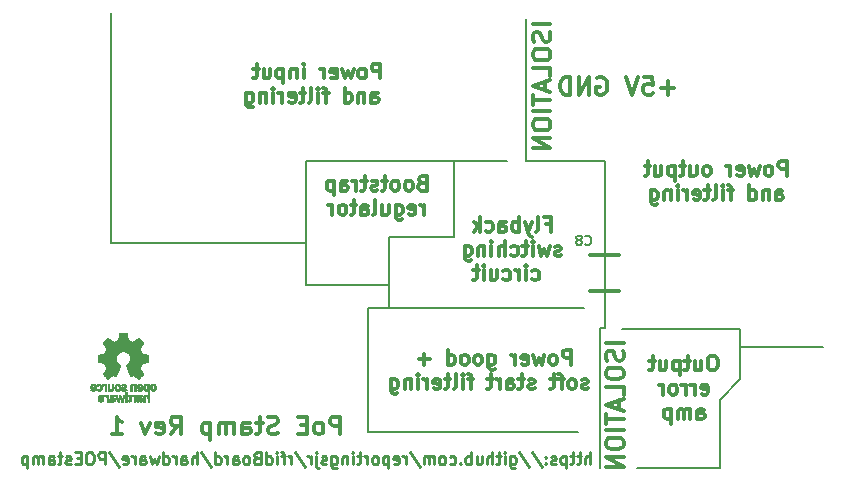
<source format=gbo>
G04 #@! TF.FileFunction,Legend,Bot*
%FSLAX45Y45*%
G04 Gerber Fmt 4.5, Leading zero omitted, Abs format (unit mm)*
G04 Created by KiCad (PCBNEW (2015-11-19 BZR 6326, Git 08d9b36)-product) date Mon 23 Nov 2015 03:22:04 AM EST*
%MOMM*%
G01*
G04 APERTURE LIST*
%ADD10C,0.100000*%
%ADD11C,0.250000*%
%ADD12C,0.300000*%
%ADD13C,0.200000*%
%ADD14C,0.350000*%
%ADD15C,0.150000*%
G04 APERTURE END LIST*
D10*
D11*
X12004762Y-7270238D02*
X12004762Y-7170238D01*
X11961905Y-7270238D02*
X11961905Y-7217857D01*
X11966667Y-7208333D01*
X11976191Y-7203571D01*
X11990476Y-7203571D01*
X12000000Y-7208333D01*
X12004762Y-7213095D01*
X11928572Y-7203571D02*
X11890476Y-7203571D01*
X11914286Y-7170238D02*
X11914286Y-7255952D01*
X11909524Y-7265476D01*
X11900000Y-7270238D01*
X11890476Y-7270238D01*
X11871429Y-7203571D02*
X11833333Y-7203571D01*
X11857143Y-7170238D02*
X11857143Y-7255952D01*
X11852381Y-7265476D01*
X11842857Y-7270238D01*
X11833333Y-7270238D01*
X11800000Y-7203571D02*
X11800000Y-7303571D01*
X11800000Y-7208333D02*
X11790476Y-7203571D01*
X11771429Y-7203571D01*
X11761905Y-7208333D01*
X11757143Y-7213095D01*
X11752381Y-7222619D01*
X11752381Y-7251190D01*
X11757143Y-7260714D01*
X11761905Y-7265476D01*
X11771429Y-7270238D01*
X11790476Y-7270238D01*
X11800000Y-7265476D01*
X11714286Y-7265476D02*
X11704762Y-7270238D01*
X11685714Y-7270238D01*
X11676190Y-7265476D01*
X11671429Y-7255952D01*
X11671429Y-7251190D01*
X11676190Y-7241667D01*
X11685714Y-7236905D01*
X11700000Y-7236905D01*
X11709524Y-7232143D01*
X11714286Y-7222619D01*
X11714286Y-7217857D01*
X11709524Y-7208333D01*
X11700000Y-7203571D01*
X11685714Y-7203571D01*
X11676190Y-7208333D01*
X11628571Y-7260714D02*
X11623810Y-7265476D01*
X11628571Y-7270238D01*
X11633333Y-7265476D01*
X11628571Y-7260714D01*
X11628571Y-7270238D01*
X11628571Y-7208333D02*
X11623810Y-7213095D01*
X11628571Y-7217857D01*
X11633333Y-7213095D01*
X11628571Y-7208333D01*
X11628571Y-7217857D01*
X11509524Y-7165476D02*
X11595238Y-7294048D01*
X11404762Y-7165476D02*
X11490476Y-7294048D01*
X11328571Y-7203571D02*
X11328571Y-7284524D01*
X11333333Y-7294048D01*
X11338095Y-7298809D01*
X11347619Y-7303571D01*
X11361905Y-7303571D01*
X11371429Y-7298809D01*
X11328571Y-7265476D02*
X11338095Y-7270238D01*
X11357143Y-7270238D01*
X11366667Y-7265476D01*
X11371429Y-7260714D01*
X11376191Y-7251190D01*
X11376191Y-7222619D01*
X11371429Y-7213095D01*
X11366667Y-7208333D01*
X11357143Y-7203571D01*
X11338095Y-7203571D01*
X11328571Y-7208333D01*
X11280952Y-7270238D02*
X11280952Y-7203571D01*
X11280952Y-7170238D02*
X11285714Y-7175000D01*
X11280952Y-7179762D01*
X11276191Y-7175000D01*
X11280952Y-7170238D01*
X11280952Y-7179762D01*
X11247619Y-7203571D02*
X11209524Y-7203571D01*
X11233333Y-7170238D02*
X11233333Y-7255952D01*
X11228572Y-7265476D01*
X11219048Y-7270238D01*
X11209524Y-7270238D01*
X11176191Y-7270238D02*
X11176191Y-7170238D01*
X11133333Y-7270238D02*
X11133333Y-7217857D01*
X11138095Y-7208333D01*
X11147619Y-7203571D01*
X11161905Y-7203571D01*
X11171429Y-7208333D01*
X11176191Y-7213095D01*
X11042857Y-7203571D02*
X11042857Y-7270238D01*
X11085714Y-7203571D02*
X11085714Y-7255952D01*
X11080953Y-7265476D01*
X11071429Y-7270238D01*
X11057143Y-7270238D01*
X11047619Y-7265476D01*
X11042857Y-7260714D01*
X10995238Y-7270238D02*
X10995238Y-7170238D01*
X10995238Y-7208333D02*
X10985714Y-7203571D01*
X10966667Y-7203571D01*
X10957143Y-7208333D01*
X10952381Y-7213095D01*
X10947619Y-7222619D01*
X10947619Y-7251190D01*
X10952381Y-7260714D01*
X10957143Y-7265476D01*
X10966667Y-7270238D01*
X10985714Y-7270238D01*
X10995238Y-7265476D01*
X10904762Y-7260714D02*
X10900000Y-7265476D01*
X10904762Y-7270238D01*
X10909524Y-7265476D01*
X10904762Y-7260714D01*
X10904762Y-7270238D01*
X10814286Y-7265476D02*
X10823810Y-7270238D01*
X10842857Y-7270238D01*
X10852381Y-7265476D01*
X10857143Y-7260714D01*
X10861905Y-7251190D01*
X10861905Y-7222619D01*
X10857143Y-7213095D01*
X10852381Y-7208333D01*
X10842857Y-7203571D01*
X10823810Y-7203571D01*
X10814286Y-7208333D01*
X10757143Y-7270238D02*
X10766667Y-7265476D01*
X10771429Y-7260714D01*
X10776191Y-7251190D01*
X10776191Y-7222619D01*
X10771429Y-7213095D01*
X10766667Y-7208333D01*
X10757143Y-7203571D01*
X10742857Y-7203571D01*
X10733333Y-7208333D01*
X10728572Y-7213095D01*
X10723810Y-7222619D01*
X10723810Y-7251190D01*
X10728572Y-7260714D01*
X10733333Y-7265476D01*
X10742857Y-7270238D01*
X10757143Y-7270238D01*
X10680953Y-7270238D02*
X10680953Y-7203571D01*
X10680953Y-7213095D02*
X10676191Y-7208333D01*
X10666667Y-7203571D01*
X10652381Y-7203571D01*
X10642857Y-7208333D01*
X10638095Y-7217857D01*
X10638095Y-7270238D01*
X10638095Y-7217857D02*
X10633333Y-7208333D01*
X10623810Y-7203571D01*
X10609524Y-7203571D01*
X10600000Y-7208333D01*
X10595238Y-7217857D01*
X10595238Y-7270238D01*
X10476191Y-7165476D02*
X10561905Y-7294048D01*
X10442857Y-7270238D02*
X10442857Y-7203571D01*
X10442857Y-7222619D02*
X10438095Y-7213095D01*
X10433334Y-7208333D01*
X10423810Y-7203571D01*
X10414286Y-7203571D01*
X10342857Y-7265476D02*
X10352381Y-7270238D01*
X10371429Y-7270238D01*
X10380953Y-7265476D01*
X10385714Y-7255952D01*
X10385714Y-7217857D01*
X10380953Y-7208333D01*
X10371429Y-7203571D01*
X10352381Y-7203571D01*
X10342857Y-7208333D01*
X10338095Y-7217857D01*
X10338095Y-7227381D01*
X10385714Y-7236905D01*
X10295238Y-7203571D02*
X10295238Y-7303571D01*
X10295238Y-7208333D02*
X10285714Y-7203571D01*
X10266667Y-7203571D01*
X10257143Y-7208333D01*
X10252381Y-7213095D01*
X10247619Y-7222619D01*
X10247619Y-7251190D01*
X10252381Y-7260714D01*
X10257143Y-7265476D01*
X10266667Y-7270238D01*
X10285714Y-7270238D01*
X10295238Y-7265476D01*
X10190476Y-7270238D02*
X10200000Y-7265476D01*
X10204762Y-7260714D01*
X10209524Y-7251190D01*
X10209524Y-7222619D01*
X10204762Y-7213095D01*
X10200000Y-7208333D01*
X10190476Y-7203571D01*
X10176191Y-7203571D01*
X10166667Y-7208333D01*
X10161905Y-7213095D01*
X10157143Y-7222619D01*
X10157143Y-7251190D01*
X10161905Y-7260714D01*
X10166667Y-7265476D01*
X10176191Y-7270238D01*
X10190476Y-7270238D01*
X10114286Y-7270238D02*
X10114286Y-7203571D01*
X10114286Y-7222619D02*
X10109524Y-7213095D01*
X10104762Y-7208333D01*
X10095238Y-7203571D01*
X10085714Y-7203571D01*
X10066667Y-7203571D02*
X10028572Y-7203571D01*
X10052381Y-7170238D02*
X10052381Y-7255952D01*
X10047619Y-7265476D01*
X10038095Y-7270238D01*
X10028572Y-7270238D01*
X9995238Y-7270238D02*
X9995238Y-7203571D01*
X9995238Y-7170238D02*
X10000000Y-7175000D01*
X9995238Y-7179762D01*
X9990476Y-7175000D01*
X9995238Y-7170238D01*
X9995238Y-7179762D01*
X9947619Y-7203571D02*
X9947619Y-7270238D01*
X9947619Y-7213095D02*
X9942857Y-7208333D01*
X9933333Y-7203571D01*
X9919048Y-7203571D01*
X9909524Y-7208333D01*
X9904762Y-7217857D01*
X9904762Y-7270238D01*
X9814286Y-7203571D02*
X9814286Y-7284524D01*
X9819048Y-7294048D01*
X9823810Y-7298809D01*
X9833333Y-7303571D01*
X9847619Y-7303571D01*
X9857143Y-7298809D01*
X9814286Y-7265476D02*
X9823810Y-7270238D01*
X9842857Y-7270238D01*
X9852381Y-7265476D01*
X9857143Y-7260714D01*
X9861905Y-7251190D01*
X9861905Y-7222619D01*
X9857143Y-7213095D01*
X9852381Y-7208333D01*
X9842857Y-7203571D01*
X9823810Y-7203571D01*
X9814286Y-7208333D01*
X9771429Y-7265476D02*
X9761905Y-7270238D01*
X9742857Y-7270238D01*
X9733333Y-7265476D01*
X9728571Y-7255952D01*
X9728571Y-7251190D01*
X9733333Y-7241667D01*
X9742857Y-7236905D01*
X9757143Y-7236905D01*
X9766667Y-7232143D01*
X9771429Y-7222619D01*
X9771429Y-7217857D01*
X9766667Y-7208333D01*
X9757143Y-7203571D01*
X9742857Y-7203571D01*
X9733333Y-7208333D01*
X9685714Y-7203571D02*
X9685714Y-7289286D01*
X9690476Y-7298809D01*
X9700000Y-7303571D01*
X9704762Y-7303571D01*
X9685714Y-7170238D02*
X9690476Y-7175000D01*
X9685714Y-7179762D01*
X9680952Y-7175000D01*
X9685714Y-7170238D01*
X9685714Y-7179762D01*
X9638095Y-7270238D02*
X9638095Y-7203571D01*
X9638095Y-7222619D02*
X9633333Y-7213095D01*
X9628572Y-7208333D01*
X9619048Y-7203571D01*
X9609524Y-7203571D01*
X9504762Y-7165476D02*
X9590476Y-7294048D01*
X9471429Y-7270238D02*
X9471429Y-7203571D01*
X9471429Y-7222619D02*
X9466667Y-7213095D01*
X9461905Y-7208333D01*
X9452381Y-7203571D01*
X9442857Y-7203571D01*
X9423810Y-7203571D02*
X9385714Y-7203571D01*
X9409524Y-7270238D02*
X9409524Y-7184524D01*
X9404762Y-7175000D01*
X9395238Y-7170238D01*
X9385714Y-7170238D01*
X9352381Y-7270238D02*
X9352381Y-7203571D01*
X9352381Y-7170238D02*
X9357143Y-7175000D01*
X9352381Y-7179762D01*
X9347619Y-7175000D01*
X9352381Y-7170238D01*
X9352381Y-7179762D01*
X9261905Y-7270238D02*
X9261905Y-7170238D01*
X9261905Y-7265476D02*
X9271429Y-7270238D01*
X9290476Y-7270238D01*
X9300000Y-7265476D01*
X9304762Y-7260714D01*
X9309524Y-7251190D01*
X9309524Y-7222619D01*
X9304762Y-7213095D01*
X9300000Y-7208333D01*
X9290476Y-7203571D01*
X9271429Y-7203571D01*
X9261905Y-7208333D01*
X9180952Y-7217857D02*
X9166667Y-7222619D01*
X9161905Y-7227381D01*
X9157143Y-7236905D01*
X9157143Y-7251190D01*
X9161905Y-7260714D01*
X9166667Y-7265476D01*
X9176190Y-7270238D01*
X9214286Y-7270238D01*
X9214286Y-7170238D01*
X9180952Y-7170238D01*
X9171429Y-7175000D01*
X9166667Y-7179762D01*
X9161905Y-7189286D01*
X9161905Y-7198809D01*
X9166667Y-7208333D01*
X9171429Y-7213095D01*
X9180952Y-7217857D01*
X9214286Y-7217857D01*
X9100000Y-7270238D02*
X9109524Y-7265476D01*
X9114286Y-7260714D01*
X9119048Y-7251190D01*
X9119048Y-7222619D01*
X9114286Y-7213095D01*
X9109524Y-7208333D01*
X9100000Y-7203571D01*
X9085714Y-7203571D01*
X9076190Y-7208333D01*
X9071429Y-7213095D01*
X9066667Y-7222619D01*
X9066667Y-7251190D01*
X9071429Y-7260714D01*
X9076190Y-7265476D01*
X9085714Y-7270238D01*
X9100000Y-7270238D01*
X8980952Y-7270238D02*
X8980952Y-7217857D01*
X8985714Y-7208333D01*
X8995238Y-7203571D01*
X9014286Y-7203571D01*
X9023810Y-7208333D01*
X8980952Y-7265476D02*
X8990476Y-7270238D01*
X9014286Y-7270238D01*
X9023810Y-7265476D01*
X9028571Y-7255952D01*
X9028571Y-7246429D01*
X9023810Y-7236905D01*
X9014286Y-7232143D01*
X8990476Y-7232143D01*
X8980952Y-7227381D01*
X8933333Y-7270238D02*
X8933333Y-7203571D01*
X8933333Y-7222619D02*
X8928571Y-7213095D01*
X8923810Y-7208333D01*
X8914286Y-7203571D01*
X8904762Y-7203571D01*
X8828571Y-7270238D02*
X8828571Y-7170238D01*
X8828571Y-7265476D02*
X8838095Y-7270238D01*
X8857143Y-7270238D01*
X8866667Y-7265476D01*
X8871429Y-7260714D01*
X8876190Y-7251190D01*
X8876190Y-7222619D01*
X8871429Y-7213095D01*
X8866667Y-7208333D01*
X8857143Y-7203571D01*
X8838095Y-7203571D01*
X8828571Y-7208333D01*
X8709524Y-7165476D02*
X8795238Y-7294048D01*
X8676190Y-7270238D02*
X8676190Y-7170238D01*
X8633333Y-7270238D02*
X8633333Y-7217857D01*
X8638095Y-7208333D01*
X8647619Y-7203571D01*
X8661905Y-7203571D01*
X8671429Y-7208333D01*
X8676190Y-7213095D01*
X8542857Y-7270238D02*
X8542857Y-7217857D01*
X8547619Y-7208333D01*
X8557143Y-7203571D01*
X8576190Y-7203571D01*
X8585714Y-7208333D01*
X8542857Y-7265476D02*
X8552381Y-7270238D01*
X8576190Y-7270238D01*
X8585714Y-7265476D01*
X8590476Y-7255952D01*
X8590476Y-7246429D01*
X8585714Y-7236905D01*
X8576190Y-7232143D01*
X8552381Y-7232143D01*
X8542857Y-7227381D01*
X8495238Y-7270238D02*
X8495238Y-7203571D01*
X8495238Y-7222619D02*
X8490476Y-7213095D01*
X8485714Y-7208333D01*
X8476190Y-7203571D01*
X8466667Y-7203571D01*
X8390476Y-7270238D02*
X8390476Y-7170238D01*
X8390476Y-7265476D02*
X8400000Y-7270238D01*
X8419048Y-7270238D01*
X8428571Y-7265476D01*
X8433333Y-7260714D01*
X8438095Y-7251190D01*
X8438095Y-7222619D01*
X8433333Y-7213095D01*
X8428571Y-7208333D01*
X8419048Y-7203571D01*
X8400000Y-7203571D01*
X8390476Y-7208333D01*
X8352381Y-7203571D02*
X8333333Y-7270238D01*
X8314285Y-7222619D01*
X8295238Y-7270238D01*
X8276190Y-7203571D01*
X8195238Y-7270238D02*
X8195238Y-7217857D01*
X8200000Y-7208333D01*
X8209524Y-7203571D01*
X8228571Y-7203571D01*
X8238095Y-7208333D01*
X8195238Y-7265476D02*
X8204762Y-7270238D01*
X8228571Y-7270238D01*
X8238095Y-7265476D01*
X8242857Y-7255952D01*
X8242857Y-7246429D01*
X8238095Y-7236905D01*
X8228571Y-7232143D01*
X8204762Y-7232143D01*
X8195238Y-7227381D01*
X8147619Y-7270238D02*
X8147619Y-7203571D01*
X8147619Y-7222619D02*
X8142857Y-7213095D01*
X8138095Y-7208333D01*
X8128571Y-7203571D01*
X8119047Y-7203571D01*
X8047619Y-7265476D02*
X8057143Y-7270238D01*
X8076190Y-7270238D01*
X8085714Y-7265476D01*
X8090476Y-7255952D01*
X8090476Y-7217857D01*
X8085714Y-7208333D01*
X8076190Y-7203571D01*
X8057143Y-7203571D01*
X8047619Y-7208333D01*
X8042857Y-7217857D01*
X8042857Y-7227381D01*
X8090476Y-7236905D01*
X7928571Y-7165476D02*
X8014285Y-7294048D01*
X7895238Y-7270238D02*
X7895238Y-7170238D01*
X7857143Y-7170238D01*
X7847619Y-7175000D01*
X7842857Y-7179762D01*
X7838095Y-7189286D01*
X7838095Y-7203571D01*
X7842857Y-7213095D01*
X7847619Y-7217857D01*
X7857143Y-7222619D01*
X7895238Y-7222619D01*
X7776190Y-7170238D02*
X7757143Y-7170238D01*
X7747619Y-7175000D01*
X7738095Y-7184524D01*
X7733333Y-7203571D01*
X7733333Y-7236905D01*
X7738095Y-7255952D01*
X7747619Y-7265476D01*
X7757143Y-7270238D01*
X7776190Y-7270238D01*
X7785714Y-7265476D01*
X7795238Y-7255952D01*
X7800000Y-7236905D01*
X7800000Y-7203571D01*
X7795238Y-7184524D01*
X7785714Y-7175000D01*
X7776190Y-7170238D01*
X7690476Y-7217857D02*
X7657143Y-7217857D01*
X7642857Y-7270238D02*
X7690476Y-7270238D01*
X7690476Y-7170238D01*
X7642857Y-7170238D01*
X7604762Y-7265476D02*
X7595238Y-7270238D01*
X7576190Y-7270238D01*
X7566666Y-7265476D01*
X7561904Y-7255952D01*
X7561904Y-7251190D01*
X7566666Y-7241667D01*
X7576190Y-7236905D01*
X7590476Y-7236905D01*
X7600000Y-7232143D01*
X7604762Y-7222619D01*
X7604762Y-7217857D01*
X7600000Y-7208333D01*
X7590476Y-7203571D01*
X7576190Y-7203571D01*
X7566666Y-7208333D01*
X7533333Y-7203571D02*
X7495238Y-7203571D01*
X7519047Y-7170238D02*
X7519047Y-7255952D01*
X7514285Y-7265476D01*
X7504762Y-7270238D01*
X7495238Y-7270238D01*
X7419047Y-7270238D02*
X7419047Y-7217857D01*
X7423809Y-7208333D01*
X7433333Y-7203571D01*
X7452381Y-7203571D01*
X7461904Y-7208333D01*
X7419047Y-7265476D02*
X7428571Y-7270238D01*
X7452381Y-7270238D01*
X7461904Y-7265476D01*
X7466666Y-7255952D01*
X7466666Y-7246429D01*
X7461904Y-7236905D01*
X7452381Y-7232143D01*
X7428571Y-7232143D01*
X7419047Y-7227381D01*
X7371428Y-7270238D02*
X7371428Y-7203571D01*
X7371428Y-7213095D02*
X7366666Y-7208333D01*
X7357143Y-7203571D01*
X7342857Y-7203571D01*
X7333333Y-7208333D01*
X7328571Y-7217857D01*
X7328571Y-7270238D01*
X7328571Y-7217857D02*
X7323809Y-7208333D01*
X7314285Y-7203571D01*
X7300000Y-7203571D01*
X7290476Y-7208333D01*
X7285714Y-7217857D01*
X7285714Y-7270238D01*
X7238095Y-7203571D02*
X7238095Y-7303571D01*
X7238095Y-7208333D02*
X7228571Y-7203571D01*
X7209523Y-7203571D01*
X7200000Y-7208333D01*
X7195238Y-7213095D01*
X7190476Y-7222619D01*
X7190476Y-7251190D01*
X7195238Y-7260714D01*
X7200000Y-7265476D01*
X7209523Y-7270238D01*
X7228571Y-7270238D01*
X7238095Y-7265476D01*
D12*
X9889286Y-7017857D02*
X9889286Y-6867857D01*
X9832143Y-6867857D01*
X9817857Y-6875000D01*
X9810714Y-6882143D01*
X9803571Y-6896429D01*
X9803571Y-6917857D01*
X9810714Y-6932143D01*
X9817857Y-6939286D01*
X9832143Y-6946429D01*
X9889286Y-6946429D01*
X9717857Y-7017857D02*
X9732143Y-7010714D01*
X9739286Y-7003571D01*
X9746429Y-6989286D01*
X9746429Y-6946429D01*
X9739286Y-6932143D01*
X9732143Y-6925000D01*
X9717857Y-6917857D01*
X9696429Y-6917857D01*
X9682143Y-6925000D01*
X9675000Y-6932143D01*
X9667857Y-6946429D01*
X9667857Y-6989286D01*
X9675000Y-7003571D01*
X9682143Y-7010714D01*
X9696429Y-7017857D01*
X9717857Y-7017857D01*
X9603571Y-6939286D02*
X9553571Y-6939286D01*
X9532143Y-7017857D02*
X9603571Y-7017857D01*
X9603571Y-6867857D01*
X9532143Y-6867857D01*
X9360714Y-7010714D02*
X9339286Y-7017857D01*
X9303571Y-7017857D01*
X9289286Y-7010714D01*
X9282143Y-7003571D01*
X9275000Y-6989286D01*
X9275000Y-6975000D01*
X9282143Y-6960714D01*
X9289286Y-6953571D01*
X9303571Y-6946429D01*
X9332143Y-6939286D01*
X9346429Y-6932143D01*
X9353571Y-6925000D01*
X9360714Y-6910714D01*
X9360714Y-6896429D01*
X9353571Y-6882143D01*
X9346429Y-6875000D01*
X9332143Y-6867857D01*
X9296429Y-6867857D01*
X9275000Y-6875000D01*
X9232143Y-6917857D02*
X9175000Y-6917857D01*
X9210714Y-6867857D02*
X9210714Y-6996429D01*
X9203571Y-7010714D01*
X9189286Y-7017857D01*
X9175000Y-7017857D01*
X9060714Y-7017857D02*
X9060714Y-6939286D01*
X9067857Y-6925000D01*
X9082143Y-6917857D01*
X9110714Y-6917857D01*
X9125000Y-6925000D01*
X9060714Y-7010714D02*
X9075000Y-7017857D01*
X9110714Y-7017857D01*
X9125000Y-7010714D01*
X9132143Y-6996429D01*
X9132143Y-6982143D01*
X9125000Y-6967857D01*
X9110714Y-6960714D01*
X9075000Y-6960714D01*
X9060714Y-6953571D01*
X8989286Y-7017857D02*
X8989286Y-6917857D01*
X8989286Y-6932143D02*
X8982143Y-6925000D01*
X8967857Y-6917857D01*
X8946429Y-6917857D01*
X8932143Y-6925000D01*
X8925000Y-6939286D01*
X8925000Y-7017857D01*
X8925000Y-6939286D02*
X8917857Y-6925000D01*
X8903571Y-6917857D01*
X8882143Y-6917857D01*
X8867857Y-6925000D01*
X8860714Y-6939286D01*
X8860714Y-7017857D01*
X8789286Y-6917857D02*
X8789286Y-7067857D01*
X8789286Y-6925000D02*
X8775000Y-6917857D01*
X8746429Y-6917857D01*
X8732143Y-6925000D01*
X8725000Y-6932143D01*
X8717857Y-6946429D01*
X8717857Y-6989286D01*
X8725000Y-7003571D01*
X8732143Y-7010714D01*
X8746429Y-7017857D01*
X8775000Y-7017857D01*
X8789286Y-7010714D01*
X8453571Y-7017857D02*
X8503571Y-6946429D01*
X8539286Y-7017857D02*
X8539286Y-6867857D01*
X8482143Y-6867857D01*
X8467857Y-6875000D01*
X8460714Y-6882143D01*
X8453571Y-6896429D01*
X8453571Y-6917857D01*
X8460714Y-6932143D01*
X8467857Y-6939286D01*
X8482143Y-6946429D01*
X8539286Y-6946429D01*
X8332143Y-7010714D02*
X8346428Y-7017857D01*
X8375000Y-7017857D01*
X8389286Y-7010714D01*
X8396429Y-6996429D01*
X8396429Y-6939286D01*
X8389286Y-6925000D01*
X8375000Y-6917857D01*
X8346428Y-6917857D01*
X8332143Y-6925000D01*
X8325000Y-6939286D01*
X8325000Y-6953571D01*
X8396429Y-6967857D01*
X8275000Y-6917857D02*
X8239286Y-7017857D01*
X8203571Y-6917857D01*
X7953571Y-7017857D02*
X8039286Y-7017857D01*
X7996428Y-7017857D02*
X7996428Y-6867857D01*
X8010714Y-6889286D01*
X8025000Y-6903571D01*
X8039286Y-6910714D01*
X12064286Y-4000000D02*
X12078571Y-3992857D01*
X12100000Y-3992857D01*
X12121428Y-4000000D01*
X12135714Y-4014286D01*
X12142857Y-4028571D01*
X12150000Y-4057143D01*
X12150000Y-4078571D01*
X12142857Y-4107143D01*
X12135714Y-4121429D01*
X12121428Y-4135714D01*
X12100000Y-4142857D01*
X12085714Y-4142857D01*
X12064286Y-4135714D01*
X12057143Y-4128571D01*
X12057143Y-4078571D01*
X12085714Y-4078571D01*
X11992857Y-4142857D02*
X11992857Y-3992857D01*
X11907143Y-4142857D01*
X11907143Y-3992857D01*
X11835714Y-4142857D02*
X11835714Y-3992857D01*
X11800000Y-3992857D01*
X11778571Y-4000000D01*
X11764286Y-4014286D01*
X11757143Y-4028571D01*
X11750000Y-4057143D01*
X11750000Y-4078571D01*
X11757143Y-4107143D01*
X11764286Y-4121429D01*
X11778571Y-4135714D01*
X11800000Y-4142857D01*
X11835714Y-4142857D01*
X12717857Y-4085714D02*
X12603571Y-4085714D01*
X12660714Y-4142857D02*
X12660714Y-4028571D01*
X12460714Y-3992857D02*
X12532143Y-3992857D01*
X12539286Y-4064286D01*
X12532143Y-4057143D01*
X12517857Y-4050000D01*
X12482143Y-4050000D01*
X12467857Y-4057143D01*
X12460714Y-4064286D01*
X12453571Y-4078571D01*
X12453571Y-4114286D01*
X12460714Y-4128571D01*
X12467857Y-4135714D01*
X12482143Y-4142857D01*
X12517857Y-4142857D01*
X12532143Y-4135714D01*
X12539286Y-4128571D01*
X12410714Y-3992857D02*
X12360714Y-4142857D01*
X12310714Y-3992857D01*
X13667262Y-4829048D02*
X13667262Y-4704048D01*
X13619643Y-4704048D01*
X13607738Y-4710000D01*
X13601786Y-4715952D01*
X13595833Y-4727857D01*
X13595833Y-4745714D01*
X13601786Y-4757619D01*
X13607738Y-4763571D01*
X13619643Y-4769524D01*
X13667262Y-4769524D01*
X13524405Y-4829048D02*
X13536309Y-4823095D01*
X13542262Y-4817143D01*
X13548214Y-4805238D01*
X13548214Y-4769524D01*
X13542262Y-4757619D01*
X13536309Y-4751667D01*
X13524405Y-4745714D01*
X13506548Y-4745714D01*
X13494643Y-4751667D01*
X13488690Y-4757619D01*
X13482738Y-4769524D01*
X13482738Y-4805238D01*
X13488690Y-4817143D01*
X13494643Y-4823095D01*
X13506548Y-4829048D01*
X13524405Y-4829048D01*
X13441071Y-4745714D02*
X13417262Y-4829048D01*
X13393452Y-4769524D01*
X13369643Y-4829048D01*
X13345833Y-4745714D01*
X13250595Y-4823095D02*
X13262500Y-4829048D01*
X13286309Y-4829048D01*
X13298214Y-4823095D01*
X13304167Y-4811191D01*
X13304167Y-4763571D01*
X13298214Y-4751667D01*
X13286309Y-4745714D01*
X13262500Y-4745714D01*
X13250595Y-4751667D01*
X13244643Y-4763571D01*
X13244643Y-4775476D01*
X13304167Y-4787381D01*
X13191071Y-4829048D02*
X13191071Y-4745714D01*
X13191071Y-4769524D02*
X13185119Y-4757619D01*
X13179167Y-4751667D01*
X13167262Y-4745714D01*
X13155357Y-4745714D01*
X13000595Y-4829048D02*
X13012500Y-4823095D01*
X13018452Y-4817143D01*
X13024405Y-4805238D01*
X13024405Y-4769524D01*
X13018452Y-4757619D01*
X13012500Y-4751667D01*
X13000595Y-4745714D01*
X12982738Y-4745714D01*
X12970833Y-4751667D01*
X12964881Y-4757619D01*
X12958928Y-4769524D01*
X12958928Y-4805238D01*
X12964881Y-4817143D01*
X12970833Y-4823095D01*
X12982738Y-4829048D01*
X13000595Y-4829048D01*
X12851786Y-4745714D02*
X12851786Y-4829048D01*
X12905357Y-4745714D02*
X12905357Y-4811191D01*
X12899405Y-4823095D01*
X12887500Y-4829048D01*
X12869643Y-4829048D01*
X12857738Y-4823095D01*
X12851786Y-4817143D01*
X12810119Y-4745714D02*
X12762500Y-4745714D01*
X12792262Y-4704048D02*
X12792262Y-4811191D01*
X12786309Y-4823095D01*
X12774405Y-4829048D01*
X12762500Y-4829048D01*
X12720833Y-4745714D02*
X12720833Y-4870714D01*
X12720833Y-4751667D02*
X12708928Y-4745714D01*
X12685119Y-4745714D01*
X12673214Y-4751667D01*
X12667262Y-4757619D01*
X12661309Y-4769524D01*
X12661309Y-4805238D01*
X12667262Y-4817143D01*
X12673214Y-4823095D01*
X12685119Y-4829048D01*
X12708928Y-4829048D01*
X12720833Y-4823095D01*
X12554167Y-4745714D02*
X12554167Y-4829048D01*
X12607738Y-4745714D02*
X12607738Y-4811191D01*
X12601786Y-4823095D01*
X12589881Y-4829048D01*
X12572024Y-4829048D01*
X12560119Y-4823095D01*
X12554167Y-4817143D01*
X12512500Y-4745714D02*
X12464881Y-4745714D01*
X12494643Y-4704048D02*
X12494643Y-4811191D01*
X12488690Y-4823095D01*
X12476786Y-4829048D01*
X12464881Y-4829048D01*
X13577976Y-5034048D02*
X13577976Y-4968571D01*
X13583928Y-4956667D01*
X13595833Y-4950714D01*
X13619643Y-4950714D01*
X13631548Y-4956667D01*
X13577976Y-5028095D02*
X13589881Y-5034048D01*
X13619643Y-5034048D01*
X13631548Y-5028095D01*
X13637500Y-5016191D01*
X13637500Y-5004286D01*
X13631548Y-4992381D01*
X13619643Y-4986429D01*
X13589881Y-4986429D01*
X13577976Y-4980476D01*
X13518452Y-4950714D02*
X13518452Y-5034048D01*
X13518452Y-4962619D02*
X13512500Y-4956667D01*
X13500595Y-4950714D01*
X13482738Y-4950714D01*
X13470833Y-4956667D01*
X13464881Y-4968571D01*
X13464881Y-5034048D01*
X13351786Y-5034048D02*
X13351786Y-4909048D01*
X13351786Y-5028095D02*
X13363690Y-5034048D01*
X13387500Y-5034048D01*
X13399405Y-5028095D01*
X13405357Y-5022143D01*
X13411310Y-5010238D01*
X13411310Y-4974524D01*
X13405357Y-4962619D01*
X13399405Y-4956667D01*
X13387500Y-4950714D01*
X13363690Y-4950714D01*
X13351786Y-4956667D01*
X13214881Y-4950714D02*
X13167262Y-4950714D01*
X13197024Y-5034048D02*
X13197024Y-4926905D01*
X13191071Y-4915000D01*
X13179167Y-4909048D01*
X13167262Y-4909048D01*
X13125595Y-5034048D02*
X13125595Y-4950714D01*
X13125595Y-4909048D02*
X13131548Y-4915000D01*
X13125595Y-4920952D01*
X13119643Y-4915000D01*
X13125595Y-4909048D01*
X13125595Y-4920952D01*
X13048214Y-5034048D02*
X13060119Y-5028095D01*
X13066071Y-5016191D01*
X13066071Y-4909048D01*
X13018452Y-4950714D02*
X12970833Y-4950714D01*
X13000595Y-4909048D02*
X13000595Y-5016191D01*
X12994643Y-5028095D01*
X12982738Y-5034048D01*
X12970833Y-5034048D01*
X12881548Y-5028095D02*
X12893452Y-5034048D01*
X12917262Y-5034048D01*
X12929167Y-5028095D01*
X12935119Y-5016191D01*
X12935119Y-4968571D01*
X12929167Y-4956667D01*
X12917262Y-4950714D01*
X12893452Y-4950714D01*
X12881548Y-4956667D01*
X12875595Y-4968571D01*
X12875595Y-4980476D01*
X12935119Y-4992381D01*
X12822024Y-5034048D02*
X12822024Y-4950714D01*
X12822024Y-4974524D02*
X12816071Y-4962619D01*
X12810119Y-4956667D01*
X12798214Y-4950714D01*
X12786309Y-4950714D01*
X12744643Y-5034048D02*
X12744643Y-4950714D01*
X12744643Y-4909048D02*
X12750595Y-4915000D01*
X12744643Y-4920952D01*
X12738690Y-4915000D01*
X12744643Y-4909048D01*
X12744643Y-4920952D01*
X12685119Y-4950714D02*
X12685119Y-5034048D01*
X12685119Y-4962619D02*
X12679167Y-4956667D01*
X12667262Y-4950714D01*
X12649405Y-4950714D01*
X12637500Y-4956667D01*
X12631548Y-4968571D01*
X12631548Y-5034048D01*
X12518452Y-4950714D02*
X12518452Y-5051905D01*
X12524405Y-5063810D01*
X12530357Y-5069762D01*
X12542262Y-5075714D01*
X12560119Y-5075714D01*
X12572024Y-5069762D01*
X12518452Y-5028095D02*
X12530357Y-5034048D01*
X12554167Y-5034048D01*
X12566071Y-5028095D01*
X12572024Y-5022143D01*
X12577976Y-5010238D01*
X12577976Y-4974524D01*
X12572024Y-4962619D01*
X12566071Y-4956667D01*
X12554167Y-4950714D01*
X12530357Y-4950714D01*
X12518452Y-4956667D01*
D13*
X13275000Y-6275000D02*
X13975000Y-6275000D01*
D12*
X13052976Y-6351548D02*
X13029167Y-6351548D01*
X13017262Y-6357500D01*
X13005357Y-6369405D01*
X12999405Y-6393214D01*
X12999405Y-6434881D01*
X13005357Y-6458690D01*
X13017262Y-6470595D01*
X13029167Y-6476548D01*
X13052976Y-6476548D01*
X13064881Y-6470595D01*
X13076786Y-6458690D01*
X13082738Y-6434881D01*
X13082738Y-6393214D01*
X13076786Y-6369405D01*
X13064881Y-6357500D01*
X13052976Y-6351548D01*
X12892262Y-6393214D02*
X12892262Y-6476548D01*
X12945833Y-6393214D02*
X12945833Y-6458690D01*
X12939881Y-6470595D01*
X12927976Y-6476548D01*
X12910119Y-6476548D01*
X12898214Y-6470595D01*
X12892262Y-6464643D01*
X12850595Y-6393214D02*
X12802976Y-6393214D01*
X12832738Y-6351548D02*
X12832738Y-6458690D01*
X12826786Y-6470595D01*
X12814881Y-6476548D01*
X12802976Y-6476548D01*
X12761309Y-6393214D02*
X12761309Y-6518214D01*
X12761309Y-6399167D02*
X12749405Y-6393214D01*
X12725595Y-6393214D01*
X12713690Y-6399167D01*
X12707738Y-6405119D01*
X12701786Y-6417024D01*
X12701786Y-6452738D01*
X12707738Y-6464643D01*
X12713690Y-6470595D01*
X12725595Y-6476548D01*
X12749405Y-6476548D01*
X12761309Y-6470595D01*
X12594643Y-6393214D02*
X12594643Y-6476548D01*
X12648214Y-6393214D02*
X12648214Y-6458690D01*
X12642262Y-6470595D01*
X12630357Y-6476548D01*
X12612500Y-6476548D01*
X12600595Y-6470595D01*
X12594643Y-6464643D01*
X12552976Y-6393214D02*
X12505357Y-6393214D01*
X12535119Y-6351548D02*
X12535119Y-6458690D01*
X12529167Y-6470595D01*
X12517262Y-6476548D01*
X12505357Y-6476548D01*
X12948809Y-6675595D02*
X12960714Y-6681548D01*
X12984524Y-6681548D01*
X12996429Y-6675595D01*
X13002381Y-6663690D01*
X13002381Y-6616071D01*
X12996429Y-6604167D01*
X12984524Y-6598214D01*
X12960714Y-6598214D01*
X12948809Y-6604167D01*
X12942857Y-6616071D01*
X12942857Y-6627976D01*
X13002381Y-6639881D01*
X12889286Y-6681548D02*
X12889286Y-6598214D01*
X12889286Y-6622024D02*
X12883333Y-6610119D01*
X12877381Y-6604167D01*
X12865476Y-6598214D01*
X12853571Y-6598214D01*
X12811905Y-6681548D02*
X12811905Y-6598214D01*
X12811905Y-6622024D02*
X12805952Y-6610119D01*
X12800000Y-6604167D01*
X12788095Y-6598214D01*
X12776190Y-6598214D01*
X12716667Y-6681548D02*
X12728571Y-6675595D01*
X12734524Y-6669643D01*
X12740476Y-6657738D01*
X12740476Y-6622024D01*
X12734524Y-6610119D01*
X12728571Y-6604167D01*
X12716667Y-6598214D01*
X12698809Y-6598214D01*
X12686905Y-6604167D01*
X12680952Y-6610119D01*
X12675000Y-6622024D01*
X12675000Y-6657738D01*
X12680952Y-6669643D01*
X12686905Y-6675595D01*
X12698809Y-6681548D01*
X12716667Y-6681548D01*
X12621428Y-6681548D02*
X12621428Y-6598214D01*
X12621428Y-6622024D02*
X12615476Y-6610119D01*
X12609524Y-6604167D01*
X12597619Y-6598214D01*
X12585714Y-6598214D01*
X12913095Y-6886548D02*
X12913095Y-6821071D01*
X12919047Y-6809167D01*
X12930952Y-6803214D01*
X12954762Y-6803214D01*
X12966667Y-6809167D01*
X12913095Y-6880595D02*
X12925000Y-6886548D01*
X12954762Y-6886548D01*
X12966667Y-6880595D01*
X12972619Y-6868690D01*
X12972619Y-6856786D01*
X12966667Y-6844881D01*
X12954762Y-6838929D01*
X12925000Y-6838929D01*
X12913095Y-6832976D01*
X12853571Y-6886548D02*
X12853571Y-6803214D01*
X12853571Y-6815119D02*
X12847619Y-6809167D01*
X12835714Y-6803214D01*
X12817857Y-6803214D01*
X12805952Y-6809167D01*
X12800000Y-6821071D01*
X12800000Y-6886548D01*
X12800000Y-6821071D02*
X12794048Y-6809167D01*
X12782143Y-6803214D01*
X12764286Y-6803214D01*
X12752381Y-6809167D01*
X12746428Y-6821071D01*
X12746428Y-6886548D01*
X12686905Y-6803214D02*
X12686905Y-6928214D01*
X12686905Y-6809167D02*
X12675000Y-6803214D01*
X12651190Y-6803214D01*
X12639286Y-6809167D01*
X12633333Y-6815119D01*
X12627381Y-6827024D01*
X12627381Y-6862738D01*
X12633333Y-6874643D01*
X12639286Y-6880595D01*
X12651190Y-6886548D01*
X12675000Y-6886548D01*
X12686905Y-6880595D01*
D13*
X13275000Y-6125000D02*
X12275000Y-6125000D01*
X13275000Y-6550000D02*
X13275000Y-6125000D01*
X13100000Y-6725000D02*
X13275000Y-6550000D01*
X13100000Y-6775000D02*
X13100000Y-6725000D01*
X13100000Y-7300000D02*
X13100000Y-6775000D01*
X12400000Y-7300000D02*
X13100000Y-7300000D01*
D12*
X11843452Y-6429048D02*
X11843452Y-6304048D01*
X11795833Y-6304048D01*
X11783928Y-6310000D01*
X11777976Y-6315952D01*
X11772024Y-6327857D01*
X11772024Y-6345714D01*
X11777976Y-6357619D01*
X11783928Y-6363571D01*
X11795833Y-6369524D01*
X11843452Y-6369524D01*
X11700595Y-6429048D02*
X11712500Y-6423095D01*
X11718452Y-6417143D01*
X11724405Y-6405238D01*
X11724405Y-6369524D01*
X11718452Y-6357619D01*
X11712500Y-6351667D01*
X11700595Y-6345714D01*
X11682738Y-6345714D01*
X11670833Y-6351667D01*
X11664881Y-6357619D01*
X11658928Y-6369524D01*
X11658928Y-6405238D01*
X11664881Y-6417143D01*
X11670833Y-6423095D01*
X11682738Y-6429048D01*
X11700595Y-6429048D01*
X11617262Y-6345714D02*
X11593452Y-6429048D01*
X11569643Y-6369524D01*
X11545833Y-6429048D01*
X11522024Y-6345714D01*
X11426786Y-6423095D02*
X11438690Y-6429048D01*
X11462500Y-6429048D01*
X11474405Y-6423095D01*
X11480357Y-6411190D01*
X11480357Y-6363571D01*
X11474405Y-6351667D01*
X11462500Y-6345714D01*
X11438690Y-6345714D01*
X11426786Y-6351667D01*
X11420833Y-6363571D01*
X11420833Y-6375476D01*
X11480357Y-6387381D01*
X11367262Y-6429048D02*
X11367262Y-6345714D01*
X11367262Y-6369524D02*
X11361309Y-6357619D01*
X11355357Y-6351667D01*
X11343452Y-6345714D01*
X11331547Y-6345714D01*
X11141071Y-6345714D02*
X11141071Y-6446905D01*
X11147024Y-6458809D01*
X11152976Y-6464762D01*
X11164881Y-6470714D01*
X11182738Y-6470714D01*
X11194643Y-6464762D01*
X11141071Y-6423095D02*
X11152976Y-6429048D01*
X11176786Y-6429048D01*
X11188690Y-6423095D01*
X11194643Y-6417143D01*
X11200595Y-6405238D01*
X11200595Y-6369524D01*
X11194643Y-6357619D01*
X11188690Y-6351667D01*
X11176786Y-6345714D01*
X11152976Y-6345714D01*
X11141071Y-6351667D01*
X11063690Y-6429048D02*
X11075595Y-6423095D01*
X11081548Y-6417143D01*
X11087500Y-6405238D01*
X11087500Y-6369524D01*
X11081548Y-6357619D01*
X11075595Y-6351667D01*
X11063690Y-6345714D01*
X11045833Y-6345714D01*
X11033928Y-6351667D01*
X11027976Y-6357619D01*
X11022024Y-6369524D01*
X11022024Y-6405238D01*
X11027976Y-6417143D01*
X11033928Y-6423095D01*
X11045833Y-6429048D01*
X11063690Y-6429048D01*
X10950595Y-6429048D02*
X10962500Y-6423095D01*
X10968452Y-6417143D01*
X10974405Y-6405238D01*
X10974405Y-6369524D01*
X10968452Y-6357619D01*
X10962500Y-6351667D01*
X10950595Y-6345714D01*
X10932738Y-6345714D01*
X10920833Y-6351667D01*
X10914881Y-6357619D01*
X10908929Y-6369524D01*
X10908929Y-6405238D01*
X10914881Y-6417143D01*
X10920833Y-6423095D01*
X10932738Y-6429048D01*
X10950595Y-6429048D01*
X10801786Y-6429048D02*
X10801786Y-6304048D01*
X10801786Y-6423095D02*
X10813690Y-6429048D01*
X10837500Y-6429048D01*
X10849405Y-6423095D01*
X10855357Y-6417143D01*
X10861310Y-6405238D01*
X10861310Y-6369524D01*
X10855357Y-6357619D01*
X10849405Y-6351667D01*
X10837500Y-6345714D01*
X10813690Y-6345714D01*
X10801786Y-6351667D01*
X10647024Y-6381429D02*
X10551786Y-6381429D01*
X10599405Y-6429048D02*
X10599405Y-6333809D01*
X11986310Y-6628095D02*
X11974405Y-6634048D01*
X11950595Y-6634048D01*
X11938690Y-6628095D01*
X11932738Y-6616190D01*
X11932738Y-6610238D01*
X11938690Y-6598333D01*
X11950595Y-6592381D01*
X11968452Y-6592381D01*
X11980357Y-6586429D01*
X11986310Y-6574524D01*
X11986310Y-6568571D01*
X11980357Y-6556667D01*
X11968452Y-6550714D01*
X11950595Y-6550714D01*
X11938690Y-6556667D01*
X11861310Y-6634048D02*
X11873214Y-6628095D01*
X11879167Y-6622143D01*
X11885119Y-6610238D01*
X11885119Y-6574524D01*
X11879167Y-6562619D01*
X11873214Y-6556667D01*
X11861310Y-6550714D01*
X11843452Y-6550714D01*
X11831548Y-6556667D01*
X11825595Y-6562619D01*
X11819643Y-6574524D01*
X11819643Y-6610238D01*
X11825595Y-6622143D01*
X11831548Y-6628095D01*
X11843452Y-6634048D01*
X11861310Y-6634048D01*
X11783929Y-6550714D02*
X11736310Y-6550714D01*
X11766071Y-6634048D02*
X11766071Y-6526905D01*
X11760119Y-6515000D01*
X11748214Y-6509048D01*
X11736310Y-6509048D01*
X11712500Y-6550714D02*
X11664881Y-6550714D01*
X11694643Y-6509048D02*
X11694643Y-6616190D01*
X11688690Y-6628095D01*
X11676786Y-6634048D01*
X11664881Y-6634048D01*
X11533929Y-6628095D02*
X11522024Y-6634048D01*
X11498214Y-6634048D01*
X11486309Y-6628095D01*
X11480357Y-6616190D01*
X11480357Y-6610238D01*
X11486309Y-6598333D01*
X11498214Y-6592381D01*
X11516071Y-6592381D01*
X11527976Y-6586429D01*
X11533929Y-6574524D01*
X11533929Y-6568571D01*
X11527976Y-6556667D01*
X11516071Y-6550714D01*
X11498214Y-6550714D01*
X11486309Y-6556667D01*
X11444643Y-6550714D02*
X11397024Y-6550714D01*
X11426786Y-6509048D02*
X11426786Y-6616190D01*
X11420833Y-6628095D01*
X11408929Y-6634048D01*
X11397024Y-6634048D01*
X11301786Y-6634048D02*
X11301786Y-6568571D01*
X11307738Y-6556667D01*
X11319643Y-6550714D01*
X11343452Y-6550714D01*
X11355357Y-6556667D01*
X11301786Y-6628095D02*
X11313690Y-6634048D01*
X11343452Y-6634048D01*
X11355357Y-6628095D01*
X11361309Y-6616190D01*
X11361309Y-6604286D01*
X11355357Y-6592381D01*
X11343452Y-6586429D01*
X11313690Y-6586429D01*
X11301786Y-6580476D01*
X11242262Y-6634048D02*
X11242262Y-6550714D01*
X11242262Y-6574524D02*
X11236309Y-6562619D01*
X11230357Y-6556667D01*
X11218452Y-6550714D01*
X11206548Y-6550714D01*
X11182738Y-6550714D02*
X11135119Y-6550714D01*
X11164881Y-6509048D02*
X11164881Y-6616190D01*
X11158929Y-6628095D01*
X11147024Y-6634048D01*
X11135119Y-6634048D01*
X11016071Y-6550714D02*
X10968452Y-6550714D01*
X10998214Y-6634048D02*
X10998214Y-6526905D01*
X10992262Y-6515000D01*
X10980357Y-6509048D01*
X10968452Y-6509048D01*
X10926786Y-6634048D02*
X10926786Y-6550714D01*
X10926786Y-6509048D02*
X10932738Y-6515000D01*
X10926786Y-6520952D01*
X10920833Y-6515000D01*
X10926786Y-6509048D01*
X10926786Y-6520952D01*
X10849405Y-6634048D02*
X10861309Y-6628095D01*
X10867262Y-6616190D01*
X10867262Y-6509048D01*
X10819643Y-6550714D02*
X10772024Y-6550714D01*
X10801786Y-6509048D02*
X10801786Y-6616190D01*
X10795833Y-6628095D01*
X10783929Y-6634048D01*
X10772024Y-6634048D01*
X10682738Y-6628095D02*
X10694643Y-6634048D01*
X10718452Y-6634048D01*
X10730357Y-6628095D01*
X10736309Y-6616190D01*
X10736309Y-6568571D01*
X10730357Y-6556667D01*
X10718452Y-6550714D01*
X10694643Y-6550714D01*
X10682738Y-6556667D01*
X10676786Y-6568571D01*
X10676786Y-6580476D01*
X10736309Y-6592381D01*
X10623214Y-6634048D02*
X10623214Y-6550714D01*
X10623214Y-6574524D02*
X10617262Y-6562619D01*
X10611309Y-6556667D01*
X10599405Y-6550714D01*
X10587500Y-6550714D01*
X10545833Y-6634048D02*
X10545833Y-6550714D01*
X10545833Y-6509048D02*
X10551786Y-6515000D01*
X10545833Y-6520952D01*
X10539881Y-6515000D01*
X10545833Y-6509048D01*
X10545833Y-6520952D01*
X10486309Y-6550714D02*
X10486309Y-6634048D01*
X10486309Y-6562619D02*
X10480357Y-6556667D01*
X10468452Y-6550714D01*
X10450595Y-6550714D01*
X10438690Y-6556667D01*
X10432738Y-6568571D01*
X10432738Y-6634048D01*
X10319643Y-6550714D02*
X10319643Y-6651905D01*
X10325595Y-6663809D01*
X10331547Y-6669762D01*
X10343452Y-6675714D01*
X10361309Y-6675714D01*
X10373214Y-6669762D01*
X10319643Y-6628095D02*
X10331547Y-6634048D01*
X10355357Y-6634048D01*
X10367262Y-6628095D01*
X10373214Y-6622143D01*
X10379167Y-6610238D01*
X10379167Y-6574524D01*
X10373214Y-6562619D01*
X10367262Y-6556667D01*
X10355357Y-6550714D01*
X10331547Y-6550714D01*
X10319643Y-6556667D01*
D13*
X10125000Y-7000000D02*
X11900000Y-7000000D01*
X10125000Y-5950000D02*
X10125000Y-7000000D01*
X10300000Y-5950000D02*
X10125000Y-5950000D01*
D12*
X11627381Y-5236071D02*
X11669048Y-5236071D01*
X11669048Y-5301548D02*
X11669048Y-5176548D01*
X11609524Y-5176548D01*
X11544048Y-5301548D02*
X11555952Y-5295595D01*
X11561905Y-5283691D01*
X11561905Y-5176548D01*
X11508333Y-5218214D02*
X11478571Y-5301548D01*
X11448809Y-5218214D02*
X11478571Y-5301548D01*
X11490476Y-5331310D01*
X11496428Y-5337262D01*
X11508333Y-5343214D01*
X11401190Y-5301548D02*
X11401190Y-5176548D01*
X11401190Y-5224167D02*
X11389286Y-5218214D01*
X11365476Y-5218214D01*
X11353571Y-5224167D01*
X11347619Y-5230119D01*
X11341667Y-5242024D01*
X11341667Y-5277738D01*
X11347619Y-5289643D01*
X11353571Y-5295595D01*
X11365476Y-5301548D01*
X11389286Y-5301548D01*
X11401190Y-5295595D01*
X11234524Y-5301548D02*
X11234524Y-5236071D01*
X11240476Y-5224167D01*
X11252381Y-5218214D01*
X11276190Y-5218214D01*
X11288095Y-5224167D01*
X11234524Y-5295595D02*
X11246428Y-5301548D01*
X11276190Y-5301548D01*
X11288095Y-5295595D01*
X11294048Y-5283691D01*
X11294048Y-5271786D01*
X11288095Y-5259881D01*
X11276190Y-5253929D01*
X11246428Y-5253929D01*
X11234524Y-5247976D01*
X11121429Y-5295595D02*
X11133333Y-5301548D01*
X11157143Y-5301548D01*
X11169048Y-5295595D01*
X11175000Y-5289643D01*
X11180952Y-5277738D01*
X11180952Y-5242024D01*
X11175000Y-5230119D01*
X11169048Y-5224167D01*
X11157143Y-5218214D01*
X11133333Y-5218214D01*
X11121429Y-5224167D01*
X11067857Y-5301548D02*
X11067857Y-5176548D01*
X11055952Y-5253929D02*
X11020238Y-5301548D01*
X11020238Y-5218214D02*
X11067857Y-5265833D01*
X11758333Y-5500595D02*
X11746428Y-5506548D01*
X11722619Y-5506548D01*
X11710714Y-5500595D01*
X11704762Y-5488691D01*
X11704762Y-5482738D01*
X11710714Y-5470833D01*
X11722619Y-5464881D01*
X11740476Y-5464881D01*
X11752381Y-5458929D01*
X11758333Y-5447024D01*
X11758333Y-5441071D01*
X11752381Y-5429167D01*
X11740476Y-5423214D01*
X11722619Y-5423214D01*
X11710714Y-5429167D01*
X11663095Y-5423214D02*
X11639286Y-5506548D01*
X11615476Y-5447024D01*
X11591667Y-5506548D01*
X11567857Y-5423214D01*
X11520238Y-5506548D02*
X11520238Y-5423214D01*
X11520238Y-5381548D02*
X11526190Y-5387500D01*
X11520238Y-5393452D01*
X11514286Y-5387500D01*
X11520238Y-5381548D01*
X11520238Y-5393452D01*
X11478571Y-5423214D02*
X11430952Y-5423214D01*
X11460714Y-5381548D02*
X11460714Y-5488691D01*
X11454762Y-5500595D01*
X11442857Y-5506548D01*
X11430952Y-5506548D01*
X11335714Y-5500595D02*
X11347619Y-5506548D01*
X11371428Y-5506548D01*
X11383333Y-5500595D01*
X11389286Y-5494643D01*
X11395238Y-5482738D01*
X11395238Y-5447024D01*
X11389286Y-5435119D01*
X11383333Y-5429167D01*
X11371428Y-5423214D01*
X11347619Y-5423214D01*
X11335714Y-5429167D01*
X11282143Y-5506548D02*
X11282143Y-5381548D01*
X11228571Y-5506548D02*
X11228571Y-5441071D01*
X11234524Y-5429167D01*
X11246428Y-5423214D01*
X11264286Y-5423214D01*
X11276190Y-5429167D01*
X11282143Y-5435119D01*
X11169048Y-5506548D02*
X11169048Y-5423214D01*
X11169048Y-5381548D02*
X11175000Y-5387500D01*
X11169048Y-5393452D01*
X11163095Y-5387500D01*
X11169048Y-5381548D01*
X11169048Y-5393452D01*
X11109524Y-5423214D02*
X11109524Y-5506548D01*
X11109524Y-5435119D02*
X11103571Y-5429167D01*
X11091667Y-5423214D01*
X11073809Y-5423214D01*
X11061905Y-5429167D01*
X11055952Y-5441071D01*
X11055952Y-5506548D01*
X10942857Y-5423214D02*
X10942857Y-5524405D01*
X10948809Y-5536310D01*
X10954762Y-5542262D01*
X10966667Y-5548214D01*
X10984524Y-5548214D01*
X10996429Y-5542262D01*
X10942857Y-5500595D02*
X10954762Y-5506548D01*
X10978571Y-5506548D01*
X10990476Y-5500595D01*
X10996429Y-5494643D01*
X11002381Y-5482738D01*
X11002381Y-5447024D01*
X10996429Y-5435119D01*
X10990476Y-5429167D01*
X10978571Y-5423214D01*
X10954762Y-5423214D01*
X10942857Y-5429167D01*
X11514286Y-5705595D02*
X11526190Y-5711548D01*
X11550000Y-5711548D01*
X11561905Y-5705595D01*
X11567857Y-5699643D01*
X11573810Y-5687738D01*
X11573810Y-5652024D01*
X11567857Y-5640119D01*
X11561905Y-5634167D01*
X11550000Y-5628214D01*
X11526190Y-5628214D01*
X11514286Y-5634167D01*
X11460714Y-5711548D02*
X11460714Y-5628214D01*
X11460714Y-5586548D02*
X11466667Y-5592500D01*
X11460714Y-5598452D01*
X11454762Y-5592500D01*
X11460714Y-5586548D01*
X11460714Y-5598452D01*
X11401190Y-5711548D02*
X11401190Y-5628214D01*
X11401190Y-5652024D02*
X11395238Y-5640119D01*
X11389286Y-5634167D01*
X11377381Y-5628214D01*
X11365476Y-5628214D01*
X11270238Y-5705595D02*
X11282143Y-5711548D01*
X11305952Y-5711548D01*
X11317857Y-5705595D01*
X11323809Y-5699643D01*
X11329762Y-5687738D01*
X11329762Y-5652024D01*
X11323809Y-5640119D01*
X11317857Y-5634167D01*
X11305952Y-5628214D01*
X11282143Y-5628214D01*
X11270238Y-5634167D01*
X11163095Y-5628214D02*
X11163095Y-5711548D01*
X11216667Y-5628214D02*
X11216667Y-5693690D01*
X11210714Y-5705595D01*
X11198809Y-5711548D01*
X11180952Y-5711548D01*
X11169048Y-5705595D01*
X11163095Y-5699643D01*
X11103571Y-5711548D02*
X11103571Y-5628214D01*
X11103571Y-5586548D02*
X11109524Y-5592500D01*
X11103571Y-5598452D01*
X11097619Y-5592500D01*
X11103571Y-5586548D01*
X11103571Y-5598452D01*
X11061905Y-5628214D02*
X11014286Y-5628214D01*
X11044048Y-5586548D02*
X11044048Y-5693690D01*
X11038095Y-5705595D01*
X11026191Y-5711548D01*
X11014286Y-5711548D01*
D13*
X10300000Y-5950000D02*
X11950000Y-5950000D01*
X10300000Y-5750000D02*
X10300000Y-5950000D01*
D12*
X10577976Y-4888571D02*
X10560119Y-4894524D01*
X10554167Y-4900476D01*
X10548214Y-4912381D01*
X10548214Y-4930238D01*
X10554167Y-4942143D01*
X10560119Y-4948095D01*
X10572024Y-4954048D01*
X10619643Y-4954048D01*
X10619643Y-4829048D01*
X10577976Y-4829048D01*
X10566071Y-4835000D01*
X10560119Y-4840952D01*
X10554167Y-4852857D01*
X10554167Y-4864762D01*
X10560119Y-4876667D01*
X10566071Y-4882619D01*
X10577976Y-4888571D01*
X10619643Y-4888571D01*
X10476786Y-4954048D02*
X10488690Y-4948095D01*
X10494643Y-4942143D01*
X10500595Y-4930238D01*
X10500595Y-4894524D01*
X10494643Y-4882619D01*
X10488690Y-4876667D01*
X10476786Y-4870714D01*
X10458929Y-4870714D01*
X10447024Y-4876667D01*
X10441071Y-4882619D01*
X10435119Y-4894524D01*
X10435119Y-4930238D01*
X10441071Y-4942143D01*
X10447024Y-4948095D01*
X10458929Y-4954048D01*
X10476786Y-4954048D01*
X10363691Y-4954048D02*
X10375595Y-4948095D01*
X10381548Y-4942143D01*
X10387500Y-4930238D01*
X10387500Y-4894524D01*
X10381548Y-4882619D01*
X10375595Y-4876667D01*
X10363691Y-4870714D01*
X10345833Y-4870714D01*
X10333929Y-4876667D01*
X10327976Y-4882619D01*
X10322024Y-4894524D01*
X10322024Y-4930238D01*
X10327976Y-4942143D01*
X10333929Y-4948095D01*
X10345833Y-4954048D01*
X10363691Y-4954048D01*
X10286310Y-4870714D02*
X10238691Y-4870714D01*
X10268452Y-4829048D02*
X10268452Y-4936191D01*
X10262500Y-4948095D01*
X10250595Y-4954048D01*
X10238691Y-4954048D01*
X10202976Y-4948095D02*
X10191071Y-4954048D01*
X10167262Y-4954048D01*
X10155357Y-4948095D01*
X10149405Y-4936191D01*
X10149405Y-4930238D01*
X10155357Y-4918333D01*
X10167262Y-4912381D01*
X10185119Y-4912381D01*
X10197024Y-4906429D01*
X10202976Y-4894524D01*
X10202976Y-4888571D01*
X10197024Y-4876667D01*
X10185119Y-4870714D01*
X10167262Y-4870714D01*
X10155357Y-4876667D01*
X10113690Y-4870714D02*
X10066071Y-4870714D01*
X10095833Y-4829048D02*
X10095833Y-4936191D01*
X10089881Y-4948095D01*
X10077976Y-4954048D01*
X10066071Y-4954048D01*
X10024405Y-4954048D02*
X10024405Y-4870714D01*
X10024405Y-4894524D02*
X10018452Y-4882619D01*
X10012500Y-4876667D01*
X10000595Y-4870714D01*
X9988690Y-4870714D01*
X9893452Y-4954048D02*
X9893452Y-4888571D01*
X9899405Y-4876667D01*
X9911309Y-4870714D01*
X9935119Y-4870714D01*
X9947024Y-4876667D01*
X9893452Y-4948095D02*
X9905357Y-4954048D01*
X9935119Y-4954048D01*
X9947024Y-4948095D01*
X9952976Y-4936191D01*
X9952976Y-4924286D01*
X9947024Y-4912381D01*
X9935119Y-4906429D01*
X9905357Y-4906429D01*
X9893452Y-4900476D01*
X9833929Y-4870714D02*
X9833929Y-4995714D01*
X9833929Y-4876667D02*
X9822024Y-4870714D01*
X9798214Y-4870714D01*
X9786309Y-4876667D01*
X9780357Y-4882619D01*
X9774405Y-4894524D01*
X9774405Y-4930238D01*
X9780357Y-4942143D01*
X9786309Y-4948095D01*
X9798214Y-4954048D01*
X9822024Y-4954048D01*
X9833929Y-4948095D01*
X10595833Y-5159048D02*
X10595833Y-5075714D01*
X10595833Y-5099524D02*
X10589881Y-5087619D01*
X10583929Y-5081667D01*
X10572024Y-5075714D01*
X10560119Y-5075714D01*
X10470833Y-5153095D02*
X10482738Y-5159048D01*
X10506548Y-5159048D01*
X10518452Y-5153095D01*
X10524405Y-5141191D01*
X10524405Y-5093571D01*
X10518452Y-5081667D01*
X10506548Y-5075714D01*
X10482738Y-5075714D01*
X10470833Y-5081667D01*
X10464881Y-5093571D01*
X10464881Y-5105476D01*
X10524405Y-5117381D01*
X10357738Y-5075714D02*
X10357738Y-5176905D01*
X10363690Y-5188810D01*
X10369643Y-5194762D01*
X10381548Y-5200714D01*
X10399405Y-5200714D01*
X10411309Y-5194762D01*
X10357738Y-5153095D02*
X10369643Y-5159048D01*
X10393452Y-5159048D01*
X10405357Y-5153095D01*
X10411309Y-5147143D01*
X10417262Y-5135238D01*
X10417262Y-5099524D01*
X10411309Y-5087619D01*
X10405357Y-5081667D01*
X10393452Y-5075714D01*
X10369643Y-5075714D01*
X10357738Y-5081667D01*
X10244643Y-5075714D02*
X10244643Y-5159048D01*
X10298214Y-5075714D02*
X10298214Y-5141191D01*
X10292262Y-5153095D01*
X10280357Y-5159048D01*
X10262500Y-5159048D01*
X10250595Y-5153095D01*
X10244643Y-5147143D01*
X10167262Y-5159048D02*
X10179167Y-5153095D01*
X10185119Y-5141191D01*
X10185119Y-5034048D01*
X10066071Y-5159048D02*
X10066071Y-5093571D01*
X10072024Y-5081667D01*
X10083929Y-5075714D01*
X10107738Y-5075714D01*
X10119643Y-5081667D01*
X10066071Y-5153095D02*
X10077976Y-5159048D01*
X10107738Y-5159048D01*
X10119643Y-5153095D01*
X10125595Y-5141191D01*
X10125595Y-5129286D01*
X10119643Y-5117381D01*
X10107738Y-5111429D01*
X10077976Y-5111429D01*
X10066071Y-5105476D01*
X10024405Y-5075714D02*
X9976786Y-5075714D01*
X10006548Y-5034048D02*
X10006548Y-5141191D01*
X10000595Y-5153095D01*
X9988691Y-5159048D01*
X9976786Y-5159048D01*
X9917262Y-5159048D02*
X9929167Y-5153095D01*
X9935119Y-5147143D01*
X9941071Y-5135238D01*
X9941071Y-5099524D01*
X9935119Y-5087619D01*
X9929167Y-5081667D01*
X9917262Y-5075714D01*
X9899405Y-5075714D01*
X9887500Y-5081667D01*
X9881548Y-5087619D01*
X9875595Y-5099524D01*
X9875595Y-5135238D01*
X9881548Y-5147143D01*
X9887500Y-5153095D01*
X9899405Y-5159048D01*
X9917262Y-5159048D01*
X9822024Y-5159048D02*
X9822024Y-5075714D01*
X9822024Y-5099524D02*
X9816071Y-5087619D01*
X9810119Y-5081667D01*
X9798214Y-5075714D01*
X9786310Y-5075714D01*
D13*
X10850000Y-5350000D02*
X10850000Y-4700000D01*
X10300000Y-5350000D02*
X10850000Y-5350000D01*
X10300000Y-5750000D02*
X10300000Y-5350000D01*
X9600000Y-5750000D02*
X10300000Y-5750000D01*
X9600000Y-5400000D02*
X9600000Y-5750000D01*
D12*
X10227381Y-4004048D02*
X10227381Y-3879048D01*
X10179762Y-3879048D01*
X10167857Y-3885000D01*
X10161905Y-3890952D01*
X10155952Y-3902857D01*
X10155952Y-3920714D01*
X10161905Y-3932619D01*
X10167857Y-3938571D01*
X10179762Y-3944524D01*
X10227381Y-3944524D01*
X10084524Y-4004048D02*
X10096429Y-3998095D01*
X10102381Y-3992143D01*
X10108333Y-3980238D01*
X10108333Y-3944524D01*
X10102381Y-3932619D01*
X10096429Y-3926667D01*
X10084524Y-3920714D01*
X10066667Y-3920714D01*
X10054762Y-3926667D01*
X10048810Y-3932619D01*
X10042857Y-3944524D01*
X10042857Y-3980238D01*
X10048810Y-3992143D01*
X10054762Y-3998095D01*
X10066667Y-4004048D01*
X10084524Y-4004048D01*
X10001191Y-3920714D02*
X9977381Y-4004048D01*
X9953571Y-3944524D01*
X9929762Y-4004048D01*
X9905952Y-3920714D01*
X9810714Y-3998095D02*
X9822619Y-4004048D01*
X9846429Y-4004048D01*
X9858333Y-3998095D01*
X9864286Y-3986190D01*
X9864286Y-3938571D01*
X9858333Y-3926667D01*
X9846429Y-3920714D01*
X9822619Y-3920714D01*
X9810714Y-3926667D01*
X9804762Y-3938571D01*
X9804762Y-3950476D01*
X9864286Y-3962381D01*
X9751190Y-4004048D02*
X9751190Y-3920714D01*
X9751190Y-3944524D02*
X9745238Y-3932619D01*
X9739286Y-3926667D01*
X9727381Y-3920714D01*
X9715476Y-3920714D01*
X9578571Y-4004048D02*
X9578571Y-3920714D01*
X9578571Y-3879048D02*
X9584524Y-3885000D01*
X9578571Y-3890952D01*
X9572619Y-3885000D01*
X9578571Y-3879048D01*
X9578571Y-3890952D01*
X9519048Y-3920714D02*
X9519048Y-4004048D01*
X9519048Y-3932619D02*
X9513095Y-3926667D01*
X9501190Y-3920714D01*
X9483333Y-3920714D01*
X9471428Y-3926667D01*
X9465476Y-3938571D01*
X9465476Y-4004048D01*
X9405952Y-3920714D02*
X9405952Y-4045714D01*
X9405952Y-3926667D02*
X9394048Y-3920714D01*
X9370238Y-3920714D01*
X9358333Y-3926667D01*
X9352381Y-3932619D01*
X9346429Y-3944524D01*
X9346429Y-3980238D01*
X9352381Y-3992143D01*
X9358333Y-3998095D01*
X9370238Y-4004048D01*
X9394048Y-4004048D01*
X9405952Y-3998095D01*
X9239286Y-3920714D02*
X9239286Y-4004048D01*
X9292857Y-3920714D02*
X9292857Y-3986190D01*
X9286905Y-3998095D01*
X9275000Y-4004048D01*
X9257143Y-4004048D01*
X9245238Y-3998095D01*
X9239286Y-3992143D01*
X9197619Y-3920714D02*
X9150000Y-3920714D01*
X9179762Y-3879048D02*
X9179762Y-3986190D01*
X9173810Y-3998095D01*
X9161905Y-4004048D01*
X9150000Y-4004048D01*
X10152976Y-4209048D02*
X10152976Y-4143571D01*
X10158929Y-4131667D01*
X10170833Y-4125714D01*
X10194643Y-4125714D01*
X10206548Y-4131667D01*
X10152976Y-4203095D02*
X10164881Y-4209048D01*
X10194643Y-4209048D01*
X10206548Y-4203095D01*
X10212500Y-4191190D01*
X10212500Y-4179286D01*
X10206548Y-4167381D01*
X10194643Y-4161429D01*
X10164881Y-4161429D01*
X10152976Y-4155476D01*
X10093452Y-4125714D02*
X10093452Y-4209048D01*
X10093452Y-4137619D02*
X10087500Y-4131667D01*
X10075595Y-4125714D01*
X10057738Y-4125714D01*
X10045833Y-4131667D01*
X10039881Y-4143571D01*
X10039881Y-4209048D01*
X9926786Y-4209048D02*
X9926786Y-4084048D01*
X9926786Y-4203095D02*
X9938691Y-4209048D01*
X9962500Y-4209048D01*
X9974405Y-4203095D01*
X9980357Y-4197143D01*
X9986310Y-4185238D01*
X9986310Y-4149524D01*
X9980357Y-4137619D01*
X9974405Y-4131667D01*
X9962500Y-4125714D01*
X9938691Y-4125714D01*
X9926786Y-4131667D01*
X9789881Y-4125714D02*
X9742262Y-4125714D01*
X9772024Y-4209048D02*
X9772024Y-4101905D01*
X9766072Y-4090000D01*
X9754167Y-4084048D01*
X9742262Y-4084048D01*
X9700595Y-4209048D02*
X9700595Y-4125714D01*
X9700595Y-4084048D02*
X9706548Y-4090000D01*
X9700595Y-4095952D01*
X9694643Y-4090000D01*
X9700595Y-4084048D01*
X9700595Y-4095952D01*
X9623214Y-4209048D02*
X9635119Y-4203095D01*
X9641072Y-4191190D01*
X9641072Y-4084048D01*
X9593452Y-4125714D02*
X9545833Y-4125714D01*
X9575595Y-4084048D02*
X9575595Y-4191190D01*
X9569643Y-4203095D01*
X9557738Y-4209048D01*
X9545833Y-4209048D01*
X9456548Y-4203095D02*
X9468452Y-4209048D01*
X9492262Y-4209048D01*
X9504167Y-4203095D01*
X9510119Y-4191190D01*
X9510119Y-4143571D01*
X9504167Y-4131667D01*
X9492262Y-4125714D01*
X9468452Y-4125714D01*
X9456548Y-4131667D01*
X9450595Y-4143571D01*
X9450595Y-4155476D01*
X9510119Y-4167381D01*
X9397024Y-4209048D02*
X9397024Y-4125714D01*
X9397024Y-4149524D02*
X9391071Y-4137619D01*
X9385119Y-4131667D01*
X9373214Y-4125714D01*
X9361310Y-4125714D01*
X9319643Y-4209048D02*
X9319643Y-4125714D01*
X9319643Y-4084048D02*
X9325595Y-4090000D01*
X9319643Y-4095952D01*
X9313690Y-4090000D01*
X9319643Y-4084048D01*
X9319643Y-4095952D01*
X9260119Y-4125714D02*
X9260119Y-4209048D01*
X9260119Y-4137619D02*
X9254167Y-4131667D01*
X9242262Y-4125714D01*
X9224405Y-4125714D01*
X9212500Y-4131667D01*
X9206548Y-4143571D01*
X9206548Y-4209048D01*
X9093452Y-4125714D02*
X9093452Y-4226905D01*
X9099405Y-4238810D01*
X9105357Y-4244762D01*
X9117262Y-4250714D01*
X9135119Y-4250714D01*
X9147024Y-4244762D01*
X9093452Y-4203095D02*
X9105357Y-4209048D01*
X9129167Y-4209048D01*
X9141071Y-4203095D01*
X9147024Y-4197143D01*
X9152976Y-4185238D01*
X9152976Y-4149524D01*
X9147024Y-4137619D01*
X9141071Y-4131667D01*
X9129167Y-4125714D01*
X9105357Y-4125714D01*
X9093452Y-4131667D01*
D13*
X9600000Y-4700000D02*
X11300000Y-4700000D01*
X9600000Y-5400000D02*
X9600000Y-4700000D01*
X7950000Y-5400000D02*
X9600000Y-5400000D01*
X7950000Y-3450000D02*
X7950000Y-5400000D01*
D12*
X12287857Y-6245000D02*
X12137857Y-6245000D01*
X12280714Y-6309286D02*
X12287857Y-6330714D01*
X12287857Y-6366429D01*
X12280714Y-6380714D01*
X12273571Y-6387857D01*
X12259286Y-6395000D01*
X12245000Y-6395000D01*
X12230714Y-6387857D01*
X12223571Y-6380714D01*
X12216429Y-6366429D01*
X12209286Y-6337857D01*
X12202143Y-6323571D01*
X12195000Y-6316429D01*
X12180714Y-6309286D01*
X12166429Y-6309286D01*
X12152143Y-6316429D01*
X12145000Y-6323571D01*
X12137857Y-6337857D01*
X12137857Y-6373571D01*
X12145000Y-6395000D01*
X12137857Y-6487857D02*
X12137857Y-6516428D01*
X12145000Y-6530714D01*
X12159286Y-6545000D01*
X12187857Y-6552143D01*
X12237857Y-6552143D01*
X12266429Y-6545000D01*
X12280714Y-6530714D01*
X12287857Y-6516428D01*
X12287857Y-6487857D01*
X12280714Y-6473571D01*
X12266429Y-6459286D01*
X12237857Y-6452143D01*
X12187857Y-6452143D01*
X12159286Y-6459286D01*
X12145000Y-6473571D01*
X12137857Y-6487857D01*
X12287857Y-6687857D02*
X12287857Y-6616429D01*
X12137857Y-6616429D01*
X12245000Y-6730714D02*
X12245000Y-6802143D01*
X12287857Y-6716429D02*
X12137857Y-6766429D01*
X12287857Y-6816429D01*
X12137857Y-6845000D02*
X12137857Y-6930714D01*
X12287857Y-6887857D02*
X12137857Y-6887857D01*
X12287857Y-6980714D02*
X12137857Y-6980714D01*
X12137857Y-7080714D02*
X12137857Y-7109286D01*
X12145000Y-7123571D01*
X12159286Y-7137857D01*
X12187857Y-7145000D01*
X12237857Y-7145000D01*
X12266429Y-7137857D01*
X12280714Y-7123571D01*
X12287857Y-7109286D01*
X12287857Y-7080714D01*
X12280714Y-7066429D01*
X12266429Y-7052143D01*
X12237857Y-7045000D01*
X12187857Y-7045000D01*
X12159286Y-7052143D01*
X12145000Y-7066429D01*
X12137857Y-7080714D01*
X12287857Y-7209286D02*
X12137857Y-7209286D01*
X12287857Y-7295000D01*
X12137857Y-7295000D01*
X11667857Y-3545000D02*
X11517857Y-3545000D01*
X11660714Y-3609286D02*
X11667857Y-3630714D01*
X11667857Y-3666429D01*
X11660714Y-3680714D01*
X11653571Y-3687857D01*
X11639286Y-3695000D01*
X11625000Y-3695000D01*
X11610714Y-3687857D01*
X11603571Y-3680714D01*
X11596429Y-3666429D01*
X11589286Y-3637857D01*
X11582143Y-3623571D01*
X11575000Y-3616429D01*
X11560714Y-3609286D01*
X11546429Y-3609286D01*
X11532143Y-3616429D01*
X11525000Y-3623571D01*
X11517857Y-3637857D01*
X11517857Y-3673571D01*
X11525000Y-3695000D01*
X11517857Y-3787857D02*
X11517857Y-3816428D01*
X11525000Y-3830714D01*
X11539286Y-3845000D01*
X11567857Y-3852143D01*
X11617857Y-3852143D01*
X11646429Y-3845000D01*
X11660714Y-3830714D01*
X11667857Y-3816428D01*
X11667857Y-3787857D01*
X11660714Y-3773571D01*
X11646429Y-3759286D01*
X11617857Y-3752143D01*
X11567857Y-3752143D01*
X11539286Y-3759286D01*
X11525000Y-3773571D01*
X11517857Y-3787857D01*
X11667857Y-3987857D02*
X11667857Y-3916429D01*
X11517857Y-3916429D01*
X11625000Y-4030714D02*
X11625000Y-4102143D01*
X11667857Y-4016429D02*
X11517857Y-4066429D01*
X11667857Y-4116429D01*
X11517857Y-4145000D02*
X11517857Y-4230714D01*
X11667857Y-4187857D02*
X11517857Y-4187857D01*
X11667857Y-4280714D02*
X11517857Y-4280714D01*
X11517857Y-4380714D02*
X11517857Y-4409286D01*
X11525000Y-4423572D01*
X11539286Y-4437857D01*
X11567857Y-4445000D01*
X11617857Y-4445000D01*
X11646429Y-4437857D01*
X11660714Y-4423572D01*
X11667857Y-4409286D01*
X11667857Y-4380714D01*
X11660714Y-4366429D01*
X11646429Y-4352143D01*
X11617857Y-4345000D01*
X11567857Y-4345000D01*
X11539286Y-4352143D01*
X11525000Y-4366429D01*
X11517857Y-4380714D01*
X11667857Y-4509286D02*
X11517857Y-4509286D01*
X11667857Y-4595000D01*
X11517857Y-4595000D01*
D13*
X12090000Y-6120000D02*
X12090000Y-7300000D01*
X12130000Y-6120000D02*
X12090000Y-6120000D01*
X12130000Y-4700000D02*
X12130000Y-6120000D01*
X11460000Y-4700000D02*
X12130000Y-4700000D01*
X11460000Y-3500000D02*
X11460000Y-4700000D01*
D14*
X12248940Y-5804600D02*
X11999740Y-5804600D01*
X11999740Y-5804600D02*
X12248940Y-5804600D01*
X12248940Y-5495400D02*
X11999740Y-5495400D01*
X11999740Y-5495400D02*
X12248940Y-5495400D01*
D10*
G36*
X8221884Y-6740286D02*
X8228107Y-6740286D01*
X8234331Y-6740286D01*
X8234331Y-6722046D01*
X8234370Y-6715213D01*
X8234484Y-6709608D01*
X8234672Y-6705291D01*
X8234931Y-6702319D01*
X8235182Y-6700965D01*
X8236752Y-6697941D01*
X8239287Y-6695388D01*
X8242333Y-6693721D01*
X8243476Y-6693415D01*
X8246495Y-6693457D01*
X8249753Y-6694431D01*
X8252636Y-6696100D01*
X8254116Y-6697571D01*
X8254891Y-6698808D01*
X8255504Y-6700318D01*
X8255973Y-6702276D01*
X8256316Y-6704856D01*
X8256552Y-6708232D01*
X8256699Y-6712580D01*
X8256775Y-6718073D01*
X8256797Y-6723050D01*
X8256829Y-6740286D01*
X8262513Y-6740286D01*
X8265259Y-6740228D01*
X8267415Y-6740074D01*
X8268592Y-6739856D01*
X8268682Y-6739802D01*
X8268749Y-6739024D01*
X8268813Y-6736892D01*
X8268873Y-6733502D01*
X8268930Y-6728952D01*
X8268982Y-6723338D01*
X8269029Y-6716756D01*
X8269070Y-6709304D01*
X8269105Y-6701080D01*
X8269132Y-6692178D01*
X8269152Y-6682698D01*
X8269163Y-6672734D01*
X8269166Y-6665053D01*
X8269166Y-6590788D01*
X8263041Y-6590788D01*
X8256916Y-6590788D01*
X8256691Y-6593365D01*
X8256466Y-6595941D01*
X8253994Y-6594112D01*
X8249655Y-6591691D01*
X8244987Y-6590451D01*
X8240223Y-6590323D01*
X8235598Y-6591239D01*
X8231345Y-6593129D01*
X8227700Y-6595927D01*
X8224896Y-6599563D01*
X8223410Y-6603044D01*
X8223101Y-6604717D01*
X8222788Y-6607495D01*
X8222502Y-6611029D01*
X8222275Y-6614974D01*
X8222224Y-6616188D01*
X8222117Y-6623763D01*
X8222453Y-6630039D01*
X8223241Y-6635105D01*
X8224493Y-6639048D01*
X8225258Y-6640562D01*
X8228246Y-6644312D01*
X8232082Y-6647081D01*
X8234708Y-6648115D01*
X8234708Y-6619817D01*
X8234735Y-6615829D01*
X8234856Y-6612965D01*
X8235112Y-6610897D01*
X8235545Y-6609301D01*
X8236193Y-6607847D01*
X8236195Y-6607843D01*
X8238408Y-6605018D01*
X8241412Y-6603173D01*
X8244849Y-6602398D01*
X8248364Y-6602784D01*
X8251097Y-6604060D01*
X8252792Y-6605354D01*
X8254023Y-6606776D01*
X8254861Y-6608576D01*
X8255378Y-6611004D01*
X8255646Y-6614311D01*
X8255736Y-6618747D01*
X8255740Y-6620213D01*
X8255713Y-6624435D01*
X8255613Y-6627472D01*
X8255412Y-6629592D01*
X8255081Y-6631062D01*
X8254590Y-6632147D01*
X8254431Y-6632403D01*
X8251895Y-6635040D01*
X8248615Y-6636681D01*
X8244981Y-6637241D01*
X8241380Y-6636632D01*
X8239549Y-6635764D01*
X8237719Y-6634364D01*
X8236394Y-6632575D01*
X8235502Y-6630165D01*
X8234974Y-6626901D01*
X8234738Y-6622550D01*
X8234708Y-6619817D01*
X8234708Y-6648115D01*
X8236504Y-6648823D01*
X8241251Y-6649491D01*
X8246060Y-6649039D01*
X8250670Y-6647422D01*
X8253646Y-6645566D01*
X8255218Y-6644437D01*
X8256267Y-6643810D01*
X8256417Y-6643766D01*
X8256520Y-6644462D01*
X8256614Y-6646432D01*
X8256695Y-6649499D01*
X8256759Y-6653485D01*
X8256804Y-6658212D01*
X8256827Y-6663505D01*
X8256829Y-6665532D01*
X8256829Y-6687299D01*
X8253546Y-6684793D01*
X8251171Y-6683253D01*
X8248726Y-6682084D01*
X8247559Y-6681723D01*
X8243918Y-6681280D01*
X8239994Y-6681310D01*
X8236396Y-6681781D01*
X8234230Y-6682424D01*
X8230762Y-6684477D01*
X8227446Y-6687468D01*
X8224775Y-6690920D01*
X8224032Y-6692253D01*
X8223560Y-6693262D01*
X8223183Y-6694273D01*
X8222889Y-6695463D01*
X8222666Y-6697006D01*
X8222499Y-6699078D01*
X8222376Y-6701853D01*
X8222284Y-6705507D01*
X8222209Y-6710215D01*
X8222140Y-6716153D01*
X8222120Y-6717970D01*
X8221884Y-6740286D01*
X8221884Y-6740286D01*
X8221884Y-6740286D01*
G37*
X8221884Y-6740286D02*
X8228107Y-6740286D01*
X8234331Y-6740286D01*
X8234331Y-6722046D01*
X8234370Y-6715213D01*
X8234484Y-6709608D01*
X8234672Y-6705291D01*
X8234931Y-6702319D01*
X8235182Y-6700965D01*
X8236752Y-6697941D01*
X8239287Y-6695388D01*
X8242333Y-6693721D01*
X8243476Y-6693415D01*
X8246495Y-6693457D01*
X8249753Y-6694431D01*
X8252636Y-6696100D01*
X8254116Y-6697571D01*
X8254891Y-6698808D01*
X8255504Y-6700318D01*
X8255973Y-6702276D01*
X8256316Y-6704856D01*
X8256552Y-6708232D01*
X8256699Y-6712580D01*
X8256775Y-6718073D01*
X8256797Y-6723050D01*
X8256829Y-6740286D01*
X8262513Y-6740286D01*
X8265259Y-6740228D01*
X8267415Y-6740074D01*
X8268592Y-6739856D01*
X8268682Y-6739802D01*
X8268749Y-6739024D01*
X8268813Y-6736892D01*
X8268873Y-6733502D01*
X8268930Y-6728952D01*
X8268982Y-6723338D01*
X8269029Y-6716756D01*
X8269070Y-6709304D01*
X8269105Y-6701080D01*
X8269132Y-6692178D01*
X8269152Y-6682698D01*
X8269163Y-6672734D01*
X8269166Y-6665053D01*
X8269166Y-6590788D01*
X8263041Y-6590788D01*
X8256916Y-6590788D01*
X8256691Y-6593365D01*
X8256466Y-6595941D01*
X8253994Y-6594112D01*
X8249655Y-6591691D01*
X8244987Y-6590451D01*
X8240223Y-6590323D01*
X8235598Y-6591239D01*
X8231345Y-6593129D01*
X8227700Y-6595927D01*
X8224896Y-6599563D01*
X8223410Y-6603044D01*
X8223101Y-6604717D01*
X8222788Y-6607495D01*
X8222502Y-6611029D01*
X8222275Y-6614974D01*
X8222224Y-6616188D01*
X8222117Y-6623763D01*
X8222453Y-6630039D01*
X8223241Y-6635105D01*
X8224493Y-6639048D01*
X8225258Y-6640562D01*
X8228246Y-6644312D01*
X8232082Y-6647081D01*
X8234708Y-6648115D01*
X8234708Y-6619817D01*
X8234735Y-6615829D01*
X8234856Y-6612965D01*
X8235112Y-6610897D01*
X8235545Y-6609301D01*
X8236193Y-6607847D01*
X8236195Y-6607843D01*
X8238408Y-6605018D01*
X8241412Y-6603173D01*
X8244849Y-6602398D01*
X8248364Y-6602784D01*
X8251097Y-6604060D01*
X8252792Y-6605354D01*
X8254023Y-6606776D01*
X8254861Y-6608576D01*
X8255378Y-6611004D01*
X8255646Y-6614311D01*
X8255736Y-6618747D01*
X8255740Y-6620213D01*
X8255713Y-6624435D01*
X8255613Y-6627472D01*
X8255412Y-6629592D01*
X8255081Y-6631062D01*
X8254590Y-6632147D01*
X8254431Y-6632403D01*
X8251895Y-6635040D01*
X8248615Y-6636681D01*
X8244981Y-6637241D01*
X8241380Y-6636632D01*
X8239549Y-6635764D01*
X8237719Y-6634364D01*
X8236394Y-6632575D01*
X8235502Y-6630165D01*
X8234974Y-6626901D01*
X8234738Y-6622550D01*
X8234708Y-6619817D01*
X8234708Y-6648115D01*
X8236504Y-6648823D01*
X8241251Y-6649491D01*
X8246060Y-6649039D01*
X8250670Y-6647422D01*
X8253646Y-6645566D01*
X8255218Y-6644437D01*
X8256267Y-6643810D01*
X8256417Y-6643766D01*
X8256520Y-6644462D01*
X8256614Y-6646432D01*
X8256695Y-6649499D01*
X8256759Y-6653485D01*
X8256804Y-6658212D01*
X8256827Y-6663505D01*
X8256829Y-6665532D01*
X8256829Y-6687299D01*
X8253546Y-6684793D01*
X8251171Y-6683253D01*
X8248726Y-6682084D01*
X8247559Y-6681723D01*
X8243918Y-6681280D01*
X8239994Y-6681310D01*
X8236396Y-6681781D01*
X8234230Y-6682424D01*
X8230762Y-6684477D01*
X8227446Y-6687468D01*
X8224775Y-6690920D01*
X8224032Y-6692253D01*
X8223560Y-6693262D01*
X8223183Y-6694273D01*
X8222889Y-6695463D01*
X8222666Y-6697006D01*
X8222499Y-6699078D01*
X8222376Y-6701853D01*
X8222284Y-6705507D01*
X8222209Y-6710215D01*
X8222140Y-6716153D01*
X8222120Y-6717970D01*
X8221884Y-6740286D01*
X8221884Y-6740286D01*
G36*
X8167566Y-6740286D02*
X8173734Y-6740286D01*
X8179903Y-6740286D01*
X8179903Y-6738072D01*
X8179903Y-6735857D01*
X8179903Y-6718900D01*
X8179903Y-6715611D01*
X8188016Y-6715611D01*
X8192765Y-6715714D01*
X8196301Y-6716061D01*
X8198849Y-6716715D01*
X8200635Y-6717736D01*
X8201885Y-6719184D01*
X8201998Y-6719370D01*
X8202768Y-6721943D01*
X8202260Y-6724495D01*
X8200601Y-6726642D01*
X8199284Y-6727494D01*
X8197175Y-6728115D01*
X8194147Y-6728510D01*
X8190717Y-6728666D01*
X8187402Y-6728565D01*
X8184718Y-6728193D01*
X8183906Y-6727953D01*
X8182076Y-6726529D01*
X8180726Y-6724004D01*
X8179995Y-6720685D01*
X8179903Y-6718900D01*
X8179903Y-6735857D01*
X8182549Y-6737876D01*
X8183880Y-6738807D01*
X8185179Y-6739410D01*
X8186820Y-6739766D01*
X8189173Y-6739959D01*
X8192527Y-6740066D01*
X8195847Y-6740083D01*
X8198791Y-6739986D01*
X8200945Y-6739796D01*
X8201679Y-6739647D01*
X8206223Y-6737502D01*
X8209857Y-6734454D01*
X8212519Y-6730724D01*
X8214145Y-6726531D01*
X8214670Y-6722094D01*
X8214030Y-6717632D01*
X8212163Y-6713366D01*
X8210117Y-6710642D01*
X8208387Y-6708952D01*
X8206534Y-6707694D01*
X8204306Y-6706799D01*
X8201451Y-6706200D01*
X8197718Y-6705828D01*
X8192855Y-6705617D01*
X8191333Y-6705579D01*
X8179903Y-6705324D01*
X8179903Y-6701437D01*
X8180283Y-6698027D01*
X8181541Y-6695627D01*
X8183849Y-6694036D01*
X8187160Y-6693095D01*
X8192037Y-6692682D01*
X8196347Y-6693298D01*
X8199834Y-6694904D01*
X8200084Y-6695085D01*
X8202485Y-6696881D01*
X8205164Y-6695007D01*
X8207433Y-6693363D01*
X8209637Y-6691680D01*
X8210020Y-6691374D01*
X8212197Y-6689615D01*
X8209160Y-6686722D01*
X8206198Y-6684374D01*
X8202863Y-6682746D01*
X8198868Y-6681752D01*
X8193924Y-6681308D01*
X8190789Y-6681266D01*
X8186724Y-6681368D01*
X8183644Y-6681661D01*
X8181084Y-6682207D01*
X8179019Y-6682902D01*
X8174820Y-6685178D01*
X8171441Y-6688362D01*
X8169120Y-6692191D01*
X8168342Y-6694646D01*
X8168123Y-6696417D01*
X8167931Y-6699446D01*
X8167774Y-6703539D01*
X8167657Y-6708502D01*
X8167585Y-6714144D01*
X8167566Y-6719276D01*
X8167566Y-6740286D01*
X8167566Y-6740286D01*
X8167566Y-6740286D01*
G37*
X8167566Y-6740286D02*
X8173734Y-6740286D01*
X8179903Y-6740286D01*
X8179903Y-6738072D01*
X8179903Y-6735857D01*
X8179903Y-6718900D01*
X8179903Y-6715611D01*
X8188016Y-6715611D01*
X8192765Y-6715714D01*
X8196301Y-6716061D01*
X8198849Y-6716715D01*
X8200635Y-6717736D01*
X8201885Y-6719184D01*
X8201998Y-6719370D01*
X8202768Y-6721943D01*
X8202260Y-6724495D01*
X8200601Y-6726642D01*
X8199284Y-6727494D01*
X8197175Y-6728115D01*
X8194147Y-6728510D01*
X8190717Y-6728666D01*
X8187402Y-6728565D01*
X8184718Y-6728193D01*
X8183906Y-6727953D01*
X8182076Y-6726529D01*
X8180726Y-6724004D01*
X8179995Y-6720685D01*
X8179903Y-6718900D01*
X8179903Y-6735857D01*
X8182549Y-6737876D01*
X8183880Y-6738807D01*
X8185179Y-6739410D01*
X8186820Y-6739766D01*
X8189173Y-6739959D01*
X8192527Y-6740066D01*
X8195847Y-6740083D01*
X8198791Y-6739986D01*
X8200945Y-6739796D01*
X8201679Y-6739647D01*
X8206223Y-6737502D01*
X8209857Y-6734454D01*
X8212519Y-6730724D01*
X8214145Y-6726531D01*
X8214670Y-6722094D01*
X8214030Y-6717632D01*
X8212163Y-6713366D01*
X8210117Y-6710642D01*
X8208387Y-6708952D01*
X8206534Y-6707694D01*
X8204306Y-6706799D01*
X8201451Y-6706200D01*
X8197718Y-6705828D01*
X8192855Y-6705617D01*
X8191333Y-6705579D01*
X8179903Y-6705324D01*
X8179903Y-6701437D01*
X8180283Y-6698027D01*
X8181541Y-6695627D01*
X8183849Y-6694036D01*
X8187160Y-6693095D01*
X8192037Y-6692682D01*
X8196347Y-6693298D01*
X8199834Y-6694904D01*
X8200084Y-6695085D01*
X8202485Y-6696881D01*
X8205164Y-6695007D01*
X8207433Y-6693363D01*
X8209637Y-6691680D01*
X8210020Y-6691374D01*
X8212197Y-6689615D01*
X8209160Y-6686722D01*
X8206198Y-6684374D01*
X8202863Y-6682746D01*
X8198868Y-6681752D01*
X8193924Y-6681308D01*
X8190789Y-6681266D01*
X8186724Y-6681368D01*
X8183644Y-6681661D01*
X8181084Y-6682207D01*
X8179019Y-6682902D01*
X8174820Y-6685178D01*
X8171441Y-6688362D01*
X8169120Y-6692191D01*
X8168342Y-6694646D01*
X8168123Y-6696417D01*
X8167931Y-6699446D01*
X8167774Y-6703539D01*
X8167657Y-6708502D01*
X8167585Y-6714144D01*
X8167566Y-6719276D01*
X8167566Y-6740286D01*
X8167566Y-6740286D01*
G36*
X8116040Y-6685559D02*
X8116469Y-6686274D01*
X8117588Y-6687762D01*
X8119142Y-6689715D01*
X8120875Y-6691823D01*
X8122533Y-6693778D01*
X8123862Y-6695271D01*
X8124606Y-6695992D01*
X8124664Y-6696017D01*
X8125468Y-6695728D01*
X8127114Y-6694992D01*
X8128147Y-6694502D01*
X8131859Y-6693423D01*
X8135450Y-6693714D01*
X8138689Y-6695297D01*
X8141347Y-6698096D01*
X8141999Y-6699165D01*
X8142385Y-6700035D01*
X8142691Y-6701190D01*
X8142929Y-6702807D01*
X8143111Y-6705066D01*
X8143250Y-6708145D01*
X8143357Y-6712221D01*
X8143444Y-6717474D01*
X8143488Y-6720873D01*
X8143722Y-6740286D01*
X8149355Y-6740286D01*
X8152087Y-6740227D01*
X8154229Y-6740073D01*
X8155389Y-6739852D01*
X8155470Y-6739802D01*
X8155576Y-6738993D01*
X8155674Y-6736891D01*
X8155762Y-6733652D01*
X8155836Y-6729433D01*
X8155894Y-6724393D01*
X8155934Y-6718688D01*
X8155953Y-6712476D01*
X8155954Y-6710410D01*
X8155954Y-6681503D01*
X8149786Y-6681503D01*
X8143617Y-6681503D01*
X8143617Y-6684401D01*
X8143617Y-6687299D01*
X8140335Y-6684793D01*
X8136099Y-6682435D01*
X8131313Y-6681251D01*
X8126313Y-6681267D01*
X8121436Y-6682510D01*
X8119850Y-6683224D01*
X8117815Y-6684318D01*
X8116433Y-6685182D01*
X8116040Y-6685559D01*
X8116040Y-6685559D01*
X8116040Y-6685559D01*
G37*
X8116040Y-6685559D02*
X8116469Y-6686274D01*
X8117588Y-6687762D01*
X8119142Y-6689715D01*
X8120875Y-6691823D01*
X8122533Y-6693778D01*
X8123862Y-6695271D01*
X8124606Y-6695992D01*
X8124664Y-6696017D01*
X8125468Y-6695728D01*
X8127114Y-6694992D01*
X8128147Y-6694502D01*
X8131859Y-6693423D01*
X8135450Y-6693714D01*
X8138689Y-6695297D01*
X8141347Y-6698096D01*
X8141999Y-6699165D01*
X8142385Y-6700035D01*
X8142691Y-6701190D01*
X8142929Y-6702807D01*
X8143111Y-6705066D01*
X8143250Y-6708145D01*
X8143357Y-6712221D01*
X8143444Y-6717474D01*
X8143488Y-6720873D01*
X8143722Y-6740286D01*
X8149355Y-6740286D01*
X8152087Y-6740227D01*
X8154229Y-6740073D01*
X8155389Y-6739852D01*
X8155470Y-6739802D01*
X8155576Y-6738993D01*
X8155674Y-6736891D01*
X8155762Y-6733652D01*
X8155836Y-6729433D01*
X8155894Y-6724393D01*
X8155934Y-6718688D01*
X8155953Y-6712476D01*
X8155954Y-6710410D01*
X8155954Y-6681503D01*
X8149786Y-6681503D01*
X8143617Y-6681503D01*
X8143617Y-6684401D01*
X8143617Y-6687299D01*
X8140335Y-6684793D01*
X8136099Y-6682435D01*
X8131313Y-6681251D01*
X8126313Y-6681267D01*
X8121436Y-6682510D01*
X8119850Y-6683224D01*
X8117815Y-6684318D01*
X8116433Y-6685182D01*
X8116040Y-6685559D01*
X8116040Y-6685559D01*
G36*
X8069594Y-6740286D02*
X8075763Y-6740286D01*
X8081931Y-6740286D01*
X8081931Y-6737256D01*
X8081931Y-6734227D01*
X8082241Y-6734518D01*
X8082241Y-6712181D01*
X8082290Y-6707872D01*
X8082681Y-6703805D01*
X8083374Y-6700369D01*
X8084332Y-6697948D01*
X8084418Y-6697811D01*
X8086806Y-6695266D01*
X8089954Y-6693870D01*
X8093180Y-6693529D01*
X8097056Y-6694046D01*
X8100048Y-6695649D01*
X8101948Y-6697821D01*
X8102960Y-6700208D01*
X8103697Y-6703645D01*
X8104119Y-6707753D01*
X8104187Y-6712148D01*
X8103870Y-6716375D01*
X8103008Y-6720915D01*
X8101663Y-6724192D01*
X8099701Y-6726357D01*
X8096986Y-6727556D01*
X8093385Y-6727938D01*
X8093325Y-6727938D01*
X8090752Y-6727721D01*
X8088439Y-6727163D01*
X8087809Y-6726897D01*
X8085788Y-6725451D01*
X8084326Y-6723358D01*
X8083290Y-6720350D01*
X8082572Y-6716346D01*
X8082241Y-6712181D01*
X8082241Y-6734518D01*
X8083564Y-6735760D01*
X8087126Y-6738181D01*
X8091482Y-6739718D01*
X8096244Y-6740324D01*
X8101021Y-6739953D01*
X8105424Y-6738558D01*
X8105739Y-6738406D01*
X8109969Y-6735549D01*
X8113144Y-6731781D01*
X8114911Y-6727971D01*
X8115705Y-6724527D01*
X8116237Y-6720154D01*
X8116517Y-6715170D01*
X8116552Y-6709892D01*
X8116352Y-6704639D01*
X8115923Y-6699727D01*
X8115274Y-6695474D01*
X8114414Y-6692199D01*
X8113960Y-6691128D01*
X8111105Y-6687055D01*
X8107288Y-6683998D01*
X8102664Y-6682048D01*
X8097392Y-6681298D01*
X8097171Y-6681294D01*
X8092437Y-6681765D01*
X8087987Y-6683188D01*
X8084287Y-6685399D01*
X8083573Y-6686019D01*
X8081931Y-6687561D01*
X8081931Y-6672921D01*
X8081931Y-6658280D01*
X8075763Y-6658280D01*
X8069594Y-6658280D01*
X8069594Y-6699283D01*
X8069594Y-6740286D01*
X8069594Y-6740286D01*
X8069594Y-6740286D01*
G37*
X8069594Y-6740286D02*
X8075763Y-6740286D01*
X8081931Y-6740286D01*
X8081931Y-6737256D01*
X8081931Y-6734227D01*
X8082241Y-6734518D01*
X8082241Y-6712181D01*
X8082290Y-6707872D01*
X8082681Y-6703805D01*
X8083374Y-6700369D01*
X8084332Y-6697948D01*
X8084418Y-6697811D01*
X8086806Y-6695266D01*
X8089954Y-6693870D01*
X8093180Y-6693529D01*
X8097056Y-6694046D01*
X8100048Y-6695649D01*
X8101948Y-6697821D01*
X8102960Y-6700208D01*
X8103697Y-6703645D01*
X8104119Y-6707753D01*
X8104187Y-6712148D01*
X8103870Y-6716375D01*
X8103008Y-6720915D01*
X8101663Y-6724192D01*
X8099701Y-6726357D01*
X8096986Y-6727556D01*
X8093385Y-6727938D01*
X8093325Y-6727938D01*
X8090752Y-6727721D01*
X8088439Y-6727163D01*
X8087809Y-6726897D01*
X8085788Y-6725451D01*
X8084326Y-6723358D01*
X8083290Y-6720350D01*
X8082572Y-6716346D01*
X8082241Y-6712181D01*
X8082241Y-6734518D01*
X8083564Y-6735760D01*
X8087126Y-6738181D01*
X8091482Y-6739718D01*
X8096244Y-6740324D01*
X8101021Y-6739953D01*
X8105424Y-6738558D01*
X8105739Y-6738406D01*
X8109969Y-6735549D01*
X8113144Y-6731781D01*
X8114911Y-6727971D01*
X8115705Y-6724527D01*
X8116237Y-6720154D01*
X8116517Y-6715170D01*
X8116552Y-6709892D01*
X8116352Y-6704639D01*
X8115923Y-6699727D01*
X8115274Y-6695474D01*
X8114414Y-6692199D01*
X8113960Y-6691128D01*
X8111105Y-6687055D01*
X8107288Y-6683998D01*
X8102664Y-6682048D01*
X8097392Y-6681298D01*
X8097171Y-6681294D01*
X8092437Y-6681765D01*
X8087987Y-6683188D01*
X8084287Y-6685399D01*
X8083573Y-6686019D01*
X8081931Y-6687561D01*
X8081931Y-6672921D01*
X8081931Y-6658280D01*
X8075763Y-6658280D01*
X8069594Y-6658280D01*
X8069594Y-6699283D01*
X8069594Y-6740286D01*
X8069594Y-6740286D01*
G36*
X7981991Y-6681866D02*
X7991249Y-6710894D01*
X8000507Y-6739923D01*
X8005917Y-6740133D01*
X8011327Y-6740343D01*
X8016967Y-6721264D01*
X8018463Y-6716240D01*
X8019843Y-6711675D01*
X8021049Y-6707753D01*
X8022024Y-6704659D01*
X8022710Y-6702578D01*
X8023051Y-6701694D01*
X8023059Y-6701682D01*
X8023373Y-6702216D01*
X8024036Y-6703974D01*
X8024991Y-6706785D01*
X8026182Y-6710480D01*
X8027555Y-6714888D01*
X8029053Y-6719838D01*
X8029317Y-6720727D01*
X8035123Y-6740275D01*
X8040341Y-6740280D01*
X8042941Y-6740213D01*
X8044911Y-6740029D01*
X8045861Y-6739769D01*
X8045883Y-6739741D01*
X8046167Y-6738953D01*
X8046841Y-6736930D01*
X8047856Y-6733822D01*
X8049165Y-6729780D01*
X8050719Y-6724952D01*
X8052470Y-6719489D01*
X8054369Y-6713539D01*
X8055095Y-6711257D01*
X8057039Y-6705149D01*
X8058854Y-6699458D01*
X8060489Y-6694335D01*
X8061897Y-6689933D01*
X8063030Y-6686403D01*
X8063837Y-6683898D01*
X8064271Y-6682570D01*
X8064326Y-6682410D01*
X8064123Y-6681958D01*
X8062979Y-6681674D01*
X8060711Y-6681532D01*
X8058115Y-6681503D01*
X8051561Y-6681503D01*
X8050485Y-6685171D01*
X8049975Y-6686962D01*
X8049159Y-6689888D01*
X8048112Y-6693682D01*
X8046905Y-6698077D01*
X8045614Y-6702808D01*
X8045180Y-6704402D01*
X8043939Y-6708905D01*
X8042805Y-6712897D01*
X8041838Y-6716178D01*
X8041098Y-6718549D01*
X8040643Y-6719812D01*
X8040545Y-6719966D01*
X8040225Y-6719304D01*
X8039526Y-6717435D01*
X8038508Y-6714536D01*
X8037231Y-6710783D01*
X8035757Y-6706353D01*
X8034147Y-6701422D01*
X8033983Y-6700916D01*
X8027826Y-6681866D01*
X8023199Y-6681866D01*
X8018571Y-6681866D01*
X8012356Y-6701269D01*
X8010738Y-6706238D01*
X8009244Y-6710674D01*
X8007931Y-6714412D01*
X8006861Y-6717288D01*
X8006092Y-6719138D01*
X8005685Y-6719796D01*
X8005655Y-6719775D01*
X8005340Y-6718854D01*
X8004707Y-6716729D01*
X8003811Y-6713594D01*
X8002708Y-6709648D01*
X8001454Y-6705088D01*
X8000272Y-6700734D01*
X7998932Y-6695817D01*
X7997692Y-6691362D01*
X7996608Y-6687561D01*
X7995736Y-6684606D01*
X7995131Y-6682691D01*
X7994863Y-6682017D01*
X7993949Y-6681779D01*
X7991955Y-6681642D01*
X7989252Y-6681626D01*
X7988171Y-6681654D01*
X7981991Y-6681866D01*
X7981991Y-6681866D01*
X7981991Y-6681866D01*
G37*
X7981991Y-6681866D02*
X7991249Y-6710894D01*
X8000507Y-6739923D01*
X8005917Y-6740133D01*
X8011327Y-6740343D01*
X8016967Y-6721264D01*
X8018463Y-6716240D01*
X8019843Y-6711675D01*
X8021049Y-6707753D01*
X8022024Y-6704659D01*
X8022710Y-6702578D01*
X8023051Y-6701694D01*
X8023059Y-6701682D01*
X8023373Y-6702216D01*
X8024036Y-6703974D01*
X8024991Y-6706785D01*
X8026182Y-6710480D01*
X8027555Y-6714888D01*
X8029053Y-6719838D01*
X8029317Y-6720727D01*
X8035123Y-6740275D01*
X8040341Y-6740280D01*
X8042941Y-6740213D01*
X8044911Y-6740029D01*
X8045861Y-6739769D01*
X8045883Y-6739741D01*
X8046167Y-6738953D01*
X8046841Y-6736930D01*
X8047856Y-6733822D01*
X8049165Y-6729780D01*
X8050719Y-6724952D01*
X8052470Y-6719489D01*
X8054369Y-6713539D01*
X8055095Y-6711257D01*
X8057039Y-6705149D01*
X8058854Y-6699458D01*
X8060489Y-6694335D01*
X8061897Y-6689933D01*
X8063030Y-6686403D01*
X8063837Y-6683898D01*
X8064271Y-6682570D01*
X8064326Y-6682410D01*
X8064123Y-6681958D01*
X8062979Y-6681674D01*
X8060711Y-6681532D01*
X8058115Y-6681503D01*
X8051561Y-6681503D01*
X8050485Y-6685171D01*
X8049975Y-6686962D01*
X8049159Y-6689888D01*
X8048112Y-6693682D01*
X8046905Y-6698077D01*
X8045614Y-6702808D01*
X8045180Y-6704402D01*
X8043939Y-6708905D01*
X8042805Y-6712897D01*
X8041838Y-6716178D01*
X8041098Y-6718549D01*
X8040643Y-6719812D01*
X8040545Y-6719966D01*
X8040225Y-6719304D01*
X8039526Y-6717435D01*
X8038508Y-6714536D01*
X8037231Y-6710783D01*
X8035757Y-6706353D01*
X8034147Y-6701422D01*
X8033983Y-6700916D01*
X8027826Y-6681866D01*
X8023199Y-6681866D01*
X8018571Y-6681866D01*
X8012356Y-6701269D01*
X8010738Y-6706238D01*
X8009244Y-6710674D01*
X8007931Y-6714412D01*
X8006861Y-6717288D01*
X8006092Y-6719138D01*
X8005685Y-6719796D01*
X8005655Y-6719775D01*
X8005340Y-6718854D01*
X8004707Y-6716729D01*
X8003811Y-6713594D01*
X8002708Y-6709648D01*
X8001454Y-6705088D01*
X8000272Y-6700734D01*
X7998932Y-6695817D01*
X7997692Y-6691362D01*
X7996608Y-6687561D01*
X7995736Y-6684606D01*
X7995131Y-6682691D01*
X7994863Y-6682017D01*
X7993949Y-6681779D01*
X7991955Y-6681642D01*
X7989252Y-6681626D01*
X7988171Y-6681654D01*
X7981991Y-6681866D01*
X7981991Y-6681866D01*
G36*
X7934487Y-6740286D02*
X7940718Y-6740286D01*
X7946949Y-6740286D01*
X7946949Y-6715611D01*
X7955476Y-6715612D01*
X7959567Y-6715666D01*
X7962520Y-6715849D01*
X7964645Y-6716197D01*
X7966251Y-6716747D01*
X7966535Y-6716882D01*
X7968843Y-6718701D01*
X7969987Y-6721035D01*
X7969949Y-6723540D01*
X7968711Y-6725869D01*
X7967068Y-6727243D01*
X7964827Y-6728069D01*
X7961670Y-6728571D01*
X7958099Y-6728738D01*
X7954615Y-6728560D01*
X7951720Y-6728026D01*
X7950575Y-6727584D01*
X7948681Y-6725809D01*
X7947456Y-6722869D01*
X7946960Y-6718918D01*
X7946953Y-6718333D01*
X7946949Y-6715611D01*
X7946949Y-6740286D01*
X7946971Y-6737564D01*
X7947044Y-6735914D01*
X7947294Y-6735539D01*
X7947771Y-6736182D01*
X7948892Y-6737297D01*
X7950777Y-6738500D01*
X7951559Y-6738887D01*
X7954410Y-6739716D01*
X7958159Y-6740169D01*
X7962298Y-6740241D01*
X7966321Y-6739927D01*
X7969721Y-6739222D01*
X7970141Y-6739084D01*
X7974602Y-6736822D01*
X7978068Y-6733604D01*
X7980454Y-6729602D01*
X7981675Y-6724992D01*
X7981645Y-6719947D01*
X7981013Y-6716862D01*
X7979468Y-6713572D01*
X7976867Y-6710434D01*
X7973581Y-6707871D01*
X7972780Y-6707415D01*
X7971479Y-6706802D01*
X7970058Y-6706357D01*
X7968245Y-6706045D01*
X7965767Y-6705833D01*
X7962353Y-6705684D01*
X7958296Y-6705578D01*
X7946784Y-6705321D01*
X7947096Y-6701004D01*
X7947597Y-6697714D01*
X7948710Y-6695510D01*
X7950704Y-6694096D01*
X7953847Y-6693172D01*
X7954211Y-6693099D01*
X7958703Y-6692647D01*
X7962762Y-6693031D01*
X7966052Y-6694203D01*
X7967222Y-6695001D01*
X7968695Y-6696138D01*
X7969687Y-6696722D01*
X7969787Y-6696743D01*
X7970639Y-6696320D01*
X7972209Y-6695235D01*
X7974150Y-6693763D01*
X7976118Y-6692178D01*
X7977766Y-6690755D01*
X7978747Y-6689768D01*
X7978880Y-6689528D01*
X7978287Y-6688431D01*
X7976739Y-6686948D01*
X7974585Y-6685334D01*
X7972171Y-6683842D01*
X7969846Y-6682729D01*
X7969363Y-6682554D01*
X7965678Y-6681721D01*
X7961134Y-6681286D01*
X7956269Y-6681252D01*
X7951623Y-6681622D01*
X7947732Y-6682399D01*
X7947655Y-6682422D01*
X7943477Y-6684266D01*
X7939853Y-6686994D01*
X7937149Y-6690300D01*
X7936359Y-6691828D01*
X7935979Y-6692852D01*
X7935674Y-6694076D01*
X7935431Y-6695672D01*
X7935240Y-6697808D01*
X7935091Y-6700655D01*
X7934974Y-6704384D01*
X7934877Y-6709163D01*
X7934790Y-6715164D01*
X7934759Y-6717607D01*
X7934487Y-6740286D01*
X7934487Y-6740286D01*
X7934487Y-6740286D01*
G37*
X7934487Y-6740286D02*
X7940718Y-6740286D01*
X7946949Y-6740286D01*
X7946949Y-6715611D01*
X7955476Y-6715612D01*
X7959567Y-6715666D01*
X7962520Y-6715849D01*
X7964645Y-6716197D01*
X7966251Y-6716747D01*
X7966535Y-6716882D01*
X7968843Y-6718701D01*
X7969987Y-6721035D01*
X7969949Y-6723540D01*
X7968711Y-6725869D01*
X7967068Y-6727243D01*
X7964827Y-6728069D01*
X7961670Y-6728571D01*
X7958099Y-6728738D01*
X7954615Y-6728560D01*
X7951720Y-6728026D01*
X7950575Y-6727584D01*
X7948681Y-6725809D01*
X7947456Y-6722869D01*
X7946960Y-6718918D01*
X7946953Y-6718333D01*
X7946949Y-6715611D01*
X7946949Y-6740286D01*
X7946971Y-6737564D01*
X7947044Y-6735914D01*
X7947294Y-6735539D01*
X7947771Y-6736182D01*
X7948892Y-6737297D01*
X7950777Y-6738500D01*
X7951559Y-6738887D01*
X7954410Y-6739716D01*
X7958159Y-6740169D01*
X7962298Y-6740241D01*
X7966321Y-6739927D01*
X7969721Y-6739222D01*
X7970141Y-6739084D01*
X7974602Y-6736822D01*
X7978068Y-6733604D01*
X7980454Y-6729602D01*
X7981675Y-6724992D01*
X7981645Y-6719947D01*
X7981013Y-6716862D01*
X7979468Y-6713572D01*
X7976867Y-6710434D01*
X7973581Y-6707871D01*
X7972780Y-6707415D01*
X7971479Y-6706802D01*
X7970058Y-6706357D01*
X7968245Y-6706045D01*
X7965767Y-6705833D01*
X7962353Y-6705684D01*
X7958296Y-6705578D01*
X7946784Y-6705321D01*
X7947096Y-6701004D01*
X7947597Y-6697714D01*
X7948710Y-6695510D01*
X7950704Y-6694096D01*
X7953847Y-6693172D01*
X7954211Y-6693099D01*
X7958703Y-6692647D01*
X7962762Y-6693031D01*
X7966052Y-6694203D01*
X7967222Y-6695001D01*
X7968695Y-6696138D01*
X7969687Y-6696722D01*
X7969787Y-6696743D01*
X7970639Y-6696320D01*
X7972209Y-6695235D01*
X7974150Y-6693763D01*
X7976118Y-6692178D01*
X7977766Y-6690755D01*
X7978747Y-6689768D01*
X7978880Y-6689528D01*
X7978287Y-6688431D01*
X7976739Y-6686948D01*
X7974585Y-6685334D01*
X7972171Y-6683842D01*
X7969846Y-6682729D01*
X7969363Y-6682554D01*
X7965678Y-6681721D01*
X7961134Y-6681286D01*
X7956269Y-6681252D01*
X7951623Y-6681622D01*
X7947732Y-6682399D01*
X7947655Y-6682422D01*
X7943477Y-6684266D01*
X7939853Y-6686994D01*
X7937149Y-6690300D01*
X7936359Y-6691828D01*
X7935979Y-6692852D01*
X7935674Y-6694076D01*
X7935431Y-6695672D01*
X7935240Y-6697808D01*
X7935091Y-6700655D01*
X7934974Y-6704384D01*
X7934877Y-6709163D01*
X7934790Y-6715164D01*
X7934759Y-6717607D01*
X7934487Y-6740286D01*
X7934487Y-6740286D01*
G36*
X7882949Y-6685613D02*
X7887144Y-6690634D01*
X7889025Y-6692888D01*
X7890526Y-6694692D01*
X7891423Y-6695777D01*
X7891572Y-6695962D01*
X7892291Y-6695842D01*
X7893880Y-6695202D01*
X7895132Y-6694608D01*
X7898883Y-6693401D01*
X7902411Y-6693625D01*
X7905693Y-6695273D01*
X7908703Y-6698338D01*
X7908804Y-6698472D01*
X7909249Y-6699140D01*
X7909599Y-6699930D01*
X7909869Y-6701020D01*
X7910071Y-6702586D01*
X7910220Y-6704805D01*
X7910330Y-6707854D01*
X7910414Y-6711908D01*
X7910486Y-6717146D01*
X7910524Y-6720380D01*
X7910748Y-6740286D01*
X7916874Y-6740286D01*
X7923000Y-6740286D01*
X7923000Y-6710894D01*
X7923000Y-6681503D01*
X7916831Y-6681503D01*
X7910663Y-6681503D01*
X7910663Y-6684541D01*
X7910663Y-6687580D01*
X7908667Y-6685719D01*
X7906353Y-6683838D01*
X7903933Y-6682595D01*
X7900827Y-6681716D01*
X7899620Y-6681473D01*
X7894554Y-6681203D01*
X7889525Y-6682203D01*
X7885726Y-6683937D01*
X7882949Y-6685613D01*
X7882949Y-6685613D01*
X7882949Y-6685613D01*
G37*
X7882949Y-6685613D02*
X7887144Y-6690634D01*
X7889025Y-6692888D01*
X7890526Y-6694692D01*
X7891423Y-6695777D01*
X7891572Y-6695962D01*
X7892291Y-6695842D01*
X7893880Y-6695202D01*
X7895132Y-6694608D01*
X7898883Y-6693401D01*
X7902411Y-6693625D01*
X7905693Y-6695273D01*
X7908703Y-6698338D01*
X7908804Y-6698472D01*
X7909249Y-6699140D01*
X7909599Y-6699930D01*
X7909869Y-6701020D01*
X7910071Y-6702586D01*
X7910220Y-6704805D01*
X7910330Y-6707854D01*
X7910414Y-6711908D01*
X7910486Y-6717146D01*
X7910524Y-6720380D01*
X7910748Y-6740286D01*
X7916874Y-6740286D01*
X7923000Y-6740286D01*
X7923000Y-6710894D01*
X7923000Y-6681503D01*
X7916831Y-6681503D01*
X7910663Y-6681503D01*
X7910663Y-6684541D01*
X7910663Y-6687580D01*
X7908667Y-6685719D01*
X7906353Y-6683838D01*
X7903933Y-6682595D01*
X7900827Y-6681716D01*
X7899620Y-6681473D01*
X7894554Y-6681203D01*
X7889525Y-6682203D01*
X7885726Y-6683937D01*
X7882949Y-6685613D01*
X7882949Y-6685613D01*
G36*
X7835914Y-6715611D02*
X7848251Y-6715611D01*
X7848251Y-6705451D01*
X7848251Y-6703791D01*
X7848870Y-6700858D01*
X7850511Y-6697865D01*
X7852851Y-6695294D01*
X7854783Y-6693980D01*
X7858530Y-6692778D01*
X7862187Y-6692897D01*
X7865525Y-6694215D01*
X7868313Y-6696609D01*
X7870323Y-6699956D01*
X7871131Y-6702730D01*
X7871636Y-6705451D01*
X7859944Y-6705451D01*
X7848251Y-6705451D01*
X7848251Y-6715611D01*
X7853775Y-6715611D01*
X7871636Y-6715611D01*
X7871131Y-6718333D01*
X7869727Y-6722436D01*
X7867274Y-6725575D01*
X7863883Y-6727661D01*
X7859662Y-6728609D01*
X7858259Y-6728658D01*
X7854839Y-6728277D01*
X7851522Y-6727285D01*
X7848814Y-6725865D01*
X7847618Y-6724798D01*
X7846819Y-6723986D01*
X7845990Y-6723692D01*
X7844907Y-6724015D01*
X7843349Y-6725055D01*
X7841093Y-6726912D01*
X7839114Y-6728634D01*
X7836469Y-6730957D01*
X7838543Y-6733122D01*
X7840282Y-6734566D01*
X7842789Y-6736213D01*
X7845322Y-6737605D01*
X7847688Y-6738702D01*
X7849714Y-6739400D01*
X7851882Y-6739799D01*
X7854674Y-6739999D01*
X7857303Y-6740073D01*
X7860610Y-6740081D01*
X7863543Y-6739978D01*
X7865683Y-6739784D01*
X7866394Y-6739638D01*
X7871738Y-6737170D01*
X7876318Y-6733517D01*
X7879739Y-6729168D01*
X7881674Y-6724926D01*
X7882946Y-6719732D01*
X7883548Y-6713929D01*
X7883474Y-6707857D01*
X7882720Y-6701860D01*
X7881279Y-6696278D01*
X7880338Y-6693840D01*
X7877671Y-6689440D01*
X7874029Y-6685912D01*
X7869639Y-6683315D01*
X7864725Y-6681704D01*
X7859514Y-6681138D01*
X7854231Y-6681674D01*
X7849103Y-6683368D01*
X7845945Y-6685128D01*
X7841977Y-6688474D01*
X7839040Y-6692620D01*
X7837090Y-6697667D01*
X7836083Y-6703712D01*
X7835914Y-6707999D01*
X7835914Y-6715611D01*
X7835914Y-6715611D01*
X7835914Y-6715611D01*
G37*
X7835914Y-6715611D02*
X7848251Y-6715611D01*
X7848251Y-6705451D01*
X7848251Y-6703791D01*
X7848870Y-6700858D01*
X7850511Y-6697865D01*
X7852851Y-6695294D01*
X7854783Y-6693980D01*
X7858530Y-6692778D01*
X7862187Y-6692897D01*
X7865525Y-6694215D01*
X7868313Y-6696609D01*
X7870323Y-6699956D01*
X7871131Y-6702730D01*
X7871636Y-6705451D01*
X7859944Y-6705451D01*
X7848251Y-6705451D01*
X7848251Y-6715611D01*
X7853775Y-6715611D01*
X7871636Y-6715611D01*
X7871131Y-6718333D01*
X7869727Y-6722436D01*
X7867274Y-6725575D01*
X7863883Y-6727661D01*
X7859662Y-6728609D01*
X7858259Y-6728658D01*
X7854839Y-6728277D01*
X7851522Y-6727285D01*
X7848814Y-6725865D01*
X7847618Y-6724798D01*
X7846819Y-6723986D01*
X7845990Y-6723692D01*
X7844907Y-6724015D01*
X7843349Y-6725055D01*
X7841093Y-6726912D01*
X7839114Y-6728634D01*
X7836469Y-6730957D01*
X7838543Y-6733122D01*
X7840282Y-6734566D01*
X7842789Y-6736213D01*
X7845322Y-6737605D01*
X7847688Y-6738702D01*
X7849714Y-6739400D01*
X7851882Y-6739799D01*
X7854674Y-6739999D01*
X7857303Y-6740073D01*
X7860610Y-6740081D01*
X7863543Y-6739978D01*
X7865683Y-6739784D01*
X7866394Y-6739638D01*
X7871738Y-6737170D01*
X7876318Y-6733517D01*
X7879739Y-6729168D01*
X7881674Y-6724926D01*
X7882946Y-6719732D01*
X7883548Y-6713929D01*
X7883474Y-6707857D01*
X7882720Y-6701860D01*
X7881279Y-6696278D01*
X7880338Y-6693840D01*
X7877671Y-6689440D01*
X7874029Y-6685912D01*
X7869639Y-6683315D01*
X7864725Y-6681704D01*
X7859514Y-6681138D01*
X7854231Y-6681674D01*
X7849103Y-6683368D01*
X7845945Y-6685128D01*
X7841977Y-6688474D01*
X7839040Y-6692620D01*
X7837090Y-6697667D01*
X7836083Y-6703712D01*
X7835914Y-6707999D01*
X7835914Y-6715611D01*
X7835914Y-6715611D01*
G36*
X8278274Y-6618129D02*
X8278297Y-6622736D01*
X8278487Y-6627072D01*
X8278846Y-6630707D01*
X8279214Y-6632675D01*
X8281223Y-6637784D01*
X8284324Y-6642096D01*
X8288336Y-6645515D01*
X8290574Y-6646662D01*
X8290574Y-6619817D01*
X8290617Y-6615693D01*
X8290766Y-6612727D01*
X8291054Y-6610629D01*
X8291513Y-6609109D01*
X8291833Y-6608444D01*
X8294276Y-6605368D01*
X8297494Y-6603389D01*
X8301229Y-6602586D01*
X8305220Y-6603039D01*
X8307185Y-6603741D01*
X8309571Y-6605108D01*
X8311310Y-6606932D01*
X8312486Y-6609428D01*
X8313184Y-6612814D01*
X8313489Y-6617307D01*
X8313521Y-6619908D01*
X8313482Y-6623651D01*
X8313325Y-6626326D01*
X8312994Y-6628316D01*
X8312433Y-6630003D01*
X8311845Y-6631267D01*
X8309650Y-6634435D01*
X8306823Y-6636345D01*
X8303219Y-6637075D01*
X8301248Y-6637035D01*
X8298082Y-6636477D01*
X8295648Y-6635426D01*
X8295443Y-6635282D01*
X8293546Y-6633650D01*
X8292202Y-6631850D01*
X8291321Y-6629604D01*
X8290817Y-6626632D01*
X8290602Y-6622655D01*
X8290574Y-6619817D01*
X8290574Y-6646662D01*
X8293081Y-6647946D01*
X8298378Y-6649293D01*
X8304049Y-6649462D01*
X8309116Y-6648583D01*
X8314257Y-6646466D01*
X8318701Y-6643139D01*
X8322286Y-6638745D01*
X8323880Y-6635820D01*
X8324442Y-6634473D01*
X8324848Y-6633061D01*
X8325123Y-6631324D01*
X8325291Y-6629002D01*
X8325377Y-6625837D01*
X8325407Y-6621568D01*
X8325409Y-6619817D01*
X8325393Y-6615121D01*
X8325330Y-6611615D01*
X8325193Y-6609040D01*
X8324959Y-6607135D01*
X8324601Y-6605639D01*
X8324095Y-6604292D01*
X8323857Y-6603763D01*
X8320815Y-6598807D01*
X8316807Y-6594898D01*
X8311946Y-6592112D01*
X8306342Y-6590523D01*
X8303675Y-6590224D01*
X8297736Y-6590478D01*
X8292322Y-6591961D01*
X8287584Y-6594568D01*
X8283674Y-6598196D01*
X8280746Y-6602739D01*
X8279214Y-6606959D01*
X8278733Y-6609812D01*
X8278420Y-6613678D01*
X8278274Y-6618129D01*
X8278274Y-6618129D01*
X8278274Y-6618129D01*
G37*
X8278274Y-6618129D02*
X8278297Y-6622736D01*
X8278487Y-6627072D01*
X8278846Y-6630707D01*
X8279214Y-6632675D01*
X8281223Y-6637784D01*
X8284324Y-6642096D01*
X8288336Y-6645515D01*
X8290574Y-6646662D01*
X8290574Y-6619817D01*
X8290617Y-6615693D01*
X8290766Y-6612727D01*
X8291054Y-6610629D01*
X8291513Y-6609109D01*
X8291833Y-6608444D01*
X8294276Y-6605368D01*
X8297494Y-6603389D01*
X8301229Y-6602586D01*
X8305220Y-6603039D01*
X8307185Y-6603741D01*
X8309571Y-6605108D01*
X8311310Y-6606932D01*
X8312486Y-6609428D01*
X8313184Y-6612814D01*
X8313489Y-6617307D01*
X8313521Y-6619908D01*
X8313482Y-6623651D01*
X8313325Y-6626326D01*
X8312994Y-6628316D01*
X8312433Y-6630003D01*
X8311845Y-6631267D01*
X8309650Y-6634435D01*
X8306823Y-6636345D01*
X8303219Y-6637075D01*
X8301248Y-6637035D01*
X8298082Y-6636477D01*
X8295648Y-6635426D01*
X8295443Y-6635282D01*
X8293546Y-6633650D01*
X8292202Y-6631850D01*
X8291321Y-6629604D01*
X8290817Y-6626632D01*
X8290602Y-6622655D01*
X8290574Y-6619817D01*
X8290574Y-6646662D01*
X8293081Y-6647946D01*
X8298378Y-6649293D01*
X8304049Y-6649462D01*
X8309116Y-6648583D01*
X8314257Y-6646466D01*
X8318701Y-6643139D01*
X8322286Y-6638745D01*
X8323880Y-6635820D01*
X8324442Y-6634473D01*
X8324848Y-6633061D01*
X8325123Y-6631324D01*
X8325291Y-6629002D01*
X8325377Y-6625837D01*
X8325407Y-6621568D01*
X8325409Y-6619817D01*
X8325393Y-6615121D01*
X8325330Y-6611615D01*
X8325193Y-6609040D01*
X8324959Y-6607135D01*
X8324601Y-6605639D01*
X8324095Y-6604292D01*
X8323857Y-6603763D01*
X8320815Y-6598807D01*
X8316807Y-6594898D01*
X8311946Y-6592112D01*
X8306342Y-6590523D01*
X8303675Y-6590224D01*
X8297736Y-6590478D01*
X8292322Y-6591961D01*
X8287584Y-6594568D01*
X8283674Y-6598196D01*
X8280746Y-6602739D01*
X8279214Y-6606959D01*
X8278733Y-6609812D01*
X8278420Y-6613678D01*
X8278274Y-6618129D01*
X8278274Y-6618129D01*
G36*
X8166661Y-6624897D02*
X8179177Y-6624897D01*
X8179177Y-6612714D01*
X8179630Y-6610773D01*
X8180786Y-6608314D01*
X8182340Y-6605864D01*
X8183988Y-6603949D01*
X8184492Y-6603531D01*
X8187010Y-6602419D01*
X8190208Y-6601971D01*
X8193499Y-6602189D01*
X8196293Y-6603071D01*
X8197040Y-6603533D01*
X8200120Y-6606537D01*
X8201851Y-6609976D01*
X8202151Y-6611307D01*
X8202590Y-6614011D01*
X8190883Y-6614011D01*
X8186507Y-6614000D01*
X8183376Y-6613950D01*
X8181284Y-6613839D01*
X8180027Y-6613644D01*
X8179397Y-6613342D01*
X8179188Y-6612911D01*
X8179177Y-6612714D01*
X8179177Y-6624897D01*
X8184531Y-6624897D01*
X8202400Y-6624897D01*
X8202400Y-6626558D01*
X8202076Y-6628183D01*
X8201256Y-6630387D01*
X8200767Y-6631424D01*
X8198409Y-6634600D01*
X8195247Y-6636729D01*
X8191509Y-6637785D01*
X8187422Y-6637740D01*
X8183214Y-6636567D01*
X8179114Y-6634241D01*
X8178794Y-6634002D01*
X8176519Y-6632267D01*
X8172224Y-6636130D01*
X8167929Y-6639993D01*
X8170099Y-6642282D01*
X8171919Y-6643821D01*
X8174473Y-6645520D01*
X8176792Y-6646799D01*
X8179433Y-6647979D01*
X8181841Y-6648699D01*
X8184606Y-6649093D01*
X8187685Y-6649272D01*
X8190968Y-6649306D01*
X8194042Y-6649179D01*
X8196363Y-6648918D01*
X8196799Y-6648825D01*
X8200939Y-6647358D01*
X8204706Y-6645022D01*
X8206850Y-6643230D01*
X8210197Y-6639326D01*
X8212607Y-6634477D01*
X8214104Y-6628613D01*
X8214712Y-6621664D01*
X8214729Y-6620068D01*
X8214225Y-6612538D01*
X8212732Y-6606070D01*
X8210252Y-6600665D01*
X8206784Y-6596323D01*
X8202327Y-6593044D01*
X8199075Y-6591548D01*
X8193580Y-6590215D01*
X8188062Y-6590223D01*
X8182744Y-6591480D01*
X8177845Y-6593895D01*
X8173587Y-6597378D01*
X8170192Y-6601838D01*
X8169135Y-6603851D01*
X8168286Y-6605885D01*
X8167709Y-6607915D01*
X8167333Y-6610338D01*
X8167092Y-6613549D01*
X8166971Y-6616370D01*
X8166661Y-6624897D01*
X8166661Y-6624897D01*
X8166661Y-6624897D01*
G37*
X8166661Y-6624897D02*
X8179177Y-6624897D01*
X8179177Y-6612714D01*
X8179630Y-6610773D01*
X8180786Y-6608314D01*
X8182340Y-6605864D01*
X8183988Y-6603949D01*
X8184492Y-6603531D01*
X8187010Y-6602419D01*
X8190208Y-6601971D01*
X8193499Y-6602189D01*
X8196293Y-6603071D01*
X8197040Y-6603533D01*
X8200120Y-6606537D01*
X8201851Y-6609976D01*
X8202151Y-6611307D01*
X8202590Y-6614011D01*
X8190883Y-6614011D01*
X8186507Y-6614000D01*
X8183376Y-6613950D01*
X8181284Y-6613839D01*
X8180027Y-6613644D01*
X8179397Y-6613342D01*
X8179188Y-6612911D01*
X8179177Y-6612714D01*
X8179177Y-6624897D01*
X8184531Y-6624897D01*
X8202400Y-6624897D01*
X8202400Y-6626558D01*
X8202076Y-6628183D01*
X8201256Y-6630387D01*
X8200767Y-6631424D01*
X8198409Y-6634600D01*
X8195247Y-6636729D01*
X8191509Y-6637785D01*
X8187422Y-6637740D01*
X8183214Y-6636567D01*
X8179114Y-6634241D01*
X8178794Y-6634002D01*
X8176519Y-6632267D01*
X8172224Y-6636130D01*
X8167929Y-6639993D01*
X8170099Y-6642282D01*
X8171919Y-6643821D01*
X8174473Y-6645520D01*
X8176792Y-6646799D01*
X8179433Y-6647979D01*
X8181841Y-6648699D01*
X8184606Y-6649093D01*
X8187685Y-6649272D01*
X8190968Y-6649306D01*
X8194042Y-6649179D01*
X8196363Y-6648918D01*
X8196799Y-6648825D01*
X8200939Y-6647358D01*
X8204706Y-6645022D01*
X8206850Y-6643230D01*
X8210197Y-6639326D01*
X8212607Y-6634477D01*
X8214104Y-6628613D01*
X8214712Y-6621664D01*
X8214729Y-6620068D01*
X8214225Y-6612538D01*
X8212732Y-6606070D01*
X8210252Y-6600665D01*
X8206784Y-6596323D01*
X8202327Y-6593044D01*
X8199075Y-6591548D01*
X8193580Y-6590215D01*
X8188062Y-6590223D01*
X8182744Y-6591480D01*
X8177845Y-6593895D01*
X8173587Y-6597378D01*
X8170192Y-6601838D01*
X8169135Y-6603851D01*
X8168286Y-6605885D01*
X8167709Y-6607915D01*
X8167333Y-6610338D01*
X8167092Y-6613549D01*
X8166971Y-6616370D01*
X8166661Y-6624897D01*
X8166661Y-6624897D01*
G36*
X8030538Y-6630454D02*
X8030932Y-6635321D01*
X8032645Y-6639634D01*
X8035640Y-6643313D01*
X8039882Y-6646280D01*
X8041398Y-6647021D01*
X8044166Y-6648124D01*
X8046808Y-6648796D01*
X8049916Y-6649157D01*
X8052511Y-6649283D01*
X8055914Y-6649307D01*
X8059184Y-6649178D01*
X8061749Y-6648923D01*
X8062296Y-6648825D01*
X8065306Y-6647915D01*
X8068935Y-6646415D01*
X8072665Y-6644579D01*
X8075977Y-6642659D01*
X8078144Y-6641092D01*
X8080526Y-6639048D01*
X8076242Y-6634810D01*
X8071959Y-6630571D01*
X8068229Y-6633250D01*
X8063144Y-6636138D01*
X8057763Y-6637649D01*
X8053695Y-6637925D01*
X8049767Y-6637473D01*
X8046554Y-6636283D01*
X8044237Y-6634494D01*
X8043000Y-6632247D01*
X8043003Y-6629766D01*
X8043533Y-6628460D01*
X8044519Y-6627462D01*
X8046175Y-6626693D01*
X8048716Y-6626074D01*
X8052356Y-6625524D01*
X8055369Y-6625171D01*
X8061557Y-6624240D01*
X8066466Y-6622893D01*
X8070233Y-6621041D01*
X8072993Y-6618593D01*
X8074883Y-6615460D01*
X8076039Y-6611550D01*
X8076057Y-6611454D01*
X8076412Y-6606268D01*
X8075475Y-6601650D01*
X8073327Y-6597688D01*
X8070045Y-6594472D01*
X8065710Y-6592091D01*
X8060399Y-6590634D01*
X8057257Y-6590270D01*
X8053798Y-6590197D01*
X8050179Y-6590373D01*
X8047487Y-6590711D01*
X8044264Y-6591560D01*
X8040608Y-6592894D01*
X8037046Y-6594489D01*
X8034108Y-6596120D01*
X8033022Y-6596890D01*
X8032419Y-6597417D01*
X8032164Y-6597953D01*
X8032370Y-6598716D01*
X8033148Y-6599926D01*
X8034611Y-6601801D01*
X8036873Y-6604560D01*
X8037126Y-6604867D01*
X8038860Y-6606970D01*
X8043583Y-6604645D01*
X8047249Y-6603138D01*
X8050923Y-6602128D01*
X8052413Y-6601896D01*
X8056334Y-6601887D01*
X8059638Y-6602637D01*
X8062143Y-6604025D01*
X8063666Y-6605929D01*
X8064024Y-6608228D01*
X8063730Y-6609432D01*
X8063028Y-6610662D01*
X8061812Y-6611613D01*
X8059868Y-6612358D01*
X8056985Y-6612967D01*
X8052950Y-6613512D01*
X8050924Y-6613732D01*
X8047233Y-6614189D01*
X8043847Y-6614741D01*
X8041153Y-6615317D01*
X8039598Y-6615817D01*
X8035779Y-6618376D01*
X8032923Y-6621866D01*
X8031498Y-6625111D01*
X8030538Y-6630454D01*
X8030538Y-6630454D01*
X8030538Y-6630454D01*
G37*
X8030538Y-6630454D02*
X8030932Y-6635321D01*
X8032645Y-6639634D01*
X8035640Y-6643313D01*
X8039882Y-6646280D01*
X8041398Y-6647021D01*
X8044166Y-6648124D01*
X8046808Y-6648796D01*
X8049916Y-6649157D01*
X8052511Y-6649283D01*
X8055914Y-6649307D01*
X8059184Y-6649178D01*
X8061749Y-6648923D01*
X8062296Y-6648825D01*
X8065306Y-6647915D01*
X8068935Y-6646415D01*
X8072665Y-6644579D01*
X8075977Y-6642659D01*
X8078144Y-6641092D01*
X8080526Y-6639048D01*
X8076242Y-6634810D01*
X8071959Y-6630571D01*
X8068229Y-6633250D01*
X8063144Y-6636138D01*
X8057763Y-6637649D01*
X8053695Y-6637925D01*
X8049767Y-6637473D01*
X8046554Y-6636283D01*
X8044237Y-6634494D01*
X8043000Y-6632247D01*
X8043003Y-6629766D01*
X8043533Y-6628460D01*
X8044519Y-6627462D01*
X8046175Y-6626693D01*
X8048716Y-6626074D01*
X8052356Y-6625524D01*
X8055369Y-6625171D01*
X8061557Y-6624240D01*
X8066466Y-6622893D01*
X8070233Y-6621041D01*
X8072993Y-6618593D01*
X8074883Y-6615460D01*
X8076039Y-6611550D01*
X8076057Y-6611454D01*
X8076412Y-6606268D01*
X8075475Y-6601650D01*
X8073327Y-6597688D01*
X8070045Y-6594472D01*
X8065710Y-6592091D01*
X8060399Y-6590634D01*
X8057257Y-6590270D01*
X8053798Y-6590197D01*
X8050179Y-6590373D01*
X8047487Y-6590711D01*
X8044264Y-6591560D01*
X8040608Y-6592894D01*
X8037046Y-6594489D01*
X8034108Y-6596120D01*
X8033022Y-6596890D01*
X8032419Y-6597417D01*
X8032164Y-6597953D01*
X8032370Y-6598716D01*
X8033148Y-6599926D01*
X8034611Y-6601801D01*
X8036873Y-6604560D01*
X8037126Y-6604867D01*
X8038860Y-6606970D01*
X8043583Y-6604645D01*
X8047249Y-6603138D01*
X8050923Y-6602128D01*
X8052413Y-6601896D01*
X8056334Y-6601887D01*
X8059638Y-6602637D01*
X8062143Y-6604025D01*
X8063666Y-6605929D01*
X8064024Y-6608228D01*
X8063730Y-6609432D01*
X8063028Y-6610662D01*
X8061812Y-6611613D01*
X8059868Y-6612358D01*
X8056985Y-6612967D01*
X8052950Y-6613512D01*
X8050924Y-6613732D01*
X8047233Y-6614189D01*
X8043847Y-6614741D01*
X8041153Y-6615317D01*
X8039598Y-6615817D01*
X8035779Y-6618376D01*
X8032923Y-6621866D01*
X8031498Y-6625111D01*
X8030538Y-6630454D01*
X8030538Y-6630454D01*
G36*
X7977066Y-6619817D02*
X7977081Y-6624513D01*
X7977145Y-6628019D01*
X7977281Y-6630594D01*
X7977515Y-6632499D01*
X7977873Y-6633995D01*
X7978379Y-6635342D01*
X7978617Y-6635872D01*
X7981650Y-6640856D01*
X7985596Y-6644724D01*
X7989072Y-6646688D01*
X7989072Y-6619817D01*
X7989198Y-6614798D01*
X7989635Y-6610988D01*
X7990468Y-6608163D01*
X7991786Y-6606099D01*
X7993676Y-6604570D01*
X7995296Y-6603738D01*
X7999397Y-6602591D01*
X8003275Y-6602778D01*
X8006728Y-6604240D01*
X8009550Y-6606917D01*
X8010336Y-6608104D01*
X8011372Y-6610834D01*
X8012006Y-6614520D01*
X8012248Y-6618746D01*
X8012105Y-6623100D01*
X8011586Y-6627170D01*
X8010700Y-6630541D01*
X8009842Y-6632299D01*
X8007195Y-6635048D01*
X8003836Y-6636686D01*
X8000061Y-6637146D01*
X7996168Y-6636358D01*
X7994762Y-6635740D01*
X7992591Y-6634323D01*
X7991020Y-6632469D01*
X7989966Y-6629953D01*
X7989351Y-6626549D01*
X7989093Y-6622032D01*
X7989072Y-6619817D01*
X7989072Y-6646688D01*
X7990395Y-6647436D01*
X7995987Y-6648952D01*
X7998979Y-6649246D01*
X8002022Y-6649304D01*
X8004774Y-6649207D01*
X8006686Y-6648975D01*
X8006820Y-6648942D01*
X8011660Y-6647057D01*
X8016000Y-6644194D01*
X8019518Y-6640613D01*
X8021720Y-6636980D01*
X8023042Y-6632898D01*
X8023946Y-6627846D01*
X8024418Y-6622247D01*
X8024441Y-6616527D01*
X8024000Y-6611108D01*
X8023079Y-6606417D01*
X8022891Y-6605776D01*
X8020593Y-6600665D01*
X8017236Y-6596463D01*
X8012959Y-6593258D01*
X8007901Y-6591141D01*
X8002201Y-6590203D01*
X7998800Y-6590224D01*
X7992906Y-6591262D01*
X7987705Y-6593531D01*
X7983308Y-6596956D01*
X7979827Y-6601461D01*
X7978617Y-6603763D01*
X7978047Y-6605121D01*
X7977636Y-6606529D01*
X7977357Y-6608247D01*
X7977187Y-6610536D01*
X7977098Y-6613655D01*
X7977068Y-6617866D01*
X7977066Y-6619817D01*
X7977066Y-6619817D01*
X7977066Y-6619817D01*
G37*
X7977066Y-6619817D02*
X7977081Y-6624513D01*
X7977145Y-6628019D01*
X7977281Y-6630594D01*
X7977515Y-6632499D01*
X7977873Y-6633995D01*
X7978379Y-6635342D01*
X7978617Y-6635872D01*
X7981650Y-6640856D01*
X7985596Y-6644724D01*
X7989072Y-6646688D01*
X7989072Y-6619817D01*
X7989198Y-6614798D01*
X7989635Y-6610988D01*
X7990468Y-6608163D01*
X7991786Y-6606099D01*
X7993676Y-6604570D01*
X7995296Y-6603738D01*
X7999397Y-6602591D01*
X8003275Y-6602778D01*
X8006728Y-6604240D01*
X8009550Y-6606917D01*
X8010336Y-6608104D01*
X8011372Y-6610834D01*
X8012006Y-6614520D01*
X8012248Y-6618746D01*
X8012105Y-6623100D01*
X8011586Y-6627170D01*
X8010700Y-6630541D01*
X8009842Y-6632299D01*
X8007195Y-6635048D01*
X8003836Y-6636686D01*
X8000061Y-6637146D01*
X7996168Y-6636358D01*
X7994762Y-6635740D01*
X7992591Y-6634323D01*
X7991020Y-6632469D01*
X7989966Y-6629953D01*
X7989351Y-6626549D01*
X7989093Y-6622032D01*
X7989072Y-6619817D01*
X7989072Y-6646688D01*
X7990395Y-6647436D01*
X7995987Y-6648952D01*
X7998979Y-6649246D01*
X8002022Y-6649304D01*
X8004774Y-6649207D01*
X8006686Y-6648975D01*
X8006820Y-6648942D01*
X8011660Y-6647057D01*
X8016000Y-6644194D01*
X8019518Y-6640613D01*
X8021720Y-6636980D01*
X8023042Y-6632898D01*
X8023946Y-6627846D01*
X8024418Y-6622247D01*
X8024441Y-6616527D01*
X8024000Y-6611108D01*
X8023079Y-6606417D01*
X8022891Y-6605776D01*
X8020593Y-6600665D01*
X8017236Y-6596463D01*
X8012959Y-6593258D01*
X8007901Y-6591141D01*
X8002201Y-6590203D01*
X7998800Y-6590224D01*
X7992906Y-6591262D01*
X7987705Y-6593531D01*
X7983308Y-6596956D01*
X7979827Y-6601461D01*
X7978617Y-6603763D01*
X7978047Y-6605121D01*
X7977636Y-6606529D01*
X7977357Y-6608247D01*
X7977187Y-6610536D01*
X7977098Y-6613655D01*
X7977068Y-6617866D01*
X7977066Y-6619817D01*
X7977066Y-6619817D01*
G36*
X7920823Y-6648846D02*
X7926629Y-6648846D01*
X7932434Y-6648846D01*
X7932434Y-6645886D01*
X7932434Y-6642927D01*
X7935332Y-6645407D01*
X7939511Y-6648077D01*
X7944178Y-6649450D01*
X7949136Y-6649509D01*
X7954191Y-6648237D01*
X7956501Y-6647197D01*
X7960889Y-6644198D01*
X7964110Y-6640339D01*
X7966151Y-6635637D01*
X7966480Y-6634307D01*
X7966711Y-6632479D01*
X7966910Y-6629398D01*
X7967072Y-6625264D01*
X7967189Y-6620276D01*
X7967256Y-6614633D01*
X7967269Y-6610710D01*
X7967269Y-6590788D01*
X7961100Y-6590788D01*
X7954931Y-6590788D01*
X7954931Y-6609543D01*
X7954927Y-6615263D01*
X7954902Y-6619726D01*
X7954844Y-6623124D01*
X7954738Y-6625652D01*
X7954568Y-6627503D01*
X7954320Y-6628871D01*
X7953980Y-6629950D01*
X7953533Y-6630933D01*
X7953280Y-6631419D01*
X7950954Y-6634479D01*
X7947990Y-6636408D01*
X7944662Y-6637208D01*
X7941245Y-6636878D01*
X7938012Y-6635418D01*
X7935237Y-6632828D01*
X7934288Y-6631426D01*
X7933833Y-6630564D01*
X7933477Y-6629585D01*
X7933204Y-6628302D01*
X7932999Y-6626529D01*
X7932847Y-6624080D01*
X7932733Y-6620766D01*
X7932642Y-6616403D01*
X7932558Y-6610803D01*
X7932545Y-6609838D01*
X7932293Y-6590788D01*
X7926558Y-6590788D01*
X7920823Y-6590788D01*
X7920823Y-6619817D01*
X7920823Y-6648846D01*
X7920823Y-6648846D01*
X7920823Y-6648846D01*
G37*
X7920823Y-6648846D02*
X7926629Y-6648846D01*
X7932434Y-6648846D01*
X7932434Y-6645886D01*
X7932434Y-6642927D01*
X7935332Y-6645407D01*
X7939511Y-6648077D01*
X7944178Y-6649450D01*
X7949136Y-6649509D01*
X7954191Y-6648237D01*
X7956501Y-6647197D01*
X7960889Y-6644198D01*
X7964110Y-6640339D01*
X7966151Y-6635637D01*
X7966480Y-6634307D01*
X7966711Y-6632479D01*
X7966910Y-6629398D01*
X7967072Y-6625264D01*
X7967189Y-6620276D01*
X7967256Y-6614633D01*
X7967269Y-6610710D01*
X7967269Y-6590788D01*
X7961100Y-6590788D01*
X7954931Y-6590788D01*
X7954931Y-6609543D01*
X7954927Y-6615263D01*
X7954902Y-6619726D01*
X7954844Y-6623124D01*
X7954738Y-6625652D01*
X7954568Y-6627503D01*
X7954320Y-6628871D01*
X7953980Y-6629950D01*
X7953533Y-6630933D01*
X7953280Y-6631419D01*
X7950954Y-6634479D01*
X7947990Y-6636408D01*
X7944662Y-6637208D01*
X7941245Y-6636878D01*
X7938012Y-6635418D01*
X7935237Y-6632828D01*
X7934288Y-6631426D01*
X7933833Y-6630564D01*
X7933477Y-6629585D01*
X7933204Y-6628302D01*
X7932999Y-6626529D01*
X7932847Y-6624080D01*
X7932733Y-6620766D01*
X7932642Y-6616403D01*
X7932558Y-6610803D01*
X7932545Y-6609838D01*
X7932293Y-6590788D01*
X7926558Y-6590788D01*
X7920823Y-6590788D01*
X7920823Y-6619817D01*
X7920823Y-6648846D01*
X7920823Y-6648846D01*
G36*
X7823577Y-6639464D02*
X7824152Y-6640402D01*
X7825667Y-6641831D01*
X7827806Y-6643510D01*
X7830256Y-6645200D01*
X7832701Y-6646661D01*
X7833710Y-6647177D01*
X7838485Y-6648768D01*
X7843891Y-6649424D01*
X7849428Y-6649124D01*
X7853801Y-6648118D01*
X7858750Y-6645783D01*
X7862005Y-6643296D01*
X7865543Y-6639482D01*
X7868103Y-6635186D01*
X7869754Y-6630212D01*
X7870559Y-6624363D01*
X7870590Y-6617586D01*
X7870110Y-6611900D01*
X7869143Y-6607285D01*
X7867560Y-6603406D01*
X7865232Y-6599929D01*
X7862829Y-6597292D01*
X7858232Y-6593685D01*
X7853072Y-6591314D01*
X7847545Y-6590173D01*
X7841845Y-6590261D01*
X7836167Y-6591574D01*
X7830705Y-6594108D01*
X7825655Y-6597860D01*
X7825573Y-6597935D01*
X7824272Y-6599257D01*
X7823602Y-6600184D01*
X7823577Y-6600287D01*
X7824089Y-6600973D01*
X7825445Y-6602330D01*
X7827382Y-6604097D01*
X7827927Y-6604573D01*
X7832277Y-6608342D01*
X7834640Y-6606349D01*
X7838717Y-6603741D01*
X7843046Y-6602512D01*
X7847481Y-6602685D01*
X7850863Y-6603783D01*
X7854035Y-6605844D01*
X7856309Y-6608795D01*
X7857736Y-6612746D01*
X7858368Y-6617806D01*
X7858411Y-6619817D01*
X7858040Y-6625283D01*
X7856891Y-6629603D01*
X7854914Y-6632884D01*
X7852056Y-6635238D01*
X7850863Y-6635851D01*
X7846447Y-6637115D01*
X7842022Y-6636960D01*
X7837740Y-6635409D01*
X7834653Y-6633295D01*
X7832303Y-6631314D01*
X7827940Y-6635109D01*
X7825897Y-6636951D01*
X7824366Y-6638457D01*
X7823613Y-6639361D01*
X7823577Y-6639464D01*
X7823577Y-6639464D01*
X7823577Y-6639464D01*
G37*
X7823577Y-6639464D02*
X7824152Y-6640402D01*
X7825667Y-6641831D01*
X7827806Y-6643510D01*
X7830256Y-6645200D01*
X7832701Y-6646661D01*
X7833710Y-6647177D01*
X7838485Y-6648768D01*
X7843891Y-6649424D01*
X7849428Y-6649124D01*
X7853801Y-6648118D01*
X7858750Y-6645783D01*
X7862005Y-6643296D01*
X7865543Y-6639482D01*
X7868103Y-6635186D01*
X7869754Y-6630212D01*
X7870559Y-6624363D01*
X7870590Y-6617586D01*
X7870110Y-6611900D01*
X7869143Y-6607285D01*
X7867560Y-6603406D01*
X7865232Y-6599929D01*
X7862829Y-6597292D01*
X7858232Y-6593685D01*
X7853072Y-6591314D01*
X7847545Y-6590173D01*
X7841845Y-6590261D01*
X7836167Y-6591574D01*
X7830705Y-6594108D01*
X7825655Y-6597860D01*
X7825573Y-6597935D01*
X7824272Y-6599257D01*
X7823602Y-6600184D01*
X7823577Y-6600287D01*
X7824089Y-6600973D01*
X7825445Y-6602330D01*
X7827382Y-6604097D01*
X7827927Y-6604573D01*
X7832277Y-6608342D01*
X7834640Y-6606349D01*
X7838717Y-6603741D01*
X7843046Y-6602512D01*
X7847481Y-6602685D01*
X7850863Y-6603783D01*
X7854035Y-6605844D01*
X7856309Y-6608795D01*
X7857736Y-6612746D01*
X7858368Y-6617806D01*
X7858411Y-6619817D01*
X7858040Y-6625283D01*
X7856891Y-6629603D01*
X7854914Y-6632884D01*
X7852056Y-6635238D01*
X7850863Y-6635851D01*
X7846447Y-6637115D01*
X7842022Y-6636960D01*
X7837740Y-6635409D01*
X7834653Y-6633295D01*
X7832303Y-6631314D01*
X7827940Y-6635109D01*
X7825897Y-6636951D01*
X7824366Y-6638457D01*
X7823613Y-6639361D01*
X7823577Y-6639464D01*
X7823577Y-6639464D01*
G36*
X7773503Y-6624897D02*
X7785650Y-6624897D01*
X7785650Y-6614011D01*
X7786089Y-6611307D01*
X7787297Y-6607734D01*
X7789462Y-6604947D01*
X7792310Y-6603006D01*
X7795572Y-6601973D01*
X7798976Y-6601910D01*
X7802250Y-6602877D01*
X7805124Y-6604936D01*
X7806521Y-6606686D01*
X7807742Y-6608970D01*
X7808599Y-6611269D01*
X7808691Y-6611653D01*
X7809178Y-6614011D01*
X7797414Y-6614011D01*
X7785650Y-6614011D01*
X7785650Y-6624897D01*
X7791283Y-6624897D01*
X7796990Y-6624895D01*
X7801394Y-6624917D01*
X7804641Y-6625007D01*
X7806880Y-6625208D01*
X7808258Y-6625565D01*
X7808922Y-6626120D01*
X7809019Y-6626918D01*
X7808698Y-6628001D01*
X7808107Y-6629414D01*
X7807936Y-6629819D01*
X7805685Y-6633607D01*
X7802588Y-6636216D01*
X7798644Y-6637647D01*
X7795274Y-6637949D01*
X7792971Y-6637588D01*
X7790164Y-6636664D01*
X7787400Y-6635409D01*
X7785224Y-6634055D01*
X7784488Y-6633367D01*
X7783863Y-6632815D01*
X7783097Y-6632749D01*
X7781977Y-6633285D01*
X7780290Y-6634536D01*
X7777823Y-6636619D01*
X7776769Y-6637537D01*
X7773866Y-6640075D01*
X7776043Y-6641945D01*
X7781596Y-6645848D01*
X7787528Y-6648388D01*
X7793731Y-6649542D01*
X7800095Y-6649286D01*
X7804907Y-6648154D01*
X7809981Y-6645828D01*
X7814117Y-6642398D01*
X7817310Y-6637867D01*
X7819556Y-6632242D01*
X7820765Y-6626264D01*
X7821177Y-6619367D01*
X7820656Y-6612789D01*
X7819258Y-6606762D01*
X7817039Y-6601518D01*
X7814054Y-6597288D01*
X7813714Y-6596928D01*
X7810376Y-6593949D01*
X7806968Y-6591980D01*
X7803091Y-6590863D01*
X7798345Y-6590444D01*
X7797089Y-6590429D01*
X7793689Y-6590488D01*
X7791218Y-6590734D01*
X7789155Y-6591267D01*
X7786980Y-6592186D01*
X7786410Y-6592462D01*
X7781874Y-6595448D01*
X7778077Y-6599462D01*
X7775335Y-6604155D01*
X7774978Y-6605042D01*
X7774243Y-6607399D01*
X7773788Y-6609983D01*
X7773559Y-6613217D01*
X7773503Y-6616941D01*
X7773503Y-6624897D01*
X7773503Y-6624897D01*
X7773503Y-6624897D01*
G37*
X7773503Y-6624897D02*
X7785650Y-6624897D01*
X7785650Y-6614011D01*
X7786089Y-6611307D01*
X7787297Y-6607734D01*
X7789462Y-6604947D01*
X7792310Y-6603006D01*
X7795572Y-6601973D01*
X7798976Y-6601910D01*
X7802250Y-6602877D01*
X7805124Y-6604936D01*
X7806521Y-6606686D01*
X7807742Y-6608970D01*
X7808599Y-6611269D01*
X7808691Y-6611653D01*
X7809178Y-6614011D01*
X7797414Y-6614011D01*
X7785650Y-6614011D01*
X7785650Y-6624897D01*
X7791283Y-6624897D01*
X7796990Y-6624895D01*
X7801394Y-6624917D01*
X7804641Y-6625007D01*
X7806880Y-6625208D01*
X7808258Y-6625565D01*
X7808922Y-6626120D01*
X7809019Y-6626918D01*
X7808698Y-6628001D01*
X7808107Y-6629414D01*
X7807936Y-6629819D01*
X7805685Y-6633607D01*
X7802588Y-6636216D01*
X7798644Y-6637647D01*
X7795274Y-6637949D01*
X7792971Y-6637588D01*
X7790164Y-6636664D01*
X7787400Y-6635409D01*
X7785224Y-6634055D01*
X7784488Y-6633367D01*
X7783863Y-6632815D01*
X7783097Y-6632749D01*
X7781977Y-6633285D01*
X7780290Y-6634536D01*
X7777823Y-6636619D01*
X7776769Y-6637537D01*
X7773866Y-6640075D01*
X7776043Y-6641945D01*
X7781596Y-6645848D01*
X7787528Y-6648388D01*
X7793731Y-6649542D01*
X7800095Y-6649286D01*
X7804907Y-6648154D01*
X7809981Y-6645828D01*
X7814117Y-6642398D01*
X7817310Y-6637867D01*
X7819556Y-6632242D01*
X7820765Y-6626264D01*
X7821177Y-6619367D01*
X7820656Y-6612789D01*
X7819258Y-6606762D01*
X7817039Y-6601518D01*
X7814054Y-6597288D01*
X7813714Y-6596928D01*
X7810376Y-6593949D01*
X7806968Y-6591980D01*
X7803091Y-6590863D01*
X7798345Y-6590444D01*
X7797089Y-6590429D01*
X7793689Y-6590488D01*
X7791218Y-6590734D01*
X7789155Y-6591267D01*
X7786980Y-6592186D01*
X7786410Y-6592462D01*
X7781874Y-6595448D01*
X7778077Y-6599462D01*
X7775335Y-6604155D01*
X7774978Y-6605042D01*
X7774243Y-6607399D01*
X7773788Y-6609983D01*
X7773559Y-6613217D01*
X7773503Y-6616941D01*
X7773503Y-6624897D01*
X7773503Y-6624897D01*
G36*
X8110883Y-6648846D02*
X8117090Y-6648846D01*
X8123297Y-6648846D01*
X8123297Y-6630131D01*
X8123302Y-6624411D01*
X8123328Y-6619947D01*
X8123387Y-6616545D01*
X8123496Y-6614008D01*
X8123669Y-6612142D01*
X8123920Y-6610750D01*
X8124263Y-6609639D01*
X8124714Y-6608613D01*
X8124930Y-6608178D01*
X8127160Y-6605052D01*
X8130085Y-6603190D01*
X8133761Y-6602563D01*
X8135144Y-6602621D01*
X8138987Y-6603541D01*
X8141936Y-6605591D01*
X8143797Y-6608257D01*
X8144188Y-6609171D01*
X8144490Y-6610318D01*
X8144716Y-6611882D01*
X8144875Y-6614046D01*
X8144979Y-6616996D01*
X8145038Y-6620915D01*
X8145064Y-6625986D01*
X8145067Y-6629796D01*
X8145069Y-6648846D01*
X8151237Y-6648846D01*
X8157406Y-6648846D01*
X8157406Y-6619817D01*
X8157406Y-6590788D01*
X8151237Y-6590788D01*
X8145069Y-6590788D01*
X8145069Y-6593455D01*
X8145069Y-6596121D01*
X8143436Y-6594628D01*
X8139808Y-6592213D01*
X8135387Y-6590678D01*
X8130596Y-6590111D01*
X8125858Y-6590600D01*
X8125045Y-6590807D01*
X8121076Y-6592554D01*
X8117329Y-6595337D01*
X8114278Y-6598763D01*
X8113137Y-6600646D01*
X8112627Y-6601679D01*
X8112221Y-6602666D01*
X8111905Y-6603781D01*
X8111666Y-6605202D01*
X8111490Y-6607102D01*
X8111363Y-6609657D01*
X8111271Y-6613044D01*
X8111201Y-6617438D01*
X8111138Y-6623013D01*
X8111103Y-6626530D01*
X8110883Y-6648846D01*
X8110883Y-6648846D01*
X8110883Y-6648846D01*
G37*
X8110883Y-6648846D02*
X8117090Y-6648846D01*
X8123297Y-6648846D01*
X8123297Y-6630131D01*
X8123302Y-6624411D01*
X8123328Y-6619947D01*
X8123387Y-6616545D01*
X8123496Y-6614008D01*
X8123669Y-6612142D01*
X8123920Y-6610750D01*
X8124263Y-6609639D01*
X8124714Y-6608613D01*
X8124930Y-6608178D01*
X8127160Y-6605052D01*
X8130085Y-6603190D01*
X8133761Y-6602563D01*
X8135144Y-6602621D01*
X8138987Y-6603541D01*
X8141936Y-6605591D01*
X8143797Y-6608257D01*
X8144188Y-6609171D01*
X8144490Y-6610318D01*
X8144716Y-6611882D01*
X8144875Y-6614046D01*
X8144979Y-6616996D01*
X8145038Y-6620915D01*
X8145064Y-6625986D01*
X8145067Y-6629796D01*
X8145069Y-6648846D01*
X8151237Y-6648846D01*
X8157406Y-6648846D01*
X8157406Y-6619817D01*
X8157406Y-6590788D01*
X8151237Y-6590788D01*
X8145069Y-6590788D01*
X8145069Y-6593455D01*
X8145069Y-6596121D01*
X8143436Y-6594628D01*
X8139808Y-6592213D01*
X8135387Y-6590678D01*
X8130596Y-6590111D01*
X8125858Y-6590600D01*
X8125045Y-6590807D01*
X8121076Y-6592554D01*
X8117329Y-6595337D01*
X8114278Y-6598763D01*
X8113137Y-6600646D01*
X8112627Y-6601679D01*
X8112221Y-6602666D01*
X8111905Y-6603781D01*
X8111666Y-6605202D01*
X8111490Y-6607102D01*
X8111363Y-6609657D01*
X8111271Y-6613044D01*
X8111201Y-6617438D01*
X8111138Y-6623013D01*
X8111103Y-6626530D01*
X8110883Y-6648846D01*
X8110883Y-6648846D01*
G36*
X7869297Y-6594582D02*
X7869731Y-6595454D01*
X7870889Y-6597132D01*
X7872558Y-6599315D01*
X7873355Y-6600304D01*
X7877413Y-6605264D01*
X7880377Y-6603752D01*
X7884086Y-6602584D01*
X7887756Y-6602724D01*
X7891096Y-6604083D01*
X7893815Y-6606569D01*
X7894877Y-6608257D01*
X7895268Y-6609171D01*
X7895570Y-6610318D01*
X7895796Y-6611882D01*
X7895955Y-6614046D01*
X7896059Y-6616996D01*
X7896118Y-6620915D01*
X7896144Y-6625986D01*
X7896147Y-6629796D01*
X7896149Y-6648846D01*
X7902317Y-6648846D01*
X7908486Y-6648846D01*
X7908486Y-6619817D01*
X7908486Y-6590788D01*
X7902317Y-6590788D01*
X7896149Y-6590788D01*
X7896149Y-6593333D01*
X7896149Y-6595878D01*
X7893280Y-6593800D01*
X7888738Y-6591382D01*
X7883650Y-6590224D01*
X7879974Y-6590201D01*
X7877478Y-6590620D01*
X7874795Y-6591397D01*
X7872298Y-6592379D01*
X7870362Y-6593413D01*
X7869360Y-6594345D01*
X7869297Y-6594582D01*
X7869297Y-6594582D01*
X7869297Y-6594582D01*
G37*
X7869297Y-6594582D02*
X7869731Y-6595454D01*
X7870889Y-6597132D01*
X7872558Y-6599315D01*
X7873355Y-6600304D01*
X7877413Y-6605264D01*
X7880377Y-6603752D01*
X7884086Y-6602584D01*
X7887756Y-6602724D01*
X7891096Y-6604083D01*
X7893815Y-6606569D01*
X7894877Y-6608257D01*
X7895268Y-6609171D01*
X7895570Y-6610318D01*
X7895796Y-6611882D01*
X7895955Y-6614046D01*
X7896059Y-6616996D01*
X7896118Y-6620915D01*
X7896144Y-6625986D01*
X7896147Y-6629796D01*
X7896149Y-6648846D01*
X7902317Y-6648846D01*
X7908486Y-6648846D01*
X7908486Y-6619817D01*
X7908486Y-6590788D01*
X7902317Y-6590788D01*
X7896149Y-6590788D01*
X7896149Y-6593333D01*
X7896149Y-6595878D01*
X7893280Y-6593800D01*
X7888738Y-6591382D01*
X7883650Y-6590224D01*
X7879974Y-6590201D01*
X7877478Y-6590620D01*
X7874795Y-6591397D01*
X7872298Y-6592379D01*
X7870362Y-6593413D01*
X7869360Y-6594345D01*
X7869297Y-6594582D01*
X7869297Y-6594582D01*
G36*
X7834463Y-6374505D02*
X7834467Y-6381586D01*
X7834485Y-6387359D01*
X7834522Y-6391966D01*
X7834585Y-6395549D01*
X7834680Y-6398250D01*
X7834813Y-6400212D01*
X7834991Y-6401577D01*
X7835220Y-6402489D01*
X7835506Y-6403089D01*
X7835733Y-6403389D01*
X7836300Y-6403820D01*
X7837336Y-6404276D01*
X7838974Y-6404786D01*
X7841345Y-6405381D01*
X7844580Y-6406092D01*
X7848810Y-6406947D01*
X7854168Y-6407978D01*
X7860784Y-6409213D01*
X7863113Y-6409643D01*
X7870495Y-6411018D01*
X7876544Y-6412183D01*
X7881362Y-6413160D01*
X7885048Y-6413971D01*
X7887702Y-6414639D01*
X7889426Y-6415186D01*
X7890319Y-6415634D01*
X7890408Y-6415715D01*
X7891028Y-6416760D01*
X7892057Y-6418929D01*
X7893417Y-6422022D01*
X7895026Y-6425834D01*
X7896806Y-6430164D01*
X7898676Y-6434810D01*
X7900557Y-6439570D01*
X7902368Y-6444240D01*
X7904031Y-6448620D01*
X7905465Y-6452507D01*
X7906590Y-6455698D01*
X7907327Y-6457991D01*
X7907596Y-6459185D01*
X7907589Y-6459266D01*
X7907112Y-6460140D01*
X7905905Y-6462062D01*
X7904063Y-6464888D01*
X7901683Y-6468473D01*
X7898861Y-6472672D01*
X7895692Y-6477341D01*
X7892684Y-6481737D01*
X7889280Y-6486715D01*
X7886131Y-6491364D01*
X7883334Y-6495538D01*
X7880986Y-6499088D01*
X7879186Y-6501869D01*
X7878029Y-6503732D01*
X7877622Y-6504494D01*
X7877628Y-6505021D01*
X7877978Y-6505800D01*
X7878760Y-6506924D01*
X7880060Y-6508491D01*
X7881964Y-6510596D01*
X7884560Y-6513334D01*
X7887932Y-6516802D01*
X7892169Y-6521094D01*
X7897328Y-6526278D01*
X7903200Y-6532125D01*
X7908181Y-6537003D01*
X7912254Y-6540895D01*
X7915398Y-6543783D01*
X7917595Y-6545649D01*
X7918827Y-6546477D01*
X7918999Y-6546520D01*
X7919920Y-6546120D01*
X7921888Y-6544984D01*
X7924758Y-6543203D01*
X7928386Y-6540870D01*
X7932627Y-6538079D01*
X7937338Y-6534921D01*
X7942171Y-6531630D01*
X7948157Y-6527539D01*
X7953065Y-6524230D01*
X7956993Y-6521639D01*
X7960045Y-6519703D01*
X7962320Y-6518361D01*
X7963920Y-6517548D01*
X7964946Y-6517203D01*
X7965386Y-6517208D01*
X7966574Y-6517715D01*
X7968748Y-6518770D01*
X7971616Y-6520228D01*
X7974888Y-6521944D01*
X7975516Y-6522279D01*
X7979504Y-6524400D01*
X7982414Y-6525896D01*
X7984447Y-6526828D01*
X7985804Y-6527256D01*
X7986685Y-6527243D01*
X7987291Y-6526848D01*
X7987823Y-6526135D01*
X7987876Y-6526055D01*
X7988468Y-6524901D01*
X7989531Y-6522564D01*
X7991009Y-6519180D01*
X7992846Y-6514885D01*
X7994988Y-6509813D01*
X7997379Y-6504099D01*
X7999964Y-6497880D01*
X8002687Y-6491291D01*
X8005492Y-6484467D01*
X8008326Y-6477543D01*
X8011132Y-6470655D01*
X8013855Y-6463939D01*
X8016439Y-6457529D01*
X8018830Y-6451561D01*
X8020972Y-6446170D01*
X8022810Y-6441492D01*
X8024288Y-6437663D01*
X8025351Y-6434817D01*
X8025944Y-6433089D01*
X8026051Y-6432638D01*
X8025741Y-6431027D01*
X8024587Y-6429718D01*
X8023330Y-6428873D01*
X8014743Y-6422947D01*
X8007417Y-6416369D01*
X8001369Y-6409169D01*
X7996619Y-6401380D01*
X7993188Y-6393033D01*
X7991093Y-6384163D01*
X7990355Y-6374799D01*
X7990355Y-6374163D01*
X7991089Y-6365005D01*
X7993172Y-6356261D01*
X7996531Y-6348043D01*
X8001094Y-6340464D01*
X8006790Y-6333635D01*
X8013547Y-6327670D01*
X8021293Y-6322680D01*
X8024156Y-6321218D01*
X8029870Y-6318707D01*
X8035044Y-6317001D01*
X8040223Y-6315978D01*
X8045953Y-6315514D01*
X8049637Y-6315452D01*
X8055919Y-6315656D01*
X8061342Y-6316348D01*
X8066451Y-6317653D01*
X8071793Y-6319694D01*
X8075118Y-6321218D01*
X8083186Y-6325848D01*
X8090289Y-6331492D01*
X8096356Y-6338038D01*
X8101315Y-6345374D01*
X8105094Y-6353386D01*
X8107621Y-6361963D01*
X8108825Y-6370991D01*
X8108920Y-6374163D01*
X8108272Y-6383558D01*
X8106267Y-6392462D01*
X8102923Y-6400844D01*
X8098260Y-6408671D01*
X8092298Y-6415911D01*
X8085055Y-6422532D01*
X8076551Y-6428502D01*
X8075944Y-6428873D01*
X8074113Y-6430225D01*
X8073330Y-6431597D01*
X8073223Y-6432638D01*
X8073494Y-6433597D01*
X8074269Y-6435760D01*
X8075495Y-6438991D01*
X8077114Y-6443154D01*
X8079072Y-6448116D01*
X8081314Y-6453739D01*
X8083784Y-6459888D01*
X8086427Y-6466429D01*
X8089188Y-6473226D01*
X8092011Y-6480143D01*
X8094840Y-6487045D01*
X8097622Y-6493797D01*
X8100299Y-6500264D01*
X8102817Y-6506309D01*
X8105121Y-6511797D01*
X8107156Y-6516594D01*
X8108865Y-6520564D01*
X8110193Y-6523571D01*
X8111086Y-6525479D01*
X8111399Y-6526055D01*
X8111934Y-6526795D01*
X8112525Y-6527221D01*
X8113372Y-6527273D01*
X8114676Y-6526888D01*
X8116638Y-6526006D01*
X8119458Y-6524565D01*
X8123338Y-6522503D01*
X8123758Y-6522279D01*
X8127074Y-6520531D01*
X8130039Y-6519015D01*
X8132363Y-6517874D01*
X8133755Y-6517254D01*
X8133888Y-6517208D01*
X8134564Y-6517257D01*
X8135742Y-6517727D01*
X8137522Y-6518682D01*
X8140005Y-6520185D01*
X8143293Y-6522299D01*
X8147487Y-6525085D01*
X8152687Y-6528608D01*
X8157103Y-6531630D01*
X8162129Y-6535052D01*
X8166824Y-6538197D01*
X8171044Y-6540972D01*
X8174645Y-6543284D01*
X8177482Y-6545042D01*
X8179411Y-6546151D01*
X8180276Y-6546520D01*
X8181229Y-6545992D01*
X8183153Y-6544420D01*
X8186029Y-6541822D01*
X8189838Y-6538214D01*
X8194563Y-6533615D01*
X8200183Y-6528043D01*
X8201947Y-6526278D01*
X8207129Y-6521070D01*
X8211361Y-6516782D01*
X8214730Y-6513319D01*
X8217321Y-6510584D01*
X8219222Y-6508482D01*
X8220519Y-6506918D01*
X8221299Y-6505795D01*
X8221647Y-6505018D01*
X8221652Y-6504494D01*
X8221137Y-6503552D01*
X8219894Y-6501564D01*
X8218018Y-6498677D01*
X8215608Y-6495039D01*
X8212761Y-6490797D01*
X8209574Y-6486098D01*
X8206590Y-6481737D01*
X8203196Y-6476774D01*
X8200063Y-6472153D01*
X8197287Y-6468018D01*
X8194965Y-6464515D01*
X8193193Y-6461787D01*
X8192066Y-6459981D01*
X8191685Y-6459266D01*
X8191862Y-6458290D01*
X8192522Y-6456178D01*
X8193584Y-6453132D01*
X8194969Y-6449354D01*
X8196597Y-6445048D01*
X8198388Y-6440414D01*
X8200262Y-6435655D01*
X8202140Y-6430974D01*
X8203941Y-6426573D01*
X8205587Y-6422654D01*
X8206997Y-6419418D01*
X8208091Y-6417070D01*
X8208790Y-6415810D01*
X8208867Y-6415715D01*
X8209605Y-6415284D01*
X8211153Y-6414758D01*
X8213613Y-6414116D01*
X8217083Y-6413336D01*
X8221665Y-6412394D01*
X8227458Y-6411269D01*
X8234564Y-6409938D01*
X8236161Y-6409643D01*
X8243194Y-6408338D01*
X8248928Y-6407247D01*
X8253494Y-6406340D01*
X8257024Y-6405588D01*
X8259649Y-6404960D01*
X8261500Y-6404427D01*
X8262709Y-6403957D01*
X8263408Y-6403522D01*
X8263541Y-6403389D01*
X8263869Y-6402918D01*
X8264135Y-6402232D01*
X8264346Y-6401187D01*
X8264509Y-6399641D01*
X8264629Y-6397453D01*
X8264713Y-6394478D01*
X8264767Y-6390576D01*
X8264797Y-6385603D01*
X8264810Y-6379417D01*
X8264811Y-6374505D01*
X8264800Y-6368298D01*
X8264768Y-6362524D01*
X8264718Y-6357348D01*
X8264652Y-6352937D01*
X8264573Y-6349458D01*
X8264483Y-6347079D01*
X8264385Y-6345965D01*
X8264374Y-6345927D01*
X8264178Y-6345535D01*
X8263825Y-6345177D01*
X8263186Y-6344824D01*
X8262130Y-6344444D01*
X8260527Y-6344008D01*
X8258247Y-6343486D01*
X8255160Y-6342847D01*
X8251136Y-6342060D01*
X8246045Y-6341096D01*
X8239756Y-6339925D01*
X8234014Y-6338862D01*
X8227116Y-6337574D01*
X8221515Y-6336496D01*
X8217079Y-6335598D01*
X8213674Y-6334849D01*
X8211167Y-6334218D01*
X8209425Y-6333675D01*
X8208314Y-6333189D01*
X8207798Y-6332827D01*
X8207170Y-6331848D01*
X8206081Y-6329740D01*
X8204623Y-6326712D01*
X8202891Y-6322975D01*
X8200974Y-6318740D01*
X8198967Y-6314218D01*
X8196960Y-6309619D01*
X8195047Y-6305155D01*
X8193319Y-6301036D01*
X8191870Y-6297473D01*
X8190790Y-6294677D01*
X8190173Y-6292858D01*
X8190063Y-6292318D01*
X8190461Y-6291500D01*
X8191594Y-6289628D01*
X8193373Y-6286840D01*
X8195704Y-6283277D01*
X8198498Y-6279076D01*
X8201664Y-6274377D01*
X8205110Y-6269318D01*
X8205342Y-6268981D01*
X8208837Y-6263859D01*
X8212089Y-6259052D01*
X8215003Y-6254703D01*
X8217480Y-6250960D01*
X8219424Y-6247969D01*
X8220740Y-6245875D01*
X8221330Y-6244823D01*
X8221336Y-6244808D01*
X8221472Y-6244289D01*
X8221424Y-6243706D01*
X8221100Y-6242954D01*
X8220411Y-6241932D01*
X8219264Y-6240536D01*
X8217570Y-6238662D01*
X8215237Y-6236207D01*
X8212174Y-6233069D01*
X8208291Y-6229143D01*
X8203496Y-6224327D01*
X8201902Y-6222729D01*
X8196137Y-6216982D01*
X8191324Y-6212255D01*
X8187421Y-6208509D01*
X8184385Y-6205704D01*
X8182176Y-6203803D01*
X8180752Y-6202766D01*
X8180166Y-6202531D01*
X8179228Y-6202932D01*
X8177236Y-6204075D01*
X8174328Y-6205873D01*
X8170641Y-6208237D01*
X8166312Y-6211079D01*
X8161478Y-6214311D01*
X8156277Y-6217845D01*
X8155327Y-6218497D01*
X8150135Y-6222041D01*
X8145286Y-6225312D01*
X8140917Y-6228220D01*
X8137163Y-6230677D01*
X8134163Y-6232592D01*
X8132052Y-6233878D01*
X8130966Y-6234444D01*
X8130880Y-6234463D01*
X8129773Y-6234186D01*
X8127556Y-6233414D01*
X8124444Y-6232237D01*
X8120652Y-6230745D01*
X8116395Y-6229026D01*
X8111886Y-6227170D01*
X8107342Y-6225268D01*
X8102975Y-6223407D01*
X8099002Y-6221679D01*
X8095637Y-6220171D01*
X8093095Y-6218974D01*
X8091590Y-6218178D01*
X8091305Y-6217970D01*
X8090852Y-6217064D01*
X8090261Y-6215120D01*
X8089518Y-6212066D01*
X8088607Y-6207835D01*
X8087513Y-6202356D01*
X8086222Y-6195560D01*
X8085230Y-6190194D01*
X8084104Y-6184100D01*
X8083029Y-6178393D01*
X8082039Y-6173246D01*
X8081170Y-6168831D01*
X8080454Y-6165323D01*
X8079925Y-6162894D01*
X8079619Y-6161718D01*
X8079616Y-6161710D01*
X8078852Y-6159714D01*
X8049637Y-6159714D01*
X8020422Y-6159714D01*
X8019655Y-6161710D01*
X8019350Y-6162868D01*
X8018822Y-6165279D01*
X8018105Y-6168769D01*
X8017234Y-6173165D01*
X8016243Y-6178290D01*
X8015167Y-6183970D01*
X8014078Y-6189831D01*
X8012949Y-6195860D01*
X8011860Y-6201480D01*
X8010848Y-6206522D01*
X8009947Y-6210814D01*
X8009194Y-6214187D01*
X8008625Y-6216468D01*
X8008280Y-6217481D01*
X8007209Y-6218315D01*
X8004769Y-6219625D01*
X8000961Y-6221410D01*
X7995789Y-6223669D01*
X7989253Y-6226402D01*
X7988446Y-6226734D01*
X7983501Y-6228744D01*
X7978957Y-6230560D01*
X7974995Y-6232110D01*
X7971801Y-6233324D01*
X7969557Y-6234131D01*
X7968448Y-6234459D01*
X7968400Y-6234463D01*
X7967553Y-6234064D01*
X7965650Y-6232926D01*
X7962829Y-6231139D01*
X7959225Y-6228791D01*
X7954976Y-6225973D01*
X7950219Y-6222773D01*
X7945089Y-6219280D01*
X7943948Y-6218497D01*
X7938696Y-6214919D01*
X7933787Y-6211626D01*
X7929359Y-6208709D01*
X7925548Y-6206253D01*
X7922492Y-6204349D01*
X7920327Y-6203083D01*
X7919191Y-6202544D01*
X7919108Y-6202531D01*
X7918253Y-6202936D01*
X7916646Y-6204175D01*
X7914245Y-6206287D01*
X7911007Y-6209312D01*
X7906892Y-6213287D01*
X7901856Y-6218253D01*
X7897373Y-6222729D01*
X7892293Y-6227825D01*
X7888152Y-6232002D01*
X7884858Y-6235361D01*
X7882320Y-6238005D01*
X7880447Y-6240039D01*
X7879149Y-6241565D01*
X7878334Y-6242687D01*
X7877913Y-6243507D01*
X7877793Y-6244129D01*
X7877884Y-6244656D01*
X7877938Y-6244808D01*
X7878503Y-6245823D01*
X7879796Y-6247885D01*
X7881722Y-6250849D01*
X7884183Y-6254570D01*
X7887083Y-6258900D01*
X7890326Y-6263695D01*
X7893815Y-6268809D01*
X7893933Y-6268981D01*
X7897394Y-6274058D01*
X7900581Y-6278784D01*
X7903402Y-6283022D01*
X7905766Y-6286631D01*
X7907583Y-6289473D01*
X7908761Y-6291409D01*
X7909210Y-6292300D01*
X7909211Y-6292318D01*
X7908921Y-6293438D01*
X7908113Y-6295664D01*
X7906877Y-6298785D01*
X7905308Y-6302590D01*
X7903497Y-6306869D01*
X7901537Y-6311411D01*
X7899519Y-6316004D01*
X7897536Y-6320439D01*
X7895680Y-6324505D01*
X7894044Y-6327990D01*
X7892720Y-6330684D01*
X7891799Y-6332377D01*
X7891476Y-6332827D01*
X7890768Y-6333290D01*
X7889533Y-6333786D01*
X7887637Y-6334345D01*
X7884949Y-6334999D01*
X7881334Y-6335777D01*
X7876658Y-6336711D01*
X7870790Y-6337832D01*
X7865260Y-6338862D01*
X7857960Y-6340214D01*
X7851958Y-6341335D01*
X7847123Y-6342256D01*
X7843326Y-6343005D01*
X7840436Y-6343615D01*
X7838323Y-6344115D01*
X7836858Y-6344535D01*
X7835909Y-6344906D01*
X7835347Y-6345258D01*
X7835042Y-6345621D01*
X7834900Y-6345927D01*
X7834802Y-6346890D01*
X7834711Y-6349137D01*
X7834631Y-6352501D01*
X7834563Y-6356816D01*
X7834511Y-6361916D01*
X7834477Y-6367632D01*
X7834463Y-6373798D01*
X7834463Y-6374505D01*
X7834463Y-6374505D01*
X7834463Y-6374505D01*
G37*
X7834463Y-6374505D02*
X7834467Y-6381586D01*
X7834485Y-6387359D01*
X7834522Y-6391966D01*
X7834585Y-6395549D01*
X7834680Y-6398250D01*
X7834813Y-6400212D01*
X7834991Y-6401577D01*
X7835220Y-6402489D01*
X7835506Y-6403089D01*
X7835733Y-6403389D01*
X7836300Y-6403820D01*
X7837336Y-6404276D01*
X7838974Y-6404786D01*
X7841345Y-6405381D01*
X7844580Y-6406092D01*
X7848810Y-6406947D01*
X7854168Y-6407978D01*
X7860784Y-6409213D01*
X7863113Y-6409643D01*
X7870495Y-6411018D01*
X7876544Y-6412183D01*
X7881362Y-6413160D01*
X7885048Y-6413971D01*
X7887702Y-6414639D01*
X7889426Y-6415186D01*
X7890319Y-6415634D01*
X7890408Y-6415715D01*
X7891028Y-6416760D01*
X7892057Y-6418929D01*
X7893417Y-6422022D01*
X7895026Y-6425834D01*
X7896806Y-6430164D01*
X7898676Y-6434810D01*
X7900557Y-6439570D01*
X7902368Y-6444240D01*
X7904031Y-6448620D01*
X7905465Y-6452507D01*
X7906590Y-6455698D01*
X7907327Y-6457991D01*
X7907596Y-6459185D01*
X7907589Y-6459266D01*
X7907112Y-6460140D01*
X7905905Y-6462062D01*
X7904063Y-6464888D01*
X7901683Y-6468473D01*
X7898861Y-6472672D01*
X7895692Y-6477341D01*
X7892684Y-6481737D01*
X7889280Y-6486715D01*
X7886131Y-6491364D01*
X7883334Y-6495538D01*
X7880986Y-6499088D01*
X7879186Y-6501869D01*
X7878029Y-6503732D01*
X7877622Y-6504494D01*
X7877628Y-6505021D01*
X7877978Y-6505800D01*
X7878760Y-6506924D01*
X7880060Y-6508491D01*
X7881964Y-6510596D01*
X7884560Y-6513334D01*
X7887932Y-6516802D01*
X7892169Y-6521094D01*
X7897328Y-6526278D01*
X7903200Y-6532125D01*
X7908181Y-6537003D01*
X7912254Y-6540895D01*
X7915398Y-6543783D01*
X7917595Y-6545649D01*
X7918827Y-6546477D01*
X7918999Y-6546520D01*
X7919920Y-6546120D01*
X7921888Y-6544984D01*
X7924758Y-6543203D01*
X7928386Y-6540870D01*
X7932627Y-6538079D01*
X7937338Y-6534921D01*
X7942171Y-6531630D01*
X7948157Y-6527539D01*
X7953065Y-6524230D01*
X7956993Y-6521639D01*
X7960045Y-6519703D01*
X7962320Y-6518361D01*
X7963920Y-6517548D01*
X7964946Y-6517203D01*
X7965386Y-6517208D01*
X7966574Y-6517715D01*
X7968748Y-6518770D01*
X7971616Y-6520228D01*
X7974888Y-6521944D01*
X7975516Y-6522279D01*
X7979504Y-6524400D01*
X7982414Y-6525896D01*
X7984447Y-6526828D01*
X7985804Y-6527256D01*
X7986685Y-6527243D01*
X7987291Y-6526848D01*
X7987823Y-6526135D01*
X7987876Y-6526055D01*
X7988468Y-6524901D01*
X7989531Y-6522564D01*
X7991009Y-6519180D01*
X7992846Y-6514885D01*
X7994988Y-6509813D01*
X7997379Y-6504099D01*
X7999964Y-6497880D01*
X8002687Y-6491291D01*
X8005492Y-6484467D01*
X8008326Y-6477543D01*
X8011132Y-6470655D01*
X8013855Y-6463939D01*
X8016439Y-6457529D01*
X8018830Y-6451561D01*
X8020972Y-6446170D01*
X8022810Y-6441492D01*
X8024288Y-6437663D01*
X8025351Y-6434817D01*
X8025944Y-6433089D01*
X8026051Y-6432638D01*
X8025741Y-6431027D01*
X8024587Y-6429718D01*
X8023330Y-6428873D01*
X8014743Y-6422947D01*
X8007417Y-6416369D01*
X8001369Y-6409169D01*
X7996619Y-6401380D01*
X7993188Y-6393033D01*
X7991093Y-6384163D01*
X7990355Y-6374799D01*
X7990355Y-6374163D01*
X7991089Y-6365005D01*
X7993172Y-6356261D01*
X7996531Y-6348043D01*
X8001094Y-6340464D01*
X8006790Y-6333635D01*
X8013547Y-6327670D01*
X8021293Y-6322680D01*
X8024156Y-6321218D01*
X8029870Y-6318707D01*
X8035044Y-6317001D01*
X8040223Y-6315978D01*
X8045953Y-6315514D01*
X8049637Y-6315452D01*
X8055919Y-6315656D01*
X8061342Y-6316348D01*
X8066451Y-6317653D01*
X8071793Y-6319694D01*
X8075118Y-6321218D01*
X8083186Y-6325848D01*
X8090289Y-6331492D01*
X8096356Y-6338038D01*
X8101315Y-6345374D01*
X8105094Y-6353386D01*
X8107621Y-6361963D01*
X8108825Y-6370991D01*
X8108920Y-6374163D01*
X8108272Y-6383558D01*
X8106267Y-6392462D01*
X8102923Y-6400844D01*
X8098260Y-6408671D01*
X8092298Y-6415911D01*
X8085055Y-6422532D01*
X8076551Y-6428502D01*
X8075944Y-6428873D01*
X8074113Y-6430225D01*
X8073330Y-6431597D01*
X8073223Y-6432638D01*
X8073494Y-6433597D01*
X8074269Y-6435760D01*
X8075495Y-6438991D01*
X8077114Y-6443154D01*
X8079072Y-6448116D01*
X8081314Y-6453739D01*
X8083784Y-6459888D01*
X8086427Y-6466429D01*
X8089188Y-6473226D01*
X8092011Y-6480143D01*
X8094840Y-6487045D01*
X8097622Y-6493797D01*
X8100299Y-6500264D01*
X8102817Y-6506309D01*
X8105121Y-6511797D01*
X8107156Y-6516594D01*
X8108865Y-6520564D01*
X8110193Y-6523571D01*
X8111086Y-6525479D01*
X8111399Y-6526055D01*
X8111934Y-6526795D01*
X8112525Y-6527221D01*
X8113372Y-6527273D01*
X8114676Y-6526888D01*
X8116638Y-6526006D01*
X8119458Y-6524565D01*
X8123338Y-6522503D01*
X8123758Y-6522279D01*
X8127074Y-6520531D01*
X8130039Y-6519015D01*
X8132363Y-6517874D01*
X8133755Y-6517254D01*
X8133888Y-6517208D01*
X8134564Y-6517257D01*
X8135742Y-6517727D01*
X8137522Y-6518682D01*
X8140005Y-6520185D01*
X8143293Y-6522299D01*
X8147487Y-6525085D01*
X8152687Y-6528608D01*
X8157103Y-6531630D01*
X8162129Y-6535052D01*
X8166824Y-6538197D01*
X8171044Y-6540972D01*
X8174645Y-6543284D01*
X8177482Y-6545042D01*
X8179411Y-6546151D01*
X8180276Y-6546520D01*
X8181229Y-6545992D01*
X8183153Y-6544420D01*
X8186029Y-6541822D01*
X8189838Y-6538214D01*
X8194563Y-6533615D01*
X8200183Y-6528043D01*
X8201947Y-6526278D01*
X8207129Y-6521070D01*
X8211361Y-6516782D01*
X8214730Y-6513319D01*
X8217321Y-6510584D01*
X8219222Y-6508482D01*
X8220519Y-6506918D01*
X8221299Y-6505795D01*
X8221647Y-6505018D01*
X8221652Y-6504494D01*
X8221137Y-6503552D01*
X8219894Y-6501564D01*
X8218018Y-6498677D01*
X8215608Y-6495039D01*
X8212761Y-6490797D01*
X8209574Y-6486098D01*
X8206590Y-6481737D01*
X8203196Y-6476774D01*
X8200063Y-6472153D01*
X8197287Y-6468018D01*
X8194965Y-6464515D01*
X8193193Y-6461787D01*
X8192066Y-6459981D01*
X8191685Y-6459266D01*
X8191862Y-6458290D01*
X8192522Y-6456178D01*
X8193584Y-6453132D01*
X8194969Y-6449354D01*
X8196597Y-6445048D01*
X8198388Y-6440414D01*
X8200262Y-6435655D01*
X8202140Y-6430974D01*
X8203941Y-6426573D01*
X8205587Y-6422654D01*
X8206997Y-6419418D01*
X8208091Y-6417070D01*
X8208790Y-6415810D01*
X8208867Y-6415715D01*
X8209605Y-6415284D01*
X8211153Y-6414758D01*
X8213613Y-6414116D01*
X8217083Y-6413336D01*
X8221665Y-6412394D01*
X8227458Y-6411269D01*
X8234564Y-6409938D01*
X8236161Y-6409643D01*
X8243194Y-6408338D01*
X8248928Y-6407247D01*
X8253494Y-6406340D01*
X8257024Y-6405588D01*
X8259649Y-6404960D01*
X8261500Y-6404427D01*
X8262709Y-6403957D01*
X8263408Y-6403522D01*
X8263541Y-6403389D01*
X8263869Y-6402918D01*
X8264135Y-6402232D01*
X8264346Y-6401187D01*
X8264509Y-6399641D01*
X8264629Y-6397453D01*
X8264713Y-6394478D01*
X8264767Y-6390576D01*
X8264797Y-6385603D01*
X8264810Y-6379417D01*
X8264811Y-6374505D01*
X8264800Y-6368298D01*
X8264768Y-6362524D01*
X8264718Y-6357348D01*
X8264652Y-6352937D01*
X8264573Y-6349458D01*
X8264483Y-6347079D01*
X8264385Y-6345965D01*
X8264374Y-6345927D01*
X8264178Y-6345535D01*
X8263825Y-6345177D01*
X8263186Y-6344824D01*
X8262130Y-6344444D01*
X8260527Y-6344008D01*
X8258247Y-6343486D01*
X8255160Y-6342847D01*
X8251136Y-6342060D01*
X8246045Y-6341096D01*
X8239756Y-6339925D01*
X8234014Y-6338862D01*
X8227116Y-6337574D01*
X8221515Y-6336496D01*
X8217079Y-6335598D01*
X8213674Y-6334849D01*
X8211167Y-6334218D01*
X8209425Y-6333675D01*
X8208314Y-6333189D01*
X8207798Y-6332827D01*
X8207170Y-6331848D01*
X8206081Y-6329740D01*
X8204623Y-6326712D01*
X8202891Y-6322975D01*
X8200974Y-6318740D01*
X8198967Y-6314218D01*
X8196960Y-6309619D01*
X8195047Y-6305155D01*
X8193319Y-6301036D01*
X8191870Y-6297473D01*
X8190790Y-6294677D01*
X8190173Y-6292858D01*
X8190063Y-6292318D01*
X8190461Y-6291500D01*
X8191594Y-6289628D01*
X8193373Y-6286840D01*
X8195704Y-6283277D01*
X8198498Y-6279076D01*
X8201664Y-6274377D01*
X8205110Y-6269318D01*
X8205342Y-6268981D01*
X8208837Y-6263859D01*
X8212089Y-6259052D01*
X8215003Y-6254703D01*
X8217480Y-6250960D01*
X8219424Y-6247969D01*
X8220740Y-6245875D01*
X8221330Y-6244823D01*
X8221336Y-6244808D01*
X8221472Y-6244289D01*
X8221424Y-6243706D01*
X8221100Y-6242954D01*
X8220411Y-6241932D01*
X8219264Y-6240536D01*
X8217570Y-6238662D01*
X8215237Y-6236207D01*
X8212174Y-6233069D01*
X8208291Y-6229143D01*
X8203496Y-6224327D01*
X8201902Y-6222729D01*
X8196137Y-6216982D01*
X8191324Y-6212255D01*
X8187421Y-6208509D01*
X8184385Y-6205704D01*
X8182176Y-6203803D01*
X8180752Y-6202766D01*
X8180166Y-6202531D01*
X8179228Y-6202932D01*
X8177236Y-6204075D01*
X8174328Y-6205873D01*
X8170641Y-6208237D01*
X8166312Y-6211079D01*
X8161478Y-6214311D01*
X8156277Y-6217845D01*
X8155327Y-6218497D01*
X8150135Y-6222041D01*
X8145286Y-6225312D01*
X8140917Y-6228220D01*
X8137163Y-6230677D01*
X8134163Y-6232592D01*
X8132052Y-6233878D01*
X8130966Y-6234444D01*
X8130880Y-6234463D01*
X8129773Y-6234186D01*
X8127556Y-6233414D01*
X8124444Y-6232237D01*
X8120652Y-6230745D01*
X8116395Y-6229026D01*
X8111886Y-6227170D01*
X8107342Y-6225268D01*
X8102975Y-6223407D01*
X8099002Y-6221679D01*
X8095637Y-6220171D01*
X8093095Y-6218974D01*
X8091590Y-6218178D01*
X8091305Y-6217970D01*
X8090852Y-6217064D01*
X8090261Y-6215120D01*
X8089518Y-6212066D01*
X8088607Y-6207835D01*
X8087513Y-6202356D01*
X8086222Y-6195560D01*
X8085230Y-6190194D01*
X8084104Y-6184100D01*
X8083029Y-6178393D01*
X8082039Y-6173246D01*
X8081170Y-6168831D01*
X8080454Y-6165323D01*
X8079925Y-6162894D01*
X8079619Y-6161718D01*
X8079616Y-6161710D01*
X8078852Y-6159714D01*
X8049637Y-6159714D01*
X8020422Y-6159714D01*
X8019655Y-6161710D01*
X8019350Y-6162868D01*
X8018822Y-6165279D01*
X8018105Y-6168769D01*
X8017234Y-6173165D01*
X8016243Y-6178290D01*
X8015167Y-6183970D01*
X8014078Y-6189831D01*
X8012949Y-6195860D01*
X8011860Y-6201480D01*
X8010848Y-6206522D01*
X8009947Y-6210814D01*
X8009194Y-6214187D01*
X8008625Y-6216468D01*
X8008280Y-6217481D01*
X8007209Y-6218315D01*
X8004769Y-6219625D01*
X8000961Y-6221410D01*
X7995789Y-6223669D01*
X7989253Y-6226402D01*
X7988446Y-6226734D01*
X7983501Y-6228744D01*
X7978957Y-6230560D01*
X7974995Y-6232110D01*
X7971801Y-6233324D01*
X7969557Y-6234131D01*
X7968448Y-6234459D01*
X7968400Y-6234463D01*
X7967553Y-6234064D01*
X7965650Y-6232926D01*
X7962829Y-6231139D01*
X7959225Y-6228791D01*
X7954976Y-6225973D01*
X7950219Y-6222773D01*
X7945089Y-6219280D01*
X7943948Y-6218497D01*
X7938696Y-6214919D01*
X7933787Y-6211626D01*
X7929359Y-6208709D01*
X7925548Y-6206253D01*
X7922492Y-6204349D01*
X7920327Y-6203083D01*
X7919191Y-6202544D01*
X7919108Y-6202531D01*
X7918253Y-6202936D01*
X7916646Y-6204175D01*
X7914245Y-6206287D01*
X7911007Y-6209312D01*
X7906892Y-6213287D01*
X7901856Y-6218253D01*
X7897373Y-6222729D01*
X7892293Y-6227825D01*
X7888152Y-6232002D01*
X7884858Y-6235361D01*
X7882320Y-6238005D01*
X7880447Y-6240039D01*
X7879149Y-6241565D01*
X7878334Y-6242687D01*
X7877913Y-6243507D01*
X7877793Y-6244129D01*
X7877884Y-6244656D01*
X7877938Y-6244808D01*
X7878503Y-6245823D01*
X7879796Y-6247885D01*
X7881722Y-6250849D01*
X7884183Y-6254570D01*
X7887083Y-6258900D01*
X7890326Y-6263695D01*
X7893815Y-6268809D01*
X7893933Y-6268981D01*
X7897394Y-6274058D01*
X7900581Y-6278784D01*
X7903402Y-6283022D01*
X7905766Y-6286631D01*
X7907583Y-6289473D01*
X7908761Y-6291409D01*
X7909210Y-6292300D01*
X7909211Y-6292318D01*
X7908921Y-6293438D01*
X7908113Y-6295664D01*
X7906877Y-6298785D01*
X7905308Y-6302590D01*
X7903497Y-6306869D01*
X7901537Y-6311411D01*
X7899519Y-6316004D01*
X7897536Y-6320439D01*
X7895680Y-6324505D01*
X7894044Y-6327990D01*
X7892720Y-6330684D01*
X7891799Y-6332377D01*
X7891476Y-6332827D01*
X7890768Y-6333290D01*
X7889533Y-6333786D01*
X7887637Y-6334345D01*
X7884949Y-6334999D01*
X7881334Y-6335777D01*
X7876658Y-6336711D01*
X7870790Y-6337832D01*
X7865260Y-6338862D01*
X7857960Y-6340214D01*
X7851958Y-6341335D01*
X7847123Y-6342256D01*
X7843326Y-6343005D01*
X7840436Y-6343615D01*
X7838323Y-6344115D01*
X7836858Y-6344535D01*
X7835909Y-6344906D01*
X7835347Y-6345258D01*
X7835042Y-6345621D01*
X7834900Y-6345927D01*
X7834802Y-6346890D01*
X7834711Y-6349137D01*
X7834631Y-6352501D01*
X7834563Y-6356816D01*
X7834511Y-6361916D01*
X7834477Y-6367632D01*
X7834463Y-6373798D01*
X7834463Y-6374505D01*
X7834463Y-6374505D01*
D15*
X11963333Y-5407580D02*
X11967143Y-5411390D01*
X11978571Y-5415200D01*
X11986190Y-5415200D01*
X11997619Y-5411390D01*
X12005238Y-5403771D01*
X12009048Y-5396152D01*
X12012857Y-5380914D01*
X12012857Y-5369485D01*
X12009048Y-5354247D01*
X12005238Y-5346628D01*
X11997619Y-5339009D01*
X11986190Y-5335200D01*
X11978571Y-5335200D01*
X11967143Y-5339009D01*
X11963333Y-5342819D01*
X11917619Y-5369485D02*
X11925238Y-5365676D01*
X11929048Y-5361866D01*
X11932857Y-5354247D01*
X11932857Y-5350438D01*
X11929048Y-5342819D01*
X11925238Y-5339009D01*
X11917619Y-5335200D01*
X11902381Y-5335200D01*
X11894762Y-5339009D01*
X11890952Y-5342819D01*
X11887143Y-5350438D01*
X11887143Y-5354247D01*
X11890952Y-5361866D01*
X11894762Y-5365676D01*
X11902381Y-5369485D01*
X11917619Y-5369485D01*
X11925238Y-5373295D01*
X11929048Y-5377104D01*
X11932857Y-5384723D01*
X11932857Y-5399961D01*
X11929048Y-5407580D01*
X11925238Y-5411390D01*
X11917619Y-5415200D01*
X11902381Y-5415200D01*
X11894762Y-5411390D01*
X11890952Y-5407580D01*
X11887143Y-5399961D01*
X11887143Y-5384723D01*
X11890952Y-5377104D01*
X11894762Y-5373295D01*
X11902381Y-5369485D01*
M02*

</source>
